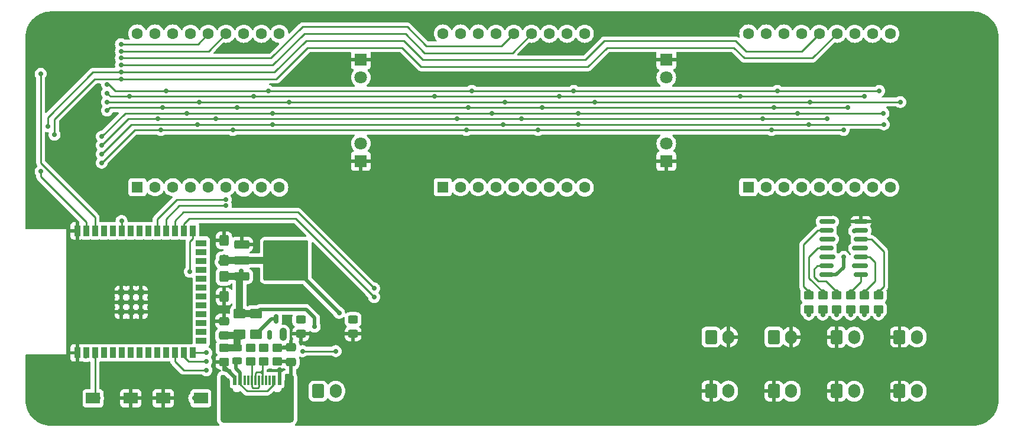
<source format=gtl>
G04 #@! TF.GenerationSoftware,KiCad,Pcbnew,8.0.4*
G04 #@! TF.CreationDate,2024-11-10T20:41:48+01:00*
G04 #@! TF.ProjectId,SchrackMulticlock,53636872-6163-46b4-9d75-6c7469636c6f,v0.0.4*
G04 #@! TF.SameCoordinates,Original*
G04 #@! TF.FileFunction,Copper,L1,Top*
G04 #@! TF.FilePolarity,Positive*
%FSLAX46Y46*%
G04 Gerber Fmt 4.6, Leading zero omitted, Abs format (unit mm)*
G04 Created by KiCad (PCBNEW 8.0.4) date 2024-11-10 20:41:48*
%MOMM*%
%LPD*%
G01*
G04 APERTURE LIST*
G04 Aperture macros list*
%AMRoundRect*
0 Rectangle with rounded corners*
0 $1 Rounding radius*
0 $2 $3 $4 $5 $6 $7 $8 $9 X,Y pos of 4 corners*
0 Add a 4 corners polygon primitive as box body*
4,1,4,$2,$3,$4,$5,$6,$7,$8,$9,$2,$3,0*
0 Add four circle primitives for the rounded corners*
1,1,$1+$1,$2,$3*
1,1,$1+$1,$4,$5*
1,1,$1+$1,$6,$7*
1,1,$1+$1,$8,$9*
0 Add four rect primitives between the rounded corners*
20,1,$1+$1,$2,$3,$4,$5,0*
20,1,$1+$1,$4,$5,$6,$7,0*
20,1,$1+$1,$6,$7,$8,$9,0*
20,1,$1+$1,$8,$9,$2,$3,0*%
G04 Aperture macros list end*
G04 #@! TA.AperFunction,SMDPad,CuDef*
%ADD10RoundRect,0.243750X-0.456250X0.243750X-0.456250X-0.243750X0.456250X-0.243750X0.456250X0.243750X0*%
G04 #@! TD*
G04 #@! TA.AperFunction,ComponentPad*
%ADD11C,0.800000*%
G04 #@! TD*
G04 #@! TA.AperFunction,ComponentPad*
%ADD12C,6.400000*%
G04 #@! TD*
G04 #@! TA.AperFunction,SMDPad,CuDef*
%ADD13RoundRect,0.250001X-0.624999X0.462499X-0.624999X-0.462499X0.624999X-0.462499X0.624999X0.462499X0*%
G04 #@! TD*
G04 #@! TA.AperFunction,SMDPad,CuDef*
%ADD14RoundRect,0.250000X0.450000X-0.325000X0.450000X0.325000X-0.450000X0.325000X-0.450000X-0.325000X0*%
G04 #@! TD*
G04 #@! TA.AperFunction,SMDPad,CuDef*
%ADD15R,2.000000X1.600000*%
G04 #@! TD*
G04 #@! TA.AperFunction,SMDPad,CuDef*
%ADD16R,0.600000X1.320000*%
G04 #@! TD*
G04 #@! TA.AperFunction,SMDPad,CuDef*
%ADD17R,0.300000X1.320000*%
G04 #@! TD*
G04 #@! TA.AperFunction,ComponentPad*
%ADD18O,0.900000X2.000000*%
G04 #@! TD*
G04 #@! TA.AperFunction,ComponentPad*
%ADD19O,0.900000X1.700000*%
G04 #@! TD*
G04 #@! TA.AperFunction,ComponentPad*
%ADD20RoundRect,0.250000X-0.600000X-0.750000X0.600000X-0.750000X0.600000X0.750000X-0.600000X0.750000X0*%
G04 #@! TD*
G04 #@! TA.AperFunction,ComponentPad*
%ADD21O,1.700000X2.000000*%
G04 #@! TD*
G04 #@! TA.AperFunction,SMDPad,CuDef*
%ADD22RoundRect,0.250000X-0.450000X0.350000X-0.450000X-0.350000X0.450000X-0.350000X0.450000X0.350000X0*%
G04 #@! TD*
G04 #@! TA.AperFunction,ComponentPad*
%ADD23R,1.600000X1.600000*%
G04 #@! TD*
G04 #@! TA.AperFunction,ComponentPad*
%ADD24C,1.600000*%
G04 #@! TD*
G04 #@! TA.AperFunction,SMDPad,CuDef*
%ADD25RoundRect,0.250000X-0.475000X0.337500X-0.475000X-0.337500X0.475000X-0.337500X0.475000X0.337500X0*%
G04 #@! TD*
G04 #@! TA.AperFunction,ComponentPad*
%ADD26R,1.800000X1.800000*%
G04 #@! TD*
G04 #@! TA.AperFunction,ComponentPad*
%ADD27C,1.800000*%
G04 #@! TD*
G04 #@! TA.AperFunction,SMDPad,CuDef*
%ADD28R,0.900000X1.500000*%
G04 #@! TD*
G04 #@! TA.AperFunction,SMDPad,CuDef*
%ADD29R,1.500000X0.900000*%
G04 #@! TD*
G04 #@! TA.AperFunction,SMDPad,CuDef*
%ADD30R,0.900000X0.900000*%
G04 #@! TD*
G04 #@! TA.AperFunction,SMDPad,CuDef*
%ADD31RoundRect,0.150000X0.150000X-0.512500X0.150000X0.512500X-0.150000X0.512500X-0.150000X-0.512500X0*%
G04 #@! TD*
G04 #@! TA.AperFunction,SMDPad,CuDef*
%ADD32RoundRect,0.250000X0.450000X-0.350000X0.450000X0.350000X-0.450000X0.350000X-0.450000X-0.350000X0*%
G04 #@! TD*
G04 #@! TA.AperFunction,SMDPad,CuDef*
%ADD33RoundRect,0.250000X-0.850000X-0.350000X0.850000X-0.350000X0.850000X0.350000X-0.850000X0.350000X0*%
G04 #@! TD*
G04 #@! TA.AperFunction,SMDPad,CuDef*
%ADD34RoundRect,0.250000X-1.275000X-1.125000X1.275000X-1.125000X1.275000X1.125000X-1.275000X1.125000X0*%
G04 #@! TD*
G04 #@! TA.AperFunction,SMDPad,CuDef*
%ADD35RoundRect,0.249997X-2.950003X-2.650003X2.950003X-2.650003X2.950003X2.650003X-2.950003X2.650003X0*%
G04 #@! TD*
G04 #@! TA.AperFunction,SMDPad,CuDef*
%ADD36RoundRect,0.250000X0.475000X-0.337500X0.475000X0.337500X-0.475000X0.337500X-0.475000X-0.337500X0*%
G04 #@! TD*
G04 #@! TA.AperFunction,SMDPad,CuDef*
%ADD37RoundRect,0.250000X-0.425000X0.537500X-0.425000X-0.537500X0.425000X-0.537500X0.425000X0.537500X0*%
G04 #@! TD*
G04 #@! TA.AperFunction,SMDPad,CuDef*
%ADD38RoundRect,0.250000X0.425000X-0.537500X0.425000X0.537500X-0.425000X0.537500X-0.425000X-0.537500X0*%
G04 #@! TD*
G04 #@! TA.AperFunction,SMDPad,CuDef*
%ADD39RoundRect,0.150000X0.825000X0.150000X-0.825000X0.150000X-0.825000X-0.150000X0.825000X-0.150000X0*%
G04 #@! TD*
G04 #@! TA.AperFunction,ViaPad*
%ADD40C,0.700000*%
G04 #@! TD*
G04 #@! TA.AperFunction,Conductor*
%ADD41C,0.500000*%
G04 #@! TD*
G04 #@! TA.AperFunction,Conductor*
%ADD42C,1.000000*%
G04 #@! TD*
G04 #@! TA.AperFunction,Conductor*
%ADD43C,0.250000*%
G04 #@! TD*
G04 APERTURE END LIST*
D10*
X153470000Y-107342500D03*
X153470000Y-109217500D03*
D11*
X258820000Y-65230000D03*
X257122944Y-64527056D03*
X260517056Y-64527056D03*
X256420000Y-62830000D03*
D12*
X258820000Y-62830000D03*
D11*
X261220000Y-62830000D03*
X257122944Y-61132944D03*
X260517056Y-61132944D03*
X258820000Y-60430000D03*
D13*
X153820000Y-102442500D03*
X153820000Y-105417500D03*
D14*
X162570000Y-105355000D03*
X162570000Y-103305000D03*
D15*
X138232500Y-114580000D03*
X132832500Y-114580000D03*
D11*
X126820000Y-117230000D03*
X125122944Y-116527056D03*
X128517056Y-116527056D03*
X124420000Y-114830000D03*
D12*
X126820000Y-114830000D03*
D11*
X129220000Y-114830000D03*
X125122944Y-113132944D03*
X128517056Y-113132944D03*
X126820000Y-112430000D03*
D16*
X153120000Y-111990000D03*
X153920000Y-111990000D03*
D17*
X155070000Y-111990000D03*
X156070000Y-111990000D03*
X156570000Y-111990000D03*
X157570000Y-111990000D03*
D16*
X159520000Y-111990000D03*
X158720000Y-111990000D03*
D17*
X158070000Y-111990000D03*
X157070000Y-111990000D03*
X155570000Y-111990000D03*
X154570000Y-111990000D03*
D18*
X151995000Y-112660000D03*
X160645000Y-112660000D03*
D19*
X151995000Y-116830000D03*
X160645000Y-116830000D03*
D20*
X230320000Y-113580000D03*
D21*
X232820000Y-113580000D03*
D22*
X237320000Y-99830000D03*
X237320000Y-101830000D03*
D23*
X139170000Y-84330000D03*
D24*
X141710000Y-84330000D03*
X144250000Y-84330000D03*
X146790000Y-84330000D03*
X149330000Y-84330000D03*
X151870000Y-84330000D03*
X154410000Y-84360000D03*
X156950000Y-84360000D03*
X159490000Y-84360000D03*
X159490000Y-62330000D03*
X156950000Y-62330000D03*
X154410000Y-62330000D03*
X151870000Y-62330000D03*
X149330000Y-62330000D03*
X146790000Y-62330000D03*
X144250000Y-62300000D03*
X141710000Y-62300000D03*
X139170000Y-62300000D03*
D23*
X226670000Y-84330000D03*
D24*
X229210000Y-84330000D03*
X231750000Y-84330000D03*
X234290000Y-84330000D03*
X236830000Y-84330000D03*
X239370000Y-84330000D03*
X241910000Y-84360000D03*
X244450000Y-84360000D03*
X246990000Y-84360000D03*
X246990000Y-62330000D03*
X244450000Y-62330000D03*
X241910000Y-62330000D03*
X239370000Y-62330000D03*
X236830000Y-62330000D03*
X234290000Y-62330000D03*
X231750000Y-62300000D03*
X229210000Y-62300000D03*
X226670000Y-62300000D03*
D25*
X161170000Y-107292500D03*
X161170000Y-109367500D03*
D26*
X171170000Y-66050000D03*
D27*
X171170000Y-68590000D03*
D22*
X245320000Y-99830000D03*
X245320000Y-101830000D03*
D11*
X126820000Y-65230000D03*
X125122944Y-64527056D03*
X128517056Y-64527056D03*
X124420000Y-62830000D03*
D12*
X126820000Y-62830000D03*
D11*
X129220000Y-62830000D03*
X125122944Y-61132944D03*
X128517056Y-61132944D03*
X126820000Y-60430000D03*
D20*
X239320000Y-105830000D03*
D21*
X241820000Y-105830000D03*
D22*
X235320000Y-99830000D03*
X235320000Y-101830000D03*
X243320000Y-99830000D03*
X243320000Y-101830000D03*
D15*
X142870000Y-114580000D03*
X148270000Y-114580000D03*
D28*
X130560000Y-108080000D03*
X131830000Y-108080000D03*
X133100000Y-108080000D03*
X134370000Y-108080000D03*
X135640000Y-108080000D03*
X136910000Y-108080000D03*
X138180000Y-108080000D03*
X139450000Y-108080000D03*
X140720000Y-108080000D03*
X141990000Y-108080000D03*
X143260000Y-108080000D03*
X144530000Y-108080000D03*
X145800000Y-108080000D03*
X147070000Y-108080000D03*
D29*
X148320000Y-106315000D03*
X148320000Y-105045000D03*
X148320000Y-103775000D03*
X148320000Y-102505000D03*
X148320000Y-101235000D03*
X148320000Y-99965000D03*
X148320000Y-98695000D03*
X148320000Y-97425000D03*
X148320000Y-96155000D03*
X148320000Y-94885000D03*
X148320000Y-93615000D03*
X148320000Y-92345000D03*
D28*
X147070000Y-90580000D03*
X145800000Y-90580000D03*
X144530000Y-90580000D03*
X143260000Y-90580000D03*
X141990000Y-90580000D03*
X140720000Y-90580000D03*
X139450000Y-90580000D03*
X138180000Y-90580000D03*
X136910000Y-90580000D03*
X135640000Y-90580000D03*
X134370000Y-90580000D03*
X133100000Y-90580000D03*
X131830000Y-90580000D03*
X130560000Y-90580000D03*
D30*
X136880000Y-102230000D03*
X138280000Y-102230000D03*
X139680000Y-102230000D03*
X139680000Y-102230000D03*
X136880000Y-100830000D03*
X136880000Y-100830000D03*
X138280000Y-100830000D03*
X139680000Y-100830000D03*
X136880000Y-99430000D03*
X138280000Y-99430000D03*
X139680000Y-99430000D03*
D20*
X248320000Y-113580000D03*
D21*
X250820000Y-113580000D03*
D20*
X239320000Y-113580000D03*
D21*
X241820000Y-113580000D03*
D31*
X158120000Y-105467500D03*
X160020000Y-105467500D03*
X159070000Y-103192500D03*
D11*
X258820000Y-117230000D03*
X257122944Y-116527056D03*
X260517056Y-116527056D03*
X256420000Y-114830000D03*
D12*
X258820000Y-114830000D03*
D11*
X261220000Y-114830000D03*
X257122944Y-113132944D03*
X260517056Y-113132944D03*
X258820000Y-112430000D03*
D32*
X159170000Y-109330000D03*
X159170000Y-107330000D03*
D26*
X214920000Y-80590000D03*
D27*
X214920000Y-78050000D03*
D23*
X182920000Y-84330000D03*
D24*
X185460000Y-84330000D03*
X188000000Y-84330000D03*
X190540000Y-84330000D03*
X193080000Y-84330000D03*
X195620000Y-84330000D03*
X198160000Y-84360000D03*
X200700000Y-84360000D03*
X203240000Y-84360000D03*
X203240000Y-62330000D03*
X200700000Y-62330000D03*
X198160000Y-62330000D03*
X195620000Y-62330000D03*
X193080000Y-62330000D03*
X190540000Y-62330000D03*
X188000000Y-62300000D03*
X185460000Y-62300000D03*
X182920000Y-62300000D03*
D32*
X155370000Y-109330000D03*
X155370000Y-107330000D03*
D26*
X214920000Y-66050000D03*
D27*
X214920000Y-68590000D03*
D33*
X154132500Y-92550000D03*
X154132500Y-94830000D03*
D34*
X158757500Y-93305000D03*
X158757500Y-96355000D03*
D35*
X160432500Y-94830000D03*
D34*
X162107500Y-93305000D03*
X162107500Y-96355000D03*
D33*
X154132500Y-97110000D03*
D20*
X248320000Y-105805000D03*
D21*
X250820000Y-105805000D03*
D22*
X239300000Y-99830000D03*
X239300000Y-101830000D03*
X151570000Y-107400000D03*
X151570000Y-109400000D03*
D13*
X156170000Y-102442500D03*
X156170000Y-105417500D03*
D22*
X241320000Y-99830000D03*
X241320000Y-101830000D03*
D32*
X157270000Y-109330000D03*
X157270000Y-107330000D03*
D14*
X170070000Y-105355000D03*
X170070000Y-103305000D03*
D26*
X171170000Y-80590000D03*
D27*
X171170000Y-78050000D03*
D20*
X230320000Y-105805000D03*
D21*
X232820000Y-105805000D03*
D36*
X151570000Y-105617500D03*
X151570000Y-103542500D03*
D20*
X221320000Y-105805000D03*
D21*
X223820000Y-105805000D03*
D37*
X151570000Y-97142500D03*
X151570000Y-100017500D03*
D38*
X151570000Y-94830000D03*
X151570000Y-91955000D03*
D20*
X221320000Y-113555000D03*
D21*
X223820000Y-113555000D03*
D20*
X165070000Y-113580000D03*
D21*
X167570000Y-113580000D03*
D39*
X242795000Y-96890000D03*
X242795000Y-95620000D03*
X242795000Y-94350000D03*
X242795000Y-93080000D03*
X242795000Y-91810000D03*
X242795000Y-90540000D03*
X242795000Y-89270000D03*
X237845000Y-89270000D03*
X237845000Y-90540000D03*
X237845000Y-91810000D03*
X237845000Y-93080000D03*
X237845000Y-94350000D03*
X237845000Y-95620000D03*
X237845000Y-96890000D03*
D40*
X225570000Y-77530000D03*
X231570000Y-116530000D03*
X207570000Y-86530000D03*
X261570000Y-89530000D03*
X216570000Y-92530000D03*
X171570000Y-83530000D03*
X150570000Y-80530000D03*
X231570000Y-92530000D03*
X249570000Y-101530000D03*
X201570000Y-96330000D03*
X222570000Y-92530000D03*
X255570000Y-95530000D03*
X135570000Y-98530000D03*
X204570000Y-96330000D03*
X165570000Y-77530000D03*
X249570000Y-89530000D03*
X234570000Y-116530000D03*
X174570000Y-68530000D03*
X219570000Y-68530000D03*
X252570000Y-86530000D03*
X210570000Y-83530000D03*
X261570000Y-77530000D03*
X219570000Y-77530000D03*
X258570000Y-86530000D03*
X219570000Y-86530000D03*
X155570000Y-64330000D03*
X255570000Y-86530000D03*
X129570000Y-98530000D03*
X135570000Y-83530000D03*
X228570000Y-116530000D03*
X225570000Y-80530000D03*
X198570000Y-104530000D03*
X177570000Y-83530000D03*
X213570000Y-101530000D03*
X126570000Y-110530000D03*
X243570000Y-86530000D03*
X144570000Y-92530000D03*
X249570000Y-83530000D03*
X219570000Y-83530000D03*
X222570000Y-83530000D03*
X225570000Y-116530000D03*
X171570000Y-92530000D03*
X162570000Y-80530000D03*
X249570000Y-98530000D03*
X228570000Y-86530000D03*
X210570000Y-104530000D03*
X183570000Y-92530000D03*
X180570000Y-83530000D03*
X210570000Y-68530000D03*
X162570000Y-77530000D03*
X255570000Y-98530000D03*
X261570000Y-74530000D03*
X183570000Y-101530000D03*
X129570000Y-101530000D03*
X252570000Y-92530000D03*
X213570000Y-83530000D03*
X165570000Y-68530000D03*
X222570000Y-110530000D03*
X222570000Y-77530000D03*
X231570000Y-86530000D03*
X144570000Y-98530000D03*
X240570000Y-65530000D03*
X207570000Y-80530000D03*
X216570000Y-110530000D03*
X249570000Y-92530000D03*
X129570000Y-110530000D03*
X258570000Y-98530000D03*
X249570000Y-80530000D03*
X138570000Y-110530000D03*
X168570000Y-68530000D03*
X162570000Y-68530000D03*
X141570000Y-95530000D03*
X252570000Y-107530000D03*
X174570000Y-80530000D03*
X261570000Y-95530000D03*
X252570000Y-74530000D03*
X228570000Y-110530000D03*
X258570000Y-104530000D03*
X151720000Y-110430000D03*
X180570000Y-68530000D03*
X129570000Y-104530000D03*
X129570000Y-92530000D03*
X180570000Y-96330000D03*
X237570000Y-86530000D03*
X132570000Y-98530000D03*
X177570000Y-96330000D03*
X261570000Y-83530000D03*
X237570000Y-113530000D03*
X210570000Y-101530000D03*
X201570000Y-92530000D03*
X201570000Y-101530000D03*
X258570000Y-80530000D03*
X177570000Y-104530000D03*
X207570000Y-104530000D03*
X141570000Y-92530000D03*
X228570000Y-107530000D03*
X216570000Y-113530000D03*
X135570000Y-116530000D03*
X252570000Y-95530000D03*
X138570000Y-95530000D03*
X234570000Y-86530000D03*
X249570000Y-74530000D03*
X216570000Y-107530000D03*
X219570000Y-107530000D03*
X222570000Y-68530000D03*
X192570000Y-92530000D03*
X252570000Y-80530000D03*
X198570000Y-96330000D03*
X219570000Y-116530000D03*
X168570000Y-98530000D03*
X159070000Y-107330000D03*
X246570000Y-86530000D03*
X186570000Y-101530000D03*
X258570000Y-110530000D03*
X174570000Y-104530000D03*
X126570000Y-86530000D03*
X255570000Y-89530000D03*
X213570000Y-104530000D03*
X183570000Y-96330000D03*
X195570000Y-101530000D03*
X246570000Y-113530000D03*
X252570000Y-98530000D03*
X207570000Y-92530000D03*
X255570000Y-74530000D03*
X141570000Y-110530000D03*
X261570000Y-104530000D03*
X261570000Y-86530000D03*
X159520000Y-110482013D03*
X204570000Y-101530000D03*
X252570000Y-113530000D03*
X261570000Y-101530000D03*
X189570000Y-101530000D03*
X192570000Y-101530000D03*
X135570000Y-110530000D03*
X132570000Y-62530000D03*
X216570000Y-116530000D03*
X186570000Y-104530000D03*
X132570000Y-95530000D03*
X144570000Y-116530000D03*
X258570000Y-107530000D03*
X180570000Y-92530000D03*
X225570000Y-107530000D03*
X255570000Y-92530000D03*
X261570000Y-110530000D03*
X249570000Y-77530000D03*
X261570000Y-107530000D03*
X210570000Y-92530000D03*
X174570000Y-101530000D03*
X189570000Y-92530000D03*
X237570000Y-68530000D03*
X144570000Y-104530000D03*
X207570000Y-65530000D03*
X207570000Y-68530000D03*
X124020000Y-71930000D03*
X180570000Y-77530000D03*
X132570000Y-92530000D03*
X255570000Y-77530000D03*
X177570000Y-92530000D03*
X219570000Y-65530000D03*
X141570000Y-116530000D03*
X195570000Y-92530000D03*
X144570000Y-101530000D03*
X240570000Y-116530000D03*
X174570000Y-96330000D03*
X240570000Y-110530000D03*
X210570000Y-77530000D03*
X138570000Y-92530000D03*
X219570000Y-92530000D03*
X228570000Y-92530000D03*
X258570000Y-77530000D03*
X207570000Y-101530000D03*
X138570000Y-116530000D03*
X258570000Y-92530000D03*
X225570000Y-86530000D03*
X219570000Y-80530000D03*
X216570000Y-83530000D03*
X180570000Y-101530000D03*
X243570000Y-116530000D03*
X186570000Y-80530000D03*
X213570000Y-92530000D03*
X210570000Y-86530000D03*
X186570000Y-92530000D03*
X129570000Y-95530000D03*
X249570000Y-116530000D03*
X225570000Y-104530000D03*
X240570000Y-68530000D03*
X132570000Y-116530000D03*
X195570000Y-104530000D03*
X150570000Y-77530000D03*
X189570000Y-104530000D03*
X147570000Y-116530000D03*
X255570000Y-83530000D03*
X201570000Y-104530000D03*
X252570000Y-101530000D03*
X225570000Y-110530000D03*
X255570000Y-80530000D03*
X177570000Y-101530000D03*
X189570000Y-96330000D03*
X186570000Y-68530000D03*
X174570000Y-77530000D03*
X204570000Y-80530000D03*
X258570000Y-95530000D03*
X141570000Y-101530000D03*
X222570000Y-86530000D03*
X138570000Y-104530000D03*
X162570000Y-113530000D03*
X204570000Y-77530000D03*
X198570000Y-101530000D03*
X222570000Y-65530000D03*
X219570000Y-113530000D03*
X210570000Y-96330000D03*
X255570000Y-104530000D03*
X204570000Y-104530000D03*
X252570000Y-110530000D03*
X168570000Y-80530000D03*
X162570000Y-116530000D03*
X249570000Y-86530000D03*
X183570000Y-104530000D03*
X255570000Y-110530000D03*
X258570000Y-89530000D03*
X213570000Y-96330000D03*
X135570000Y-92530000D03*
X207570000Y-77530000D03*
X165570000Y-65530000D03*
X258570000Y-74530000D03*
X222570000Y-80530000D03*
X219570000Y-110530000D03*
X168570000Y-65530000D03*
X225570000Y-92530000D03*
X255570000Y-101530000D03*
X180570000Y-104530000D03*
X141570000Y-104530000D03*
X177570000Y-80530000D03*
X261570000Y-98530000D03*
X192570000Y-68530000D03*
X249570000Y-95530000D03*
X174570000Y-83530000D03*
X204570000Y-68530000D03*
X174570000Y-92530000D03*
X216570000Y-104530000D03*
X195570000Y-68530000D03*
X252570000Y-116530000D03*
X261570000Y-80530000D03*
X180570000Y-80530000D03*
X258570000Y-83530000D03*
X186570000Y-96330000D03*
X252570000Y-89530000D03*
X195570000Y-96330000D03*
X210570000Y-65530000D03*
X204570000Y-92530000D03*
X252570000Y-77530000D03*
X261570000Y-92530000D03*
X240570000Y-80530000D03*
X192570000Y-96330000D03*
X246570000Y-116530000D03*
X192570000Y-104530000D03*
X207570000Y-96330000D03*
X225570000Y-68530000D03*
X252570000Y-83530000D03*
X135570000Y-95530000D03*
X177570000Y-77530000D03*
X168570000Y-83530000D03*
X222570000Y-116530000D03*
X213570000Y-86530000D03*
X177570000Y-68530000D03*
X255570000Y-107530000D03*
X174570000Y-65530000D03*
X258570000Y-101530000D03*
X246570000Y-89530000D03*
X216570000Y-86530000D03*
X252570000Y-104530000D03*
X198570000Y-92530000D03*
X237570000Y-116530000D03*
X240570000Y-86530000D03*
X154570000Y-97080000D03*
X154070000Y-96330000D03*
X153570000Y-97080000D03*
X164570000Y-104330000D03*
X240320000Y-94330000D03*
X151570000Y-94330000D03*
X131820000Y-108580000D03*
X168070000Y-102355000D03*
X151070000Y-95080000D03*
X152070000Y-95080000D03*
X158070000Y-105830000D03*
X154070000Y-105830000D03*
X243320000Y-99330000D03*
X241320000Y-99330000D03*
X237320000Y-99330000D03*
X133070000Y-108580000D03*
X133532500Y-114580000D03*
X235320000Y-99330000D03*
X245320000Y-99330000D03*
X239320000Y-99330000D03*
X146695000Y-96455000D03*
X147320000Y-114580000D03*
X173070000Y-100080000D03*
X173070000Y-98830000D03*
X162820000Y-107830000D03*
X149070000Y-110580000D03*
X167570000Y-107830000D03*
X157270000Y-107330000D03*
X151820000Y-86080000D03*
X151874580Y-86978346D03*
X243320000Y-102580000D03*
X136820000Y-64830000D03*
X150420000Y-74530000D03*
X184970000Y-74530000D03*
X237920000Y-74530000D03*
X142070000Y-74530000D03*
X194170000Y-74530000D03*
X228720000Y-74530000D03*
X134070000Y-78330000D03*
X153420000Y-72930000D03*
X230320000Y-72930000D03*
X197170000Y-72930000D03*
X134820000Y-73330000D03*
X142820000Y-72930000D03*
X186570000Y-72930000D03*
X240920000Y-72930000D03*
X136820000Y-63830000D03*
X235320000Y-75330000D03*
X202320000Y-75330000D03*
X147820000Y-75330000D03*
X246070000Y-75330000D03*
X134070000Y-79580000D03*
X191570000Y-75330000D03*
X158570000Y-75330000D03*
X134820000Y-69580000D03*
X230820000Y-70530000D03*
X187070000Y-70530000D03*
X157920000Y-70530000D03*
X143320000Y-70530000D03*
X245420000Y-70530000D03*
X201670000Y-70530000D03*
X248420000Y-72130000D03*
X148020000Y-72130000D03*
X160920000Y-72130000D03*
X235520000Y-72130000D03*
X191770000Y-72130000D03*
X204670000Y-72130000D03*
X134820000Y-72130000D03*
X225520000Y-71330000D03*
X134820000Y-70830000D03*
X243320000Y-71330000D03*
X199570000Y-71330000D03*
X138020000Y-71330000D03*
X155820000Y-71330000D03*
X181770000Y-71330000D03*
X146220000Y-73730000D03*
X158520000Y-73730000D03*
X233720000Y-73730000D03*
X246020000Y-73730000D03*
X189970000Y-73730000D03*
X134070000Y-77080000D03*
X202270000Y-73730000D03*
X152820000Y-76130000D03*
X240320000Y-76130000D03*
X186270000Y-76130000D03*
X142520000Y-76130000D03*
X134070000Y-80830000D03*
X230020000Y-76130000D03*
X196570000Y-76130000D03*
X136820000Y-65830000D03*
X136820000Y-66830000D03*
X126320000Y-75580000D03*
X136820000Y-67830000D03*
X127320000Y-76830000D03*
X136820000Y-68830000D03*
X125320000Y-68080000D03*
X136910000Y-89170000D03*
X125320000Y-82080000D03*
X149070000Y-108080000D03*
X149070000Y-109330000D03*
X238820000Y-91780000D03*
X148320000Y-99930000D03*
X237320000Y-102580000D03*
X148320000Y-101230000D03*
X241820000Y-93080000D03*
X148320000Y-97425000D03*
X238820000Y-89280000D03*
X241820000Y-90580000D03*
X148320000Y-98695000D03*
X241820000Y-95580000D03*
X148320000Y-103730000D03*
X160020000Y-105830003D03*
X160020000Y-105030000D03*
X245320000Y-102580000D03*
X238820000Y-94330000D03*
X148320000Y-102530000D03*
X241320000Y-102580000D03*
X235320000Y-102580000D03*
X170070000Y-103330000D03*
X162570000Y-103330000D03*
X239320000Y-102580000D03*
X155370000Y-107330000D03*
D41*
X153120000Y-111990000D02*
X153120000Y-111630000D01*
X159520000Y-110482013D02*
X159520000Y-111990000D01*
X151570000Y-110080000D02*
X151570000Y-109400000D01*
X153120000Y-111630000D02*
X151570000Y-110080000D01*
D42*
X153820000Y-102442500D02*
X153820000Y-97422500D01*
X154132500Y-97110000D02*
X151600000Y-97110000D01*
D41*
X156170000Y-102442500D02*
X156782500Y-101830000D01*
X163320000Y-101830000D02*
X164570000Y-103080000D01*
D42*
X153820000Y-97422500D02*
X154132500Y-97110000D01*
X156170000Y-102442500D02*
X153820000Y-102442500D01*
D41*
X156782500Y-101830000D02*
X163320000Y-101830000D01*
X164570000Y-103080000D02*
X164570000Y-104330000D01*
X163070000Y-97330000D02*
X162107500Y-96367500D01*
X163070000Y-97355000D02*
X163070000Y-97330000D01*
X240320000Y-95830000D02*
X239260000Y-96890000D01*
D42*
X154132500Y-94830000D02*
X160432500Y-94830000D01*
D41*
X163082500Y-92330000D02*
X162107500Y-93305000D01*
D42*
X151570000Y-94830000D02*
X154132500Y-94830000D01*
D41*
X240320000Y-94330000D02*
X240320000Y-95830000D01*
X239260000Y-96890000D02*
X237845000Y-96890000D01*
X168070000Y-102355000D02*
X163070000Y-97355000D01*
X162107500Y-96367500D02*
X162107500Y-96355000D01*
X161170000Y-109367500D02*
X161170000Y-112135000D01*
X161132500Y-109330000D02*
X161170000Y-109367500D01*
X161170000Y-112135000D02*
X160645000Y-112660000D01*
X159170000Y-109330000D02*
X161132500Y-109330000D01*
X158070000Y-105080000D02*
X158120000Y-105130000D01*
D42*
X153470000Y-105767500D02*
X153820000Y-105417500D01*
X153620000Y-105617500D02*
X153820000Y-105417500D01*
X151627500Y-107342500D02*
X153470000Y-107342500D01*
D41*
X153570000Y-107242500D02*
X153470000Y-107342500D01*
D42*
X151570000Y-107400000D02*
X151627500Y-107342500D01*
X151570000Y-105617500D02*
X153620000Y-105617500D01*
D41*
X158120000Y-105130000D02*
X158120000Y-105467500D01*
D42*
X153470000Y-107342500D02*
X153470000Y-105767500D01*
D43*
X244820000Y-97830000D02*
X244820000Y-95080000D01*
X243320000Y-99330000D02*
X244820000Y-97830000D01*
X244090000Y-94350000D02*
X242795000Y-94350000D01*
X244820000Y-95080000D02*
X244090000Y-94350000D01*
X241320000Y-99330000D02*
X242795000Y-97855000D01*
X242795000Y-97855000D02*
X242795000Y-96890000D01*
X237320000Y-99330000D02*
X235320000Y-97330000D01*
X235320000Y-97330000D02*
X235320000Y-94330000D01*
X235320000Y-94330000D02*
X236570000Y-93080000D01*
X236570000Y-93080000D02*
X237845000Y-93080000D01*
X133532500Y-114580000D02*
X133100000Y-114147500D01*
X133100000Y-114147500D02*
X133100000Y-108080000D01*
X236610000Y-90540000D02*
X237845000Y-90540000D01*
X235320000Y-99330000D02*
X234570000Y-98580000D01*
X234570000Y-92580000D02*
X236610000Y-90540000D01*
X234570000Y-98580000D02*
X234570000Y-92580000D01*
X244300000Y-91810000D02*
X242795000Y-91810000D01*
X246070000Y-93580000D02*
X244300000Y-91810000D01*
X246070000Y-98580000D02*
X246070000Y-93580000D01*
X245320000Y-99330000D02*
X246070000Y-98580000D01*
X236070000Y-97205000D02*
X236070000Y-96080000D01*
X236695000Y-97830000D02*
X236070000Y-97205000D01*
X236070000Y-96080000D02*
X236530000Y-95620000D01*
X236530000Y-95620000D02*
X237845000Y-95620000D01*
X237820000Y-97830000D02*
X236695000Y-97830000D01*
X239320000Y-99330000D02*
X237820000Y-97830000D01*
X147070000Y-91705000D02*
X147070000Y-90580000D01*
X146695000Y-92080000D02*
X147070000Y-91705000D01*
X146695000Y-96455000D02*
X146695000Y-92080000D01*
X148270000Y-114580000D02*
X147320000Y-114580000D01*
D41*
X156170000Y-105417500D02*
X158395000Y-103192500D01*
X158395000Y-103192500D02*
X159070000Y-103192500D01*
X153920000Y-110930000D02*
X153920000Y-111990000D01*
D43*
X158720000Y-111990000D02*
X158720000Y-112614695D01*
D41*
X153320000Y-109330000D02*
X153320000Y-110330000D01*
D43*
X154885305Y-113580000D02*
X153920000Y-112614695D01*
D41*
X153320000Y-110330000D02*
X153920000Y-110930000D01*
D43*
X158720000Y-112614695D02*
X157754695Y-113580000D01*
X153920000Y-112614695D02*
X153920000Y-111990000D01*
X157754695Y-113580000D02*
X154885305Y-113580000D01*
X156570000Y-111990000D02*
X156570000Y-112950000D01*
X155570000Y-112950000D02*
X155570000Y-111990000D01*
X155700000Y-113080000D02*
X155570000Y-112950000D01*
X156570000Y-112950000D02*
X156440000Y-113080000D01*
X156440000Y-113080000D02*
X155700000Y-113080000D01*
X155570000Y-111990000D02*
X155570000Y-109530000D01*
X155570000Y-109530000D02*
X155370000Y-109330000D01*
X156820000Y-110830000D02*
X157070000Y-111080000D01*
X157070000Y-109530000D02*
X157270000Y-109330000D01*
X157070000Y-111990000D02*
X157095000Y-111965000D01*
X157070000Y-111080000D02*
X157070000Y-110580000D01*
X156820000Y-110830000D02*
X157070000Y-110580000D01*
X157070000Y-110830000D02*
X156820000Y-110830000D01*
X157070000Y-111990000D02*
X157070000Y-111080000D01*
X156070000Y-111030000D02*
X156070000Y-111990000D01*
X156270000Y-110830000D02*
X156070000Y-111030000D01*
X157070000Y-110580000D02*
X157070000Y-109530000D01*
X156820000Y-110830000D02*
X156270000Y-110830000D01*
X172320000Y-99330000D02*
X173070000Y-100080000D01*
X145800000Y-89600000D02*
X145800000Y-90580000D01*
X172320000Y-99330000D02*
X161820000Y-88830000D01*
X146570000Y-88830000D02*
X145800000Y-89600000D01*
X161820000Y-88830000D02*
X146570000Y-88830000D01*
X144530000Y-89120000D02*
X144530000Y-90580000D01*
X162164400Y-87924400D02*
X145725600Y-87924400D01*
X173070000Y-98830000D02*
X162164400Y-87924400D01*
X145725600Y-87924400D02*
X144530000Y-89120000D01*
X149070000Y-110580000D02*
X145820000Y-110580000D01*
X162820000Y-107830000D02*
X167570000Y-107830000D01*
X144530000Y-109290000D02*
X144530000Y-108080000D01*
X145820000Y-110580000D02*
X144530000Y-109290000D01*
X141990000Y-88910000D02*
X141990000Y-90580000D01*
X151820000Y-86080000D02*
X144820000Y-86080000D01*
X144820000Y-86080000D02*
X141990000Y-88910000D01*
X143260000Y-88890000D02*
X143260000Y-90580000D01*
X151874580Y-86978346D02*
X145171654Y-86978346D01*
X145171654Y-86978346D02*
X143260000Y-88890000D01*
X149370000Y-64830000D02*
X151870000Y-62330000D01*
X136820000Y-64830000D02*
X149370000Y-64830000D01*
X137870000Y-74530000D02*
X237920000Y-74530000D01*
X134070000Y-78330000D02*
X137870000Y-74530000D01*
X134820000Y-73330000D02*
X135220000Y-72930000D01*
X135220000Y-72930000D02*
X240920000Y-72930000D01*
X147830000Y-63830000D02*
X149330000Y-62330000D01*
X136820000Y-63830000D02*
X147830000Y-63830000D01*
X138320000Y-75330000D02*
X246070000Y-75330000D01*
X134070000Y-79580000D02*
X138320000Y-75330000D01*
X135070000Y-69580000D02*
X136020000Y-70530000D01*
X136020000Y-70530000D02*
X245420000Y-70530000D01*
X134820000Y-72130000D02*
X235520000Y-72130000D01*
X235520000Y-72130000D02*
X248420000Y-72130000D01*
X134820000Y-70830000D02*
X135320000Y-71330000D01*
X135320000Y-71330000D02*
X243320000Y-71330000D01*
X137420000Y-73730000D02*
X246020000Y-73730000D01*
X134070000Y-77080000D02*
X137420000Y-73730000D01*
X134070000Y-80830000D02*
X138770000Y-76130000D01*
X138770000Y-76130000D02*
X240320000Y-76130000D01*
X191330000Y-64080000D02*
X180570000Y-64080000D01*
X158320000Y-65830000D02*
X136820000Y-65830000D01*
X177820000Y-61330000D02*
X162820000Y-61330000D01*
X162820000Y-61330000D02*
X158320000Y-65830000D01*
X180570000Y-64080000D02*
X177820000Y-61330000D01*
X193080000Y-62330000D02*
X191330000Y-64080000D01*
X177570000Y-62330000D02*
X180320000Y-65080000D01*
X136820000Y-66830000D02*
X158570000Y-66830000D01*
X158570000Y-66830000D02*
X163070000Y-62330000D01*
X163070000Y-62330000D02*
X177570000Y-62330000D01*
X192870000Y-65080000D02*
X195620000Y-62330000D01*
X180320000Y-65080000D02*
X192870000Y-65080000D01*
X126320000Y-74330000D02*
X126320000Y-75580000D01*
X203320000Y-66080000D02*
X206070000Y-63330000D01*
X206070000Y-63330000D02*
X224820000Y-63330000D01*
X226320000Y-64830000D02*
X234330000Y-64830000D01*
X158820000Y-67830000D02*
X163320000Y-63330000D01*
X132820000Y-67830000D02*
X126320000Y-74330000D01*
X180070000Y-66080000D02*
X203320000Y-66080000D01*
X177320000Y-63330000D02*
X180070000Y-66080000D01*
X136820000Y-67830000D02*
X158820000Y-67830000D01*
X234330000Y-64830000D02*
X236830000Y-62330000D01*
X224820000Y-63330000D02*
X226320000Y-64830000D01*
X163320000Y-63330000D02*
X177320000Y-63330000D01*
X136820000Y-67830000D02*
X132820000Y-67830000D01*
X203695000Y-67080000D02*
X179820000Y-67080000D01*
X177070000Y-64330000D02*
X163570000Y-64330000D01*
X127320000Y-76830000D02*
X127320000Y-74580000D01*
X127320000Y-74580000D02*
X133070000Y-68830000D01*
X226070000Y-65830000D02*
X224570000Y-64330000D01*
X133070000Y-68830000D02*
X136820000Y-68830000D01*
X235870000Y-65830000D02*
X226070000Y-65830000D01*
X179820000Y-67080000D02*
X177070000Y-64330000D01*
X206445000Y-64330000D02*
X203695000Y-67080000D01*
X224570000Y-64330000D02*
X206445000Y-64330000D01*
X239370000Y-62330000D02*
X235870000Y-65830000D01*
X163570000Y-64330000D02*
X159070000Y-68830000D01*
X159070000Y-68830000D02*
X136820000Y-68830000D01*
X125320000Y-68080000D02*
X125320000Y-80830000D01*
X133100000Y-88610000D02*
X133100000Y-90580000D01*
X125320000Y-80830000D02*
X133100000Y-88610000D01*
X136910000Y-89170000D02*
X136910000Y-90580000D01*
X131830000Y-89340000D02*
X131830000Y-90580000D01*
X125320000Y-82080000D02*
X125320000Y-82830000D01*
X125320000Y-82830000D02*
X131830000Y-89340000D01*
X147070000Y-108080000D02*
X149070000Y-108080000D01*
X149070000Y-109330000D02*
X146470000Y-109330000D01*
X145800000Y-108660000D02*
X145800000Y-108080000D01*
X146470000Y-109330000D02*
X145800000Y-108660000D01*
X237845000Y-91810000D02*
X238790000Y-91810000D01*
X238790000Y-91810000D02*
X238820000Y-91780000D01*
X242795000Y-93080000D02*
X241820000Y-93080000D01*
X237845000Y-89270000D02*
X238810000Y-89270000D01*
X238810000Y-89270000D02*
X238820000Y-89280000D01*
X241860000Y-90540000D02*
X242795000Y-90540000D01*
X241820000Y-90580000D02*
X241860000Y-90540000D01*
X148320000Y-103730000D02*
X148320000Y-103775000D01*
X241820000Y-95580000D02*
X241860000Y-95620000D01*
X241860000Y-95620000D02*
X242795000Y-95620000D01*
D42*
X160020000Y-105030000D02*
X160020000Y-105830003D01*
X160020000Y-105467500D02*
X160020000Y-105030000D01*
D43*
X238800000Y-94350000D02*
X238820000Y-94330000D01*
X237845000Y-94350000D02*
X238800000Y-94350000D01*
G04 #@! TA.AperFunction,Conductor*
G36*
X254820000Y-66580000D02*
G01*
X262519500Y-66580000D01*
X262519500Y-111080000D01*
X255070000Y-111080000D01*
X255070000Y-118529500D01*
X161836873Y-118529500D01*
X161769834Y-118509815D01*
X161724079Y-118457011D01*
X161714135Y-118387853D01*
X161743160Y-118324297D01*
X161755113Y-118312273D01*
X161761420Y-118306741D01*
X161768043Y-118300933D01*
X161790933Y-118278043D01*
X161834531Y-118228330D01*
X161894114Y-118150680D01*
X161930849Y-118095703D01*
X161947034Y-118067670D01*
X161976280Y-118008364D01*
X162013736Y-117917937D01*
X162034990Y-117855325D01*
X162043368Y-117824058D01*
X162056268Y-117759209D01*
X162070114Y-117654045D01*
X162073356Y-117621125D01*
X162074417Y-117604939D01*
X162075500Y-117571874D01*
X162075500Y-112779983D01*
X163719500Y-112779983D01*
X163719500Y-114380001D01*
X163719501Y-114380018D01*
X163730000Y-114482796D01*
X163730001Y-114482799D01*
X163776832Y-114624124D01*
X163785186Y-114649334D01*
X163877288Y-114798656D01*
X164001344Y-114922712D01*
X164150666Y-115014814D01*
X164317203Y-115069999D01*
X164419991Y-115080500D01*
X165720008Y-115080499D01*
X165822797Y-115069999D01*
X165989334Y-115014814D01*
X166138656Y-114922712D01*
X166262712Y-114798656D01*
X166354814Y-114649334D01*
X166354814Y-114649331D01*
X166358178Y-114643879D01*
X166410126Y-114597154D01*
X166479088Y-114585931D01*
X166543170Y-114613774D01*
X166551398Y-114621294D01*
X166690213Y-114760109D01*
X166862179Y-114885048D01*
X166862181Y-114885049D01*
X166862184Y-114885051D01*
X167051588Y-114981557D01*
X167253757Y-115047246D01*
X167463713Y-115080500D01*
X167463714Y-115080500D01*
X167676286Y-115080500D01*
X167676287Y-115080500D01*
X167886243Y-115047246D01*
X168088412Y-114981557D01*
X168277816Y-114885051D01*
X168312230Y-114860048D01*
X168449786Y-114760109D01*
X168449788Y-114760106D01*
X168449792Y-114760104D01*
X168600104Y-114609792D01*
X168600106Y-114609788D01*
X168600109Y-114609786D01*
X168725048Y-114437820D01*
X168725047Y-114437820D01*
X168725051Y-114437816D01*
X168821557Y-114248412D01*
X168887246Y-114046243D01*
X168920500Y-113836287D01*
X168920500Y-113323713D01*
X168887246Y-113113757D01*
X168821557Y-112911588D01*
X168741778Y-112755013D01*
X219970000Y-112755013D01*
X219970000Y-113305000D01*
X220886988Y-113305000D01*
X220854075Y-113362007D01*
X220820000Y-113489174D01*
X220820000Y-113620826D01*
X220854075Y-113747993D01*
X220886988Y-113805000D01*
X219970001Y-113805000D01*
X219970001Y-114354986D01*
X219980494Y-114457697D01*
X220035641Y-114624119D01*
X220035643Y-114624124D01*
X220127684Y-114773345D01*
X220251654Y-114897315D01*
X220400875Y-114989356D01*
X220400880Y-114989358D01*
X220567302Y-115044505D01*
X220567309Y-115044506D01*
X220670019Y-115054999D01*
X221069999Y-115054999D01*
X221070000Y-115054998D01*
X221070000Y-113988012D01*
X221127007Y-114020925D01*
X221254174Y-114055000D01*
X221385826Y-114055000D01*
X221512993Y-114020925D01*
X221570000Y-113988012D01*
X221570000Y-115054999D01*
X221969972Y-115054999D01*
X221969986Y-115054998D01*
X222072697Y-115044505D01*
X222239119Y-114989358D01*
X222239124Y-114989356D01*
X222388345Y-114897315D01*
X222512317Y-114773343D01*
X222607815Y-114618516D01*
X222659763Y-114571791D01*
X222728725Y-114560568D01*
X222792808Y-114588412D01*
X222801035Y-114595931D01*
X222940213Y-114735109D01*
X223112179Y-114860048D01*
X223112181Y-114860049D01*
X223112184Y-114860051D01*
X223301588Y-114956557D01*
X223503757Y-115022246D01*
X223713713Y-115055500D01*
X223713714Y-115055500D01*
X223926286Y-115055500D01*
X223926287Y-115055500D01*
X224136243Y-115022246D01*
X224338412Y-114956557D01*
X224527816Y-114860051D01*
X224569179Y-114829999D01*
X224699786Y-114735109D01*
X224699788Y-114735106D01*
X224699792Y-114735104D01*
X224850104Y-114584792D01*
X224850106Y-114584788D01*
X224850109Y-114584786D01*
X224975048Y-114412820D01*
X224975047Y-114412820D01*
X224975051Y-114412816D01*
X225071557Y-114223412D01*
X225137246Y-114021243D01*
X225170500Y-113811287D01*
X225170500Y-113298713D01*
X225137246Y-113088757D01*
X225071557Y-112886588D01*
X225017254Y-112780013D01*
X228970000Y-112780013D01*
X228970000Y-113330000D01*
X229886988Y-113330000D01*
X229854075Y-113387007D01*
X229820000Y-113514174D01*
X229820000Y-113645826D01*
X229854075Y-113772993D01*
X229886988Y-113830000D01*
X228970001Y-113830000D01*
X228970001Y-114379986D01*
X228980494Y-114482697D01*
X229035641Y-114649119D01*
X229035643Y-114649124D01*
X229127684Y-114798345D01*
X229251654Y-114922315D01*
X229400875Y-115014356D01*
X229400880Y-115014358D01*
X229567302Y-115069505D01*
X229567309Y-115069506D01*
X229670019Y-115079999D01*
X230069999Y-115079999D01*
X230070000Y-115079998D01*
X230070000Y-114013012D01*
X230127007Y-114045925D01*
X230254174Y-114080000D01*
X230385826Y-114080000D01*
X230512993Y-114045925D01*
X230570000Y-114013012D01*
X230570000Y-115079999D01*
X230969972Y-115079999D01*
X230969986Y-115079998D01*
X231072697Y-115069505D01*
X231239119Y-115014358D01*
X231239124Y-115014356D01*
X231388345Y-114922315D01*
X231512317Y-114798343D01*
X231607815Y-114643516D01*
X231659763Y-114596791D01*
X231728725Y-114585568D01*
X231792808Y-114613412D01*
X231801035Y-114620931D01*
X231940213Y-114760109D01*
X232112179Y-114885048D01*
X232112181Y-114885049D01*
X232112184Y-114885051D01*
X232301588Y-114981557D01*
X232503757Y-115047246D01*
X232713713Y-115080500D01*
X232713714Y-115080500D01*
X232926286Y-115080500D01*
X232926287Y-115080500D01*
X233136243Y-115047246D01*
X233338412Y-114981557D01*
X233527816Y-114885051D01*
X233562230Y-114860048D01*
X233699786Y-114760109D01*
X233699788Y-114760106D01*
X233699792Y-114760104D01*
X233850104Y-114609792D01*
X233850106Y-114609788D01*
X233850109Y-114609786D01*
X233975048Y-114437820D01*
X233975047Y-114437820D01*
X233975051Y-114437816D01*
X234071557Y-114248412D01*
X234137246Y-114046243D01*
X234170500Y-113836287D01*
X234170500Y-113323713D01*
X234137246Y-113113757D01*
X234071557Y-112911588D01*
X234004516Y-112780013D01*
X237970000Y-112780013D01*
X237970000Y-113330000D01*
X238886988Y-113330000D01*
X238854075Y-113387007D01*
X238820000Y-113514174D01*
X238820000Y-113645826D01*
X238854075Y-113772993D01*
X238886988Y-113830000D01*
X237970001Y-113830000D01*
X237970001Y-114379986D01*
X237980494Y-114482697D01*
X238035641Y-114649119D01*
X238035643Y-114649124D01*
X238127684Y-114798345D01*
X238251654Y-114922315D01*
X238400875Y-115014356D01*
X238400880Y-115014358D01*
X238567302Y-115069505D01*
X238567309Y-115069506D01*
X238670019Y-115079999D01*
X239069999Y-115079999D01*
X239070000Y-115079998D01*
X239070000Y-114013012D01*
X239127007Y-114045925D01*
X239254174Y-114080000D01*
X239385826Y-114080000D01*
X239512993Y-114045925D01*
X239570000Y-114013012D01*
X239570000Y-115079999D01*
X239969972Y-115079999D01*
X239969986Y-115079998D01*
X240072697Y-115069505D01*
X240239119Y-115014358D01*
X240239124Y-115014356D01*
X240388345Y-114922315D01*
X240512317Y-114798343D01*
X240607815Y-114643516D01*
X240659763Y-114596791D01*
X240728725Y-114585568D01*
X240792808Y-114613412D01*
X240801035Y-114620931D01*
X240940213Y-114760109D01*
X241112179Y-114885048D01*
X241112181Y-114885049D01*
X241112184Y-114885051D01*
X241301588Y-114981557D01*
X241503757Y-115047246D01*
X241713713Y-115080500D01*
X241713714Y-115080500D01*
X241926286Y-115080500D01*
X241926287Y-115080500D01*
X242136243Y-115047246D01*
X242338412Y-114981557D01*
X242527816Y-114885051D01*
X242562230Y-114860048D01*
X242699786Y-114760109D01*
X242699788Y-114760106D01*
X242699792Y-114760104D01*
X242850104Y-114609792D01*
X242850106Y-114609788D01*
X242850109Y-114609786D01*
X242975048Y-114437820D01*
X242975047Y-114437820D01*
X242975051Y-114437816D01*
X243071557Y-114248412D01*
X243137246Y-114046243D01*
X243170500Y-113836287D01*
X243170500Y-113323713D01*
X243137246Y-113113757D01*
X243071557Y-112911588D01*
X243004516Y-112780013D01*
X246970000Y-112780013D01*
X246970000Y-113330000D01*
X247886988Y-113330000D01*
X247854075Y-113387007D01*
X247820000Y-113514174D01*
X247820000Y-113645826D01*
X247854075Y-113772993D01*
X247886988Y-113830000D01*
X246970001Y-113830000D01*
X246970001Y-114379986D01*
X246980494Y-114482697D01*
X247035641Y-114649119D01*
X247035643Y-114649124D01*
X247127684Y-114798345D01*
X247251654Y-114922315D01*
X247400875Y-115014356D01*
X247400880Y-115014358D01*
X247567302Y-115069505D01*
X247567309Y-115069506D01*
X247670019Y-115079999D01*
X248069999Y-115079999D01*
X248070000Y-115079998D01*
X248070000Y-114013012D01*
X248127007Y-114045925D01*
X248254174Y-114080000D01*
X248385826Y-114080000D01*
X248512993Y-114045925D01*
X248570000Y-114013012D01*
X248570000Y-115079999D01*
X248969972Y-115079999D01*
X248969986Y-115079998D01*
X249072697Y-115069505D01*
X249239119Y-115014358D01*
X249239124Y-115014356D01*
X249388345Y-114922315D01*
X249512317Y-114798343D01*
X249607815Y-114643516D01*
X249659763Y-114596791D01*
X249728725Y-114585568D01*
X249792808Y-114613412D01*
X249801035Y-114620931D01*
X249940213Y-114760109D01*
X250112179Y-114885048D01*
X250112181Y-114885049D01*
X250112184Y-114885051D01*
X250301588Y-114981557D01*
X250503757Y-115047246D01*
X250713713Y-115080500D01*
X250713714Y-115080500D01*
X250926286Y-115080500D01*
X250926287Y-115080500D01*
X251136243Y-115047246D01*
X251338412Y-114981557D01*
X251527816Y-114885051D01*
X251562230Y-114860048D01*
X251699786Y-114760109D01*
X251699788Y-114760106D01*
X251699792Y-114760104D01*
X251850104Y-114609792D01*
X251850106Y-114609788D01*
X251850109Y-114609786D01*
X251975048Y-114437820D01*
X251975047Y-114437820D01*
X251975051Y-114437816D01*
X252071557Y-114248412D01*
X252137246Y-114046243D01*
X252170500Y-113836287D01*
X252170500Y-113323713D01*
X252137246Y-113113757D01*
X252071557Y-112911588D01*
X251975051Y-112722184D01*
X251975049Y-112722181D01*
X251975048Y-112722179D01*
X251850109Y-112550213D01*
X251699786Y-112399890D01*
X251527820Y-112274951D01*
X251338414Y-112178444D01*
X251338413Y-112178443D01*
X251338412Y-112178443D01*
X251136243Y-112112754D01*
X251136241Y-112112753D01*
X251136240Y-112112753D01*
X250974957Y-112087208D01*
X250926287Y-112079500D01*
X250713713Y-112079500D01*
X250665042Y-112087208D01*
X250503760Y-112112753D01*
X250301585Y-112178444D01*
X250112179Y-112274951D01*
X249940215Y-112399889D01*
X249801035Y-112539069D01*
X249739712Y-112572553D01*
X249670020Y-112567569D01*
X249614087Y-112525697D01*
X249607815Y-112516484D01*
X249512315Y-112361654D01*
X249388345Y-112237684D01*
X249239124Y-112145643D01*
X249239119Y-112145641D01*
X249072697Y-112090494D01*
X249072690Y-112090493D01*
X248969986Y-112080000D01*
X248570000Y-112080000D01*
X248570000Y-113146988D01*
X248512993Y-113114075D01*
X248385826Y-113080000D01*
X248254174Y-113080000D01*
X248127007Y-113114075D01*
X248070000Y-113146988D01*
X248070000Y-112080000D01*
X247670028Y-112080000D01*
X247670012Y-112080001D01*
X247567302Y-112090494D01*
X247400880Y-112145641D01*
X247400875Y-112145643D01*
X247251654Y-112237684D01*
X247127684Y-112361654D01*
X247035643Y-112510875D01*
X247035641Y-112510880D01*
X246980494Y-112677302D01*
X246980493Y-112677309D01*
X246970000Y-112780013D01*
X243004516Y-112780013D01*
X242975051Y-112722184D01*
X242975049Y-112722181D01*
X242975048Y-112722179D01*
X242850109Y-112550213D01*
X242699786Y-112399890D01*
X242527820Y-112274951D01*
X242338414Y-112178444D01*
X242338413Y-112178443D01*
X242338412Y-112178443D01*
X242136243Y-112112754D01*
X242136241Y-112112753D01*
X242136240Y-112112753D01*
X241974957Y-112087208D01*
X241926287Y-112079500D01*
X241713713Y-112079500D01*
X241665042Y-112087208D01*
X241503760Y-112112753D01*
X241301585Y-112178444D01*
X241112179Y-112274951D01*
X240940215Y-112399889D01*
X240801035Y-112539069D01*
X240739712Y-112572553D01*
X240670020Y-112567569D01*
X240614087Y-112525697D01*
X240607815Y-112516484D01*
X240512315Y-112361654D01*
X240388345Y-112237684D01*
X240239124Y-112145643D01*
X240239119Y-112145641D01*
X240072697Y-112090494D01*
X240072690Y-112090493D01*
X239969986Y-112080000D01*
X239570000Y-112080000D01*
X239570000Y-113146988D01*
X239512993Y-113114075D01*
X239385826Y-113080000D01*
X239254174Y-113080000D01*
X239127007Y-113114075D01*
X239070000Y-113146988D01*
X239070000Y-112080000D01*
X238670028Y-112080000D01*
X238670012Y-112080001D01*
X238567302Y-112090494D01*
X238400880Y-112145641D01*
X238400875Y-112145643D01*
X238251654Y-112237684D01*
X238127684Y-112361654D01*
X238035643Y-112510875D01*
X238035641Y-112510880D01*
X237980494Y-112677302D01*
X237980493Y-112677309D01*
X237970000Y-112780013D01*
X234004516Y-112780013D01*
X233975051Y-112722184D01*
X233975049Y-112722181D01*
X233975048Y-112722179D01*
X233850109Y-112550213D01*
X233699786Y-112399890D01*
X233527820Y-112274951D01*
X233338414Y-112178444D01*
X233338413Y-112178443D01*
X233338412Y-112178443D01*
X233136243Y-112112754D01*
X233136241Y-112112753D01*
X233136240Y-112112753D01*
X232974957Y-112087208D01*
X232926287Y-112079500D01*
X232713713Y-112079500D01*
X232665042Y-112087208D01*
X232503760Y-112112753D01*
X232301585Y-112178444D01*
X232112179Y-112274951D01*
X231940215Y-112399889D01*
X231801035Y-112539069D01*
X231739712Y-112572553D01*
X231670020Y-112567569D01*
X231614087Y-112525697D01*
X231607815Y-112516484D01*
X231512315Y-112361654D01*
X231388345Y-112237684D01*
X231239124Y-112145643D01*
X231239119Y-112145641D01*
X231072697Y-112090494D01*
X231072690Y-112090493D01*
X230969986Y-112080000D01*
X230570000Y-112080000D01*
X230570000Y-113146988D01*
X230512993Y-113114075D01*
X230385826Y-113080000D01*
X230254174Y-113080000D01*
X230127007Y-113114075D01*
X230070000Y-113146988D01*
X230070000Y-112080000D01*
X229670028Y-112080000D01*
X229670012Y-112080001D01*
X229567302Y-112090494D01*
X229400880Y-112145641D01*
X229400875Y-112145643D01*
X229251654Y-112237684D01*
X229127684Y-112361654D01*
X229035643Y-112510875D01*
X229035641Y-112510880D01*
X228980494Y-112677302D01*
X228980493Y-112677309D01*
X228970000Y-112780013D01*
X225017254Y-112780013D01*
X224975051Y-112697184D01*
X224975049Y-112697181D01*
X224975048Y-112697179D01*
X224850109Y-112525213D01*
X224699786Y-112374890D01*
X224527820Y-112249951D01*
X224338414Y-112153444D01*
X224338413Y-112153443D01*
X224338412Y-112153443D01*
X224136243Y-112087754D01*
X224136241Y-112087753D01*
X224136240Y-112087753D01*
X223974957Y-112062208D01*
X223926287Y-112054500D01*
X223713713Y-112054500D01*
X223665042Y-112062208D01*
X223503760Y-112087753D01*
X223301585Y-112153444D01*
X223112179Y-112249951D01*
X222940215Y-112374889D01*
X222801035Y-112514069D01*
X222739712Y-112547553D01*
X222670020Y-112542569D01*
X222614087Y-112500697D01*
X222607815Y-112491484D01*
X222512315Y-112336654D01*
X222388345Y-112212684D01*
X222239124Y-112120643D01*
X222239119Y-112120641D01*
X222072697Y-112065494D01*
X222072690Y-112065493D01*
X221969986Y-112055000D01*
X221570000Y-112055000D01*
X221570000Y-113121988D01*
X221512993Y-113089075D01*
X221385826Y-113055000D01*
X221254174Y-113055000D01*
X221127007Y-113089075D01*
X221070000Y-113121988D01*
X221070000Y-112055000D01*
X220670028Y-112055000D01*
X220670012Y-112055001D01*
X220567302Y-112065494D01*
X220400880Y-112120641D01*
X220400875Y-112120643D01*
X220251654Y-112212684D01*
X220127684Y-112336654D01*
X220035643Y-112485875D01*
X220035641Y-112485880D01*
X219980494Y-112652302D01*
X219980493Y-112652309D01*
X219970000Y-112755013D01*
X168741778Y-112755013D01*
X168725051Y-112722184D01*
X168725049Y-112722181D01*
X168725048Y-112722179D01*
X168600109Y-112550213D01*
X168449786Y-112399890D01*
X168277820Y-112274951D01*
X168088414Y-112178444D01*
X168088413Y-112178443D01*
X168088412Y-112178443D01*
X167886243Y-112112754D01*
X167886241Y-112112753D01*
X167886240Y-112112753D01*
X167724957Y-112087208D01*
X167676287Y-112079500D01*
X167463713Y-112079500D01*
X167415042Y-112087208D01*
X167253760Y-112112753D01*
X167051585Y-112178444D01*
X166862179Y-112274951D01*
X166690215Y-112399889D01*
X166551398Y-112538706D01*
X166490075Y-112572190D01*
X166420383Y-112567206D01*
X166364450Y-112525334D01*
X166358178Y-112516120D01*
X166342982Y-112491484D01*
X166262712Y-112361344D01*
X166138656Y-112237288D01*
X166043253Y-112178443D01*
X165989336Y-112145187D01*
X165989331Y-112145185D01*
X165987862Y-112144698D01*
X165822797Y-112090001D01*
X165822795Y-112090000D01*
X165720010Y-112079500D01*
X164419998Y-112079500D01*
X164419981Y-112079501D01*
X164317203Y-112090000D01*
X164317200Y-112090001D01*
X164150668Y-112145185D01*
X164150663Y-112145187D01*
X164001342Y-112237289D01*
X163877289Y-112361342D01*
X163785187Y-112510663D01*
X163785185Y-112510668D01*
X163780325Y-112525334D01*
X163730001Y-112677203D01*
X163730001Y-112677204D01*
X163730000Y-112677204D01*
X163719500Y-112779983D01*
X162075500Y-112779983D01*
X162075500Y-111588125D01*
X162074417Y-111555060D01*
X162073356Y-111538874D01*
X162070114Y-111505954D01*
X162056268Y-111400790D01*
X162043368Y-111335941D01*
X162034990Y-111304674D01*
X162013736Y-111242062D01*
X161976280Y-111151635D01*
X161947034Y-111092329D01*
X161944341Y-111087664D01*
X161937112Y-111075143D01*
X161920500Y-111013144D01*
X161920500Y-110486057D01*
X161940185Y-110419018D01*
X161979401Y-110380520D01*
X162113656Y-110297712D01*
X162237712Y-110173656D01*
X162329814Y-110024334D01*
X162384999Y-109857797D01*
X162395500Y-109755009D01*
X162395499Y-108979992D01*
X162384999Y-108877203D01*
X162352833Y-108780135D01*
X162350432Y-108710309D01*
X162386163Y-108650267D01*
X162448684Y-108619074D01*
X162518143Y-108626634D01*
X162520957Y-108627845D01*
X162555733Y-108643329D01*
X162730609Y-108680500D01*
X162730610Y-108680500D01*
X162909389Y-108680500D01*
X162909391Y-108680500D01*
X163084267Y-108643329D01*
X163247593Y-108570612D01*
X163344094Y-108500499D01*
X163373435Y-108479182D01*
X163439242Y-108455702D01*
X163446321Y-108455500D01*
X166943679Y-108455500D01*
X167010718Y-108475185D01*
X167016565Y-108479182D01*
X167045907Y-108500500D01*
X167142407Y-108570612D01*
X167305733Y-108643329D01*
X167480609Y-108680500D01*
X167480610Y-108680500D01*
X167659389Y-108680500D01*
X167659391Y-108680500D01*
X167834267Y-108643329D01*
X167997593Y-108570612D01*
X168142230Y-108465526D01*
X168151258Y-108455500D01*
X168176167Y-108427835D01*
X168261859Y-108332665D01*
X168351250Y-108177835D01*
X168406497Y-108007803D01*
X168425185Y-107830000D01*
X168406497Y-107652197D01*
X168367213Y-107531294D01*
X168351252Y-107482170D01*
X168351249Y-107482164D01*
X168261859Y-107327335D01*
X168215003Y-107275296D01*
X168142235Y-107194478D01*
X168142232Y-107194476D01*
X168142231Y-107194475D01*
X168142230Y-107194474D01*
X167997593Y-107089388D01*
X167834267Y-107016671D01*
X167834265Y-107016670D01*
X167685779Y-106985109D01*
X167659391Y-106979500D01*
X167480609Y-106979500D01*
X167468302Y-106982116D01*
X167305733Y-107016670D01*
X167305728Y-107016672D01*
X167142408Y-107089387D01*
X167016566Y-107180818D01*
X166950759Y-107204298D01*
X166943680Y-107204500D01*
X163446321Y-107204500D01*
X163379282Y-107184815D01*
X163373435Y-107180818D01*
X163247594Y-107089389D01*
X163247593Y-107089388D01*
X163084267Y-107016671D01*
X163084265Y-107016670D01*
X162935779Y-106985109D01*
X162909391Y-106979500D01*
X162730609Y-106979500D01*
X162704221Y-106985109D01*
X162549376Y-107018022D01*
X162549041Y-107016450D01*
X162487275Y-107018205D01*
X162427448Y-106982116D01*
X162396629Y-106919410D01*
X162395375Y-106908157D01*
X162395320Y-106908163D01*
X162384505Y-106802302D01*
X162329358Y-106635880D01*
X162329354Y-106635871D01*
X162298717Y-106586200D01*
X162280277Y-106518808D01*
X162301200Y-106452144D01*
X162316576Y-106433422D01*
X162319999Y-106429999D01*
X162820000Y-106429999D01*
X163069972Y-106429999D01*
X163069986Y-106429998D01*
X163172697Y-106419505D01*
X163339119Y-106364358D01*
X163339124Y-106364356D01*
X163488345Y-106272315D01*
X163612315Y-106148345D01*
X163704356Y-105999124D01*
X163704358Y-105999119D01*
X163759505Y-105832697D01*
X163759506Y-105832690D01*
X163769999Y-105729986D01*
X168870001Y-105729986D01*
X168880494Y-105832697D01*
X168935641Y-105999119D01*
X168935643Y-105999124D01*
X169027684Y-106148345D01*
X169151654Y-106272315D01*
X169300875Y-106364356D01*
X169300880Y-106364358D01*
X169467302Y-106419505D01*
X169467309Y-106419506D01*
X169570019Y-106429999D01*
X169819999Y-106429999D01*
X170320000Y-106429999D01*
X170569972Y-106429999D01*
X170569986Y-106429998D01*
X170672697Y-106419505D01*
X170839119Y-106364358D01*
X170839124Y-106364356D01*
X170988345Y-106272315D01*
X171112315Y-106148345D01*
X171204356Y-105999124D01*
X171204358Y-105999119D01*
X171259505Y-105832697D01*
X171259506Y-105832690D01*
X171269999Y-105729986D01*
X171270000Y-105729973D01*
X171270000Y-105605000D01*
X170320000Y-105605000D01*
X170320000Y-106429999D01*
X169819999Y-106429999D01*
X169820000Y-106429998D01*
X169820000Y-105605000D01*
X168870001Y-105605000D01*
X168870001Y-105729986D01*
X163769999Y-105729986D01*
X163770000Y-105729973D01*
X163770000Y-105605000D01*
X162820000Y-105605000D01*
X162820000Y-106429999D01*
X162319999Y-106429999D01*
X162320000Y-106429998D01*
X162320000Y-105605000D01*
X161370001Y-105605000D01*
X161370001Y-105729986D01*
X161380494Y-105832697D01*
X161435641Y-105999119D01*
X161435646Y-105999130D01*
X161456744Y-106033334D01*
X161475185Y-106100726D01*
X161454263Y-106167389D01*
X161438888Y-106186111D01*
X161420000Y-106204999D01*
X161420000Y-107418500D01*
X161400315Y-107485539D01*
X161347511Y-107531294D01*
X161296000Y-107542500D01*
X160413000Y-107542500D01*
X160411819Y-107543681D01*
X160350496Y-107577166D01*
X160324138Y-107580000D01*
X159044000Y-107580000D01*
X158976961Y-107560315D01*
X158931206Y-107507511D01*
X158920000Y-107456000D01*
X158920000Y-107204000D01*
X158939685Y-107136961D01*
X158992489Y-107091206D01*
X159044000Y-107080000D01*
X159902000Y-107080000D01*
X159903181Y-107078819D01*
X159964504Y-107045334D01*
X159990862Y-107042500D01*
X160920000Y-107042500D01*
X160920000Y-106296308D01*
X160929439Y-106248856D01*
X160963183Y-106167389D01*
X160982051Y-106121838D01*
X161005292Y-106005001D01*
X161020500Y-105928546D01*
X161020500Y-104931456D01*
X160982052Y-104738170D01*
X160982051Y-104738169D01*
X160982051Y-104738165D01*
X160981105Y-104735880D01*
X160906635Y-104556092D01*
X160906628Y-104556079D01*
X160797139Y-104392218D01*
X160797136Y-104392214D01*
X160657785Y-104252863D01*
X160657781Y-104252860D01*
X160493920Y-104143371D01*
X160493907Y-104143364D01*
X160311839Y-104067950D01*
X160311829Y-104067947D01*
X160118543Y-104029500D01*
X160118541Y-104029500D01*
X159968274Y-104029500D01*
X159901235Y-104009815D01*
X159855480Y-103957011D01*
X159845536Y-103887853D01*
X159849197Y-103870906D01*
X159855104Y-103850569D01*
X159867598Y-103807569D01*
X159870500Y-103770694D01*
X159870500Y-102704500D01*
X159890185Y-102637461D01*
X159942989Y-102591706D01*
X159994500Y-102580500D01*
X161290031Y-102580500D01*
X161357070Y-102600185D01*
X161402825Y-102652989D01*
X161412769Y-102722147D01*
X161407739Y-102743492D01*
X161380577Y-102825465D01*
X161380000Y-102827206D01*
X161369500Y-102929983D01*
X161369500Y-103680001D01*
X161369501Y-103680019D01*
X161380000Y-103782796D01*
X161380001Y-103782799D01*
X161435185Y-103949331D01*
X161435187Y-103949336D01*
X161445094Y-103965398D01*
X161527288Y-104098656D01*
X161651344Y-104222712D01*
X161654628Y-104224737D01*
X161654653Y-104224753D01*
X161656445Y-104226746D01*
X161657011Y-104227193D01*
X161656934Y-104227289D01*
X161701379Y-104276699D01*
X161712603Y-104345661D01*
X161684761Y-104409744D01*
X161654665Y-104435826D01*
X161651660Y-104437679D01*
X161651655Y-104437683D01*
X161527684Y-104561654D01*
X161435643Y-104710875D01*
X161435641Y-104710880D01*
X161380494Y-104877302D01*
X161380493Y-104877309D01*
X161370000Y-104980013D01*
X161370000Y-105105000D01*
X163769999Y-105105000D01*
X163769999Y-105035592D01*
X163789684Y-104968553D01*
X163842488Y-104922798D01*
X163911646Y-104912854D01*
X163975202Y-104941879D01*
X163986150Y-104952621D01*
X163993395Y-104960668D01*
X163997770Y-104965526D01*
X164142407Y-105070612D01*
X164305733Y-105143329D01*
X164480609Y-105180500D01*
X164480610Y-105180500D01*
X164659389Y-105180500D01*
X164659391Y-105180500D01*
X164834267Y-105143329D01*
X164997593Y-105070612D01*
X165142230Y-104965526D01*
X165146605Y-104960668D01*
X165176647Y-104927302D01*
X165261859Y-104832665D01*
X165351250Y-104677835D01*
X165406497Y-104507803D01*
X165425185Y-104330000D01*
X165406497Y-104152197D01*
X165351250Y-103982165D01*
X165337113Y-103957678D01*
X165320500Y-103895678D01*
X165320500Y-103006079D01*
X165291659Y-102861092D01*
X165291658Y-102861091D01*
X165291658Y-102861087D01*
X165235084Y-102724505D01*
X165191665Y-102659523D01*
X165191665Y-102659522D01*
X165152950Y-102601581D01*
X163798421Y-101247052D01*
X163798414Y-101247046D01*
X163724729Y-101197812D01*
X163724729Y-101197813D01*
X163675491Y-101164913D01*
X163538917Y-101108343D01*
X163538907Y-101108340D01*
X163393920Y-101079500D01*
X163393918Y-101079500D01*
X156708582Y-101079500D01*
X156708580Y-101079500D01*
X156563592Y-101108340D01*
X156563586Y-101108342D01*
X156427008Y-101164914D01*
X156426996Y-101164921D01*
X156377771Y-101197810D01*
X156377772Y-101197811D01*
X156361624Y-101208601D01*
X156294947Y-101229480D01*
X156292732Y-101229500D01*
X155494984Y-101229500D01*
X155392204Y-101240000D01*
X155392203Y-101240001D01*
X155225664Y-101295186D01*
X155225662Y-101295187D01*
X155076341Y-101387290D01*
X155071904Y-101390799D01*
X155007107Y-101416936D01*
X154938466Y-101403891D01*
X154918091Y-101390796D01*
X154913651Y-101387286D01*
X154879401Y-101366159D01*
X154832678Y-101314211D01*
X154820500Y-101260622D01*
X154820500Y-98334499D01*
X154840185Y-98267460D01*
X154892989Y-98221705D01*
X154944500Y-98210499D01*
X155032502Y-98210499D01*
X155032508Y-98210499D01*
X155135297Y-98199999D01*
X155301834Y-98144814D01*
X155451156Y-98052712D01*
X155575212Y-97928656D01*
X155667314Y-97779334D01*
X155722499Y-97612797D01*
X155733000Y-97510009D01*
X155732999Y-96709992D01*
X155725114Y-96632807D01*
X155722499Y-96607203D01*
X155722498Y-96607200D01*
X155667314Y-96440666D01*
X155575212Y-96291344D01*
X155451156Y-96167288D01*
X155451155Y-96167287D01*
X155327534Y-96091038D01*
X155302405Y-96075538D01*
X155255681Y-96023591D01*
X155244458Y-95954629D01*
X155272301Y-95890546D01*
X155302406Y-95864461D01*
X155327536Y-95848961D01*
X155392632Y-95830500D01*
X156608000Y-95830500D01*
X156675039Y-95850185D01*
X156720794Y-95902989D01*
X156732000Y-95954500D01*
X156732000Y-97530019D01*
X156742501Y-97632801D01*
X156797684Y-97799333D01*
X156797689Y-97799344D01*
X156889785Y-97948653D01*
X156889788Y-97948657D01*
X157013842Y-98072711D01*
X157013846Y-98072714D01*
X157163155Y-98164810D01*
X157163158Y-98164811D01*
X157163164Y-98164815D01*
X157329700Y-98219999D01*
X157432488Y-98230500D01*
X157432491Y-98230500D01*
X160782491Y-98230500D01*
X162832770Y-98230500D01*
X162899809Y-98250185D01*
X162920451Y-98266819D01*
X167235106Y-102581474D01*
X167265356Y-102630837D01*
X167288747Y-102702828D01*
X167288750Y-102702835D01*
X167378141Y-102857665D01*
X167403546Y-102885880D01*
X167497764Y-102990521D01*
X167497767Y-102990523D01*
X167497770Y-102990526D01*
X167642407Y-103095612D01*
X167805733Y-103168329D01*
X167980609Y-103205500D01*
X167980610Y-103205500D01*
X168159389Y-103205500D01*
X168159391Y-103205500D01*
X168334267Y-103168329D01*
X168497593Y-103095612D01*
X168642230Y-102990526D01*
X168642234Y-102990520D01*
X168642237Y-102990519D01*
X168653348Y-102978179D01*
X168712833Y-102941528D01*
X168782690Y-102942856D01*
X168840740Y-102981741D01*
X168868551Y-103045837D01*
X168869500Y-103061148D01*
X168869500Y-103680001D01*
X168869501Y-103680019D01*
X168880000Y-103782796D01*
X168880001Y-103782799D01*
X168935185Y-103949331D01*
X168935187Y-103949336D01*
X168945094Y-103965398D01*
X169027288Y-104098656D01*
X169151344Y-104222712D01*
X169154628Y-104224737D01*
X169154653Y-104224753D01*
X169156445Y-104226746D01*
X169157011Y-104227193D01*
X169156934Y-104227289D01*
X169201379Y-104276699D01*
X169212603Y-104345661D01*
X169184761Y-104409744D01*
X169154665Y-104435826D01*
X169151660Y-104437679D01*
X169151655Y-104437683D01*
X169027684Y-104561654D01*
X168935643Y-104710875D01*
X168935641Y-104710880D01*
X168880494Y-104877302D01*
X168880493Y-104877309D01*
X168870000Y-104980013D01*
X168870000Y-105105000D01*
X171269999Y-105105000D01*
X171269999Y-105004983D01*
X219969500Y-105004983D01*
X219969500Y-106605001D01*
X219969501Y-106605018D01*
X219980000Y-106707796D01*
X219980001Y-106707799D01*
X220035185Y-106874331D01*
X220035187Y-106874336D01*
X220056048Y-106908157D01*
X220127288Y-107023656D01*
X220251344Y-107147712D01*
X220400666Y-107239814D01*
X220567203Y-107294999D01*
X220669991Y-107305500D01*
X221970008Y-107305499D01*
X222072797Y-107294999D01*
X222239334Y-107239814D01*
X222388656Y-107147712D01*
X222512712Y-107023656D01*
X222604814Y-106874334D01*
X222604814Y-106874331D01*
X222608448Y-106868441D01*
X222660395Y-106821716D01*
X222729358Y-106810493D01*
X222793440Y-106838336D01*
X222801668Y-106845856D01*
X222940535Y-106984723D01*
X222940540Y-106984727D01*
X223112442Y-107109620D01*
X223301782Y-107206095D01*
X223503871Y-107271757D01*
X223570000Y-107282231D01*
X223570000Y-106238012D01*
X223627007Y-106270925D01*
X223754174Y-106305000D01*
X223885826Y-106305000D01*
X224012993Y-106270925D01*
X224070000Y-106238012D01*
X224070000Y-107282230D01*
X224136126Y-107271757D01*
X224136129Y-107271757D01*
X224338217Y-107206095D01*
X224527557Y-107109620D01*
X224699459Y-106984727D01*
X224699464Y-106984723D01*
X224849723Y-106834464D01*
X224849727Y-106834459D01*
X224974620Y-106662557D01*
X225071095Y-106473217D01*
X225136757Y-106271130D01*
X225136757Y-106271127D01*
X225170000Y-106061246D01*
X225170000Y-106055000D01*
X224253012Y-106055000D01*
X224285925Y-105997993D01*
X224320000Y-105870826D01*
X224320000Y-105739174D01*
X224285925Y-105612007D01*
X224253012Y-105555000D01*
X225170000Y-105555000D01*
X225170000Y-105548753D01*
X225136757Y-105338872D01*
X225136757Y-105338869D01*
X225071095Y-105136782D01*
X225003939Y-105004983D01*
X228969500Y-105004983D01*
X228969500Y-106605001D01*
X228969501Y-106605018D01*
X228980000Y-106707796D01*
X228980001Y-106707799D01*
X229035185Y-106874331D01*
X229035187Y-106874336D01*
X229056048Y-106908157D01*
X229127288Y-107023656D01*
X229251344Y-107147712D01*
X229400666Y-107239814D01*
X229567203Y-107294999D01*
X229669991Y-107305500D01*
X230970008Y-107305499D01*
X231072797Y-107294999D01*
X231239334Y-107239814D01*
X231388656Y-107147712D01*
X231512712Y-107023656D01*
X231604814Y-106874334D01*
X231604814Y-106874331D01*
X231608448Y-106868441D01*
X231660395Y-106821716D01*
X231729358Y-106810493D01*
X231793440Y-106838336D01*
X231801668Y-106845856D01*
X231940535Y-106984723D01*
X231940540Y-106984727D01*
X232112442Y-107109620D01*
X232301782Y-107206095D01*
X232503871Y-107271757D01*
X232570000Y-107282231D01*
X232570000Y-106238012D01*
X232627007Y-106270925D01*
X232754174Y-106305000D01*
X232885826Y-106305000D01*
X233012993Y-106270925D01*
X233070000Y-106238012D01*
X233070000Y-107282230D01*
X233136126Y-107271757D01*
X233136129Y-107271757D01*
X233338217Y-107206095D01*
X233527557Y-107109620D01*
X233699459Y-106984727D01*
X233699464Y-106984723D01*
X233849723Y-106834464D01*
X233849727Y-106834459D01*
X233974620Y-106662557D01*
X234071095Y-106473217D01*
X234136757Y-106271130D01*
X234136757Y-106271127D01*
X234170000Y-106061246D01*
X234170000Y-106055000D01*
X233253012Y-106055000D01*
X233285925Y-105997993D01*
X233320000Y-105870826D01*
X233320000Y-105739174D01*
X233285925Y-105612007D01*
X233253012Y-105555000D01*
X234170000Y-105555000D01*
X234170000Y-105548753D01*
X234136757Y-105338872D01*
X234136757Y-105338869D01*
X234071095Y-105136782D01*
X234016693Y-105030013D01*
X237970000Y-105030013D01*
X237970000Y-105580000D01*
X238886988Y-105580000D01*
X238854075Y-105637007D01*
X238820000Y-105764174D01*
X238820000Y-105895826D01*
X238854075Y-106022993D01*
X238886988Y-106080000D01*
X237970001Y-106080000D01*
X237970001Y-106629986D01*
X237980494Y-106732697D01*
X238035641Y-106899119D01*
X238035643Y-106899124D01*
X238127684Y-107048345D01*
X238251654Y-107172315D01*
X238400875Y-107264356D01*
X238400880Y-107264358D01*
X238567302Y-107319505D01*
X238567309Y-107319506D01*
X238670019Y-107329999D01*
X239069999Y-107329999D01*
X239070000Y-107329998D01*
X239070000Y-106263012D01*
X239127007Y-106295925D01*
X239254174Y-106330000D01*
X239385826Y-106330000D01*
X239512993Y-106295925D01*
X239570000Y-106263012D01*
X239570000Y-107329999D01*
X239969972Y-107329999D01*
X239969986Y-107329998D01*
X240072697Y-107319505D01*
X240239119Y-107264358D01*
X240239124Y-107264356D01*
X240388345Y-107172315D01*
X240512317Y-107048343D01*
X240607815Y-106893516D01*
X240659763Y-106846791D01*
X240728725Y-106835568D01*
X240792808Y-106863412D01*
X240801035Y-106870931D01*
X240940213Y-107010109D01*
X241112179Y-107135048D01*
X241112181Y-107135049D01*
X241112184Y-107135051D01*
X241301588Y-107231557D01*
X241503757Y-107297246D01*
X241713713Y-107330500D01*
X241713714Y-107330500D01*
X241926286Y-107330500D01*
X241926287Y-107330500D01*
X242136243Y-107297246D01*
X242338412Y-107231557D01*
X242527816Y-107135051D01*
X242590668Y-107089387D01*
X242699786Y-107010109D01*
X242699788Y-107010106D01*
X242699792Y-107010104D01*
X242850104Y-106859792D01*
X242850106Y-106859788D01*
X242850109Y-106859786D01*
X242975048Y-106687820D01*
X242975047Y-106687820D01*
X242975051Y-106687816D01*
X243071557Y-106498412D01*
X243137246Y-106296243D01*
X243170500Y-106086287D01*
X243170500Y-105573713D01*
X243137246Y-105363757D01*
X243071557Y-105161588D01*
X242991778Y-105005013D01*
X246970000Y-105005013D01*
X246970000Y-105555000D01*
X247886988Y-105555000D01*
X247854075Y-105612007D01*
X247820000Y-105739174D01*
X247820000Y-105870826D01*
X247854075Y-105997993D01*
X247886988Y-106055000D01*
X246970001Y-106055000D01*
X246970001Y-106604986D01*
X246980494Y-106707697D01*
X247035641Y-106874119D01*
X247035643Y-106874124D01*
X247127684Y-107023345D01*
X247251654Y-107147315D01*
X247400875Y-107239356D01*
X247400880Y-107239358D01*
X247567302Y-107294505D01*
X247567309Y-107294506D01*
X247670019Y-107304999D01*
X248069999Y-107304999D01*
X248070000Y-107304998D01*
X248070000Y-106238012D01*
X248127007Y-106270925D01*
X248254174Y-106305000D01*
X248385826Y-106305000D01*
X248512993Y-106270925D01*
X248570000Y-106238012D01*
X248570000Y-107304999D01*
X248969972Y-107304999D01*
X248969986Y-107304998D01*
X249072697Y-107294505D01*
X249239119Y-107239358D01*
X249239124Y-107239356D01*
X249388345Y-107147315D01*
X249512317Y-107023343D01*
X249607815Y-106868516D01*
X249659763Y-106821791D01*
X249728725Y-106810568D01*
X249792808Y-106838412D01*
X249801035Y-106845931D01*
X249940213Y-106985109D01*
X250112179Y-107110048D01*
X250112181Y-107110049D01*
X250112184Y-107110051D01*
X250301588Y-107206557D01*
X250503757Y-107272246D01*
X250713713Y-107305500D01*
X250713714Y-107305500D01*
X250926286Y-107305500D01*
X250926287Y-107305500D01*
X251136243Y-107272246D01*
X251338412Y-107206557D01*
X251527816Y-107110051D01*
X251569178Y-107080000D01*
X251699786Y-106985109D01*
X251699788Y-106985106D01*
X251699792Y-106985104D01*
X251850104Y-106834792D01*
X251850106Y-106834788D01*
X251850109Y-106834786D01*
X251975048Y-106662820D01*
X251975047Y-106662820D01*
X251975051Y-106662816D01*
X252071557Y-106473412D01*
X252137246Y-106271243D01*
X252170500Y-106061287D01*
X252170500Y-105548713D01*
X252137246Y-105338757D01*
X252071557Y-105136588D01*
X251975051Y-104947184D01*
X251975049Y-104947181D01*
X251975048Y-104947179D01*
X251850109Y-104775213D01*
X251699786Y-104624890D01*
X251527820Y-104499951D01*
X251338414Y-104403444D01*
X251338413Y-104403443D01*
X251338412Y-104403443D01*
X251136243Y-104337754D01*
X251136241Y-104337753D01*
X251136240Y-104337753D01*
X250944609Y-104307402D01*
X250926287Y-104304500D01*
X250713713Y-104304500D01*
X250695391Y-104307402D01*
X250503760Y-104337753D01*
X250301585Y-104403444D01*
X250112179Y-104499951D01*
X249940215Y-104624889D01*
X249801035Y-104764069D01*
X249739712Y-104797553D01*
X249670020Y-104792569D01*
X249614087Y-104750697D01*
X249607815Y-104741484D01*
X249512315Y-104586654D01*
X249388345Y-104462684D01*
X249239124Y-104370643D01*
X249239119Y-104370641D01*
X249072697Y-104315494D01*
X249072690Y-104315493D01*
X248969986Y-104305000D01*
X248570000Y-104305000D01*
X248570000Y-105371988D01*
X248512993Y-105339075D01*
X248385826Y-105305000D01*
X248254174Y-105305000D01*
X248127007Y-105339075D01*
X248070000Y-105371988D01*
X248070000Y-104305000D01*
X247670028Y-104305000D01*
X247670012Y-104305001D01*
X247567302Y-104315494D01*
X247400880Y-104370641D01*
X247400875Y-104370643D01*
X247251654Y-104462684D01*
X247127684Y-104586654D01*
X247035643Y-104735875D01*
X247035641Y-104735880D01*
X246980494Y-104902302D01*
X246980493Y-104902309D01*
X246970000Y-105005013D01*
X242991778Y-105005013D01*
X242975051Y-104972184D01*
X242975049Y-104972181D01*
X242975048Y-104972179D01*
X242850109Y-104800213D01*
X242699786Y-104649890D01*
X242527820Y-104524951D01*
X242338414Y-104428444D01*
X242338413Y-104428443D01*
X242338412Y-104428443D01*
X242136243Y-104362754D01*
X242136241Y-104362753D01*
X242136240Y-104362753D01*
X241974957Y-104337208D01*
X241926287Y-104329500D01*
X241713713Y-104329500D01*
X241665042Y-104337208D01*
X241503760Y-104362753D01*
X241301585Y-104428444D01*
X241112179Y-104524951D01*
X240940215Y-104649889D01*
X240801035Y-104789069D01*
X240739712Y-104822553D01*
X240670020Y-104817569D01*
X240614087Y-104775697D01*
X240607815Y-104766484D01*
X240512315Y-104611654D01*
X240388345Y-104487684D01*
X240239124Y-104395643D01*
X240239119Y-104395641D01*
X240072697Y-104340494D01*
X240072690Y-104340493D01*
X239969986Y-104330000D01*
X239570000Y-104330000D01*
X239570000Y-105396988D01*
X239512993Y-105364075D01*
X239385826Y-105330000D01*
X239254174Y-105330000D01*
X239127007Y-105364075D01*
X239070000Y-105396988D01*
X239070000Y-104330000D01*
X238670028Y-104330000D01*
X238670012Y-104330001D01*
X238567302Y-104340494D01*
X238400880Y-104395641D01*
X238400875Y-104395643D01*
X238251654Y-104487684D01*
X238127684Y-104611654D01*
X238035643Y-104760875D01*
X238035641Y-104760880D01*
X237980494Y-104927302D01*
X237980493Y-104927309D01*
X237970000Y-105030013D01*
X234016693Y-105030013D01*
X233974620Y-104947442D01*
X233849727Y-104775540D01*
X233849723Y-104775535D01*
X233699464Y-104625276D01*
X233699459Y-104625272D01*
X233527557Y-104500379D01*
X233338215Y-104403903D01*
X233136124Y-104338241D01*
X233070000Y-104327768D01*
X233070000Y-105371988D01*
X233012993Y-105339075D01*
X232885826Y-105305000D01*
X232754174Y-105305000D01*
X232627007Y-105339075D01*
X232570000Y-105371988D01*
X232570000Y-104327768D01*
X232569999Y-104327768D01*
X232503875Y-104338241D01*
X232301784Y-104403903D01*
X232112442Y-104500379D01*
X231940541Y-104625271D01*
X231801668Y-104764144D01*
X231740345Y-104797628D01*
X231670653Y-104792644D01*
X231614720Y-104750772D01*
X231608448Y-104741558D01*
X231512712Y-104586344D01*
X231388657Y-104462289D01*
X231388656Y-104462288D01*
X231239334Y-104370186D01*
X231072797Y-104315001D01*
X231072795Y-104315000D01*
X230970010Y-104304500D01*
X229669998Y-104304500D01*
X229669981Y-104304501D01*
X229567203Y-104315000D01*
X229567200Y-104315001D01*
X229400668Y-104370185D01*
X229400663Y-104370187D01*
X229251342Y-104462289D01*
X229127289Y-104586342D01*
X229035187Y-104735663D01*
X229035185Y-104735668D01*
X229026831Y-104760880D01*
X228980001Y-104902203D01*
X228980001Y-104902204D01*
X228980000Y-104902204D01*
X228969500Y-105004983D01*
X225003939Y-105004983D01*
X224974620Y-104947442D01*
X224849727Y-104775540D01*
X224849723Y-104775535D01*
X224699464Y-104625276D01*
X224699459Y-104625272D01*
X224527557Y-104500379D01*
X224338215Y-104403903D01*
X224136124Y-104338241D01*
X224070000Y-104327768D01*
X224070000Y-105371988D01*
X224012993Y-105339075D01*
X223885826Y-105305000D01*
X223754174Y-105305000D01*
X223627007Y-105339075D01*
X223570000Y-105371988D01*
X223570000Y-104327768D01*
X223569999Y-104327768D01*
X223503875Y-104338241D01*
X223301784Y-104403903D01*
X223112442Y-104500379D01*
X222940541Y-104625271D01*
X222801668Y-104764144D01*
X222740345Y-104797628D01*
X222670653Y-104792644D01*
X222614720Y-104750772D01*
X222608448Y-104741558D01*
X222512712Y-104586344D01*
X222388657Y-104462289D01*
X222388656Y-104462288D01*
X222239334Y-104370186D01*
X222072797Y-104315001D01*
X222072795Y-104315000D01*
X221970010Y-104304500D01*
X220669998Y-104304500D01*
X220669981Y-104304501D01*
X220567203Y-104315000D01*
X220567200Y-104315001D01*
X220400668Y-104370185D01*
X220400663Y-104370187D01*
X220251342Y-104462289D01*
X220127289Y-104586342D01*
X220035187Y-104735663D01*
X220035185Y-104735668D01*
X220026831Y-104760880D01*
X219980001Y-104902203D01*
X219980001Y-104902204D01*
X219980000Y-104902204D01*
X219969500Y-105004983D01*
X171269999Y-105004983D01*
X171269999Y-104980028D01*
X171269998Y-104980013D01*
X171259505Y-104877302D01*
X171204358Y-104710880D01*
X171204356Y-104710875D01*
X171112315Y-104561654D01*
X170988344Y-104437683D01*
X170988341Y-104437681D01*
X170985339Y-104435829D01*
X170983713Y-104434021D01*
X170982677Y-104433202D01*
X170982817Y-104433024D01*
X170938617Y-104383880D01*
X170927397Y-104314917D01*
X170955243Y-104250836D01*
X170985344Y-104224754D01*
X170988656Y-104222712D01*
X171112712Y-104098656D01*
X171204814Y-103949334D01*
X171259999Y-103782797D01*
X171270500Y-103680009D01*
X171270499Y-102929992D01*
X171269691Y-102922086D01*
X171259999Y-102827203D01*
X171259998Y-102827200D01*
X171259423Y-102825465D01*
X171204814Y-102660666D01*
X171112712Y-102511344D01*
X170988656Y-102387288D01*
X170839334Y-102295186D01*
X170672797Y-102240001D01*
X170672795Y-102240000D01*
X170570010Y-102229500D01*
X169569998Y-102229500D01*
X169569980Y-102229501D01*
X169467203Y-102240000D01*
X169467200Y-102240001D01*
X169300668Y-102295185D01*
X169300663Y-102295187D01*
X169151342Y-102387289D01*
X169133590Y-102405041D01*
X169072266Y-102438525D01*
X169002575Y-102433539D01*
X168946642Y-102391666D01*
X168922591Y-102330322D01*
X168906497Y-102177197D01*
X168851250Y-102007165D01*
X168761859Y-101852335D01*
X168707966Y-101792481D01*
X168642235Y-101719478D01*
X168642232Y-101719476D01*
X168642231Y-101719475D01*
X168642230Y-101719474D01*
X168497593Y-101614388D01*
X168334267Y-101541671D01*
X168334265Y-101541670D01*
X168328330Y-101539028D01*
X168329108Y-101537279D01*
X168289177Y-101512809D01*
X164169319Y-97392951D01*
X164135834Y-97331628D01*
X164133000Y-97305270D01*
X164133000Y-92326952D01*
X164152685Y-92259913D01*
X164205489Y-92214158D01*
X164274647Y-92204214D01*
X164338203Y-92233239D01*
X164344681Y-92239271D01*
X171925585Y-99820177D01*
X171925607Y-99820197D01*
X172187218Y-100081808D01*
X172220703Y-100143131D01*
X172222857Y-100156524D01*
X172233503Y-100257803D01*
X172233504Y-100257805D01*
X172233504Y-100257807D01*
X172288747Y-100427829D01*
X172288750Y-100427835D01*
X172378141Y-100582665D01*
X172393750Y-100600000D01*
X172497764Y-100715521D01*
X172497767Y-100715523D01*
X172497770Y-100715526D01*
X172642407Y-100820612D01*
X172805733Y-100893329D01*
X172980609Y-100930500D01*
X172980610Y-100930500D01*
X173159389Y-100930500D01*
X173159391Y-100930500D01*
X173334267Y-100893329D01*
X173497593Y-100820612D01*
X173642230Y-100715526D01*
X173649280Y-100707697D01*
X173676453Y-100677518D01*
X173761859Y-100582665D01*
X173851250Y-100427835D01*
X173906497Y-100257803D01*
X173925185Y-100080000D01*
X173906497Y-99902197D01*
X173851250Y-99732165D01*
X173761859Y-99577335D01*
X173726414Y-99537970D01*
X173696186Y-99474981D01*
X173704811Y-99405646D01*
X173726413Y-99372030D01*
X173761859Y-99332665D01*
X173851250Y-99177835D01*
X173906497Y-99007803D01*
X173925185Y-98830000D01*
X173906497Y-98652197D01*
X173862462Y-98516671D01*
X173851252Y-98482170D01*
X173851249Y-98482164D01*
X173849339Y-98478855D01*
X173761859Y-98327335D01*
X173707370Y-98266819D01*
X173642235Y-98194478D01*
X173642232Y-98194476D01*
X173642231Y-98194475D01*
X173642230Y-98194474D01*
X173497593Y-98089388D01*
X173334267Y-98016671D01*
X173334265Y-98016670D01*
X173206594Y-97989533D01*
X173159391Y-97979500D01*
X173159390Y-97979500D01*
X173155453Y-97979500D01*
X173153256Y-97978855D01*
X173152923Y-97978820D01*
X173152929Y-97978758D01*
X173088414Y-97959815D01*
X173067772Y-97943181D01*
X167642979Y-92518389D01*
X233944500Y-92518389D01*
X233944500Y-98641611D01*
X233968535Y-98762444D01*
X233968540Y-98762461D01*
X234015685Y-98876281D01*
X234015687Y-98876285D01*
X234028507Y-98895470D01*
X234028508Y-98895472D01*
X234084141Y-98978732D01*
X234084144Y-98978736D01*
X234151235Y-99045827D01*
X234184720Y-99107150D01*
X234181260Y-99172511D01*
X234130001Y-99327200D01*
X234130000Y-99327204D01*
X234119500Y-99429983D01*
X234119500Y-100230001D01*
X234119501Y-100230019D01*
X234130000Y-100332796D01*
X234130001Y-100332799D01*
X234173101Y-100462864D01*
X234185186Y-100499334D01*
X234274005Y-100643334D01*
X234277289Y-100648657D01*
X234370951Y-100742319D01*
X234404436Y-100803642D01*
X234399452Y-100873334D01*
X234370951Y-100917681D01*
X234277289Y-101011342D01*
X234185187Y-101160663D01*
X234185185Y-101160668D01*
X234169302Y-101208601D01*
X234130001Y-101327203D01*
X234130001Y-101327204D01*
X234130000Y-101327204D01*
X234119500Y-101429983D01*
X234119500Y-102230001D01*
X234119501Y-102230019D01*
X234130000Y-102332796D01*
X234130001Y-102332799D01*
X234185185Y-102499331D01*
X234185187Y-102499336D01*
X234192594Y-102511344D01*
X234277288Y-102648656D01*
X234401344Y-102772712D01*
X234471393Y-102815918D01*
X234518117Y-102867864D01*
X234524227Y-102883138D01*
X234538747Y-102927829D01*
X234538750Y-102927835D01*
X234628141Y-103082665D01*
X234656033Y-103113642D01*
X234747764Y-103215521D01*
X234747767Y-103215523D01*
X234747770Y-103215526D01*
X234892407Y-103320612D01*
X235055733Y-103393329D01*
X235230609Y-103430500D01*
X235230610Y-103430500D01*
X235409389Y-103430500D01*
X235409391Y-103430500D01*
X235584267Y-103393329D01*
X235747593Y-103320612D01*
X235892230Y-103215526D01*
X235901258Y-103205500D01*
X235929984Y-103173596D01*
X236011859Y-103082665D01*
X236101250Y-102927835D01*
X236115772Y-102883138D01*
X236155205Y-102825465D01*
X236168595Y-102815924D01*
X236238656Y-102772712D01*
X236238660Y-102772707D01*
X236243084Y-102769210D01*
X236307878Y-102743066D01*
X236376521Y-102756103D01*
X236396915Y-102769209D01*
X236401342Y-102772710D01*
X236401344Y-102772712D01*
X236471393Y-102815918D01*
X236518117Y-102867864D01*
X236524227Y-102883138D01*
X236538747Y-102927829D01*
X236538750Y-102927835D01*
X236628141Y-103082665D01*
X236656033Y-103113642D01*
X236747764Y-103215521D01*
X236747767Y-103215523D01*
X236747770Y-103215526D01*
X236892407Y-103320612D01*
X237055733Y-103393329D01*
X237230609Y-103430500D01*
X237230610Y-103430500D01*
X237409389Y-103430500D01*
X237409391Y-103430500D01*
X237584267Y-103393329D01*
X237747593Y-103320612D01*
X237892230Y-103215526D01*
X237901258Y-103205500D01*
X237929984Y-103173596D01*
X238011859Y-103082665D01*
X238101250Y-102927835D01*
X238115772Y-102883138D01*
X238155205Y-102825465D01*
X238168595Y-102815924D01*
X238217620Y-102785686D01*
X238244805Y-102768920D01*
X238246526Y-102771711D01*
X238297782Y-102750983D01*
X238366435Y-102763967D01*
X238374901Y-102769400D01*
X238375197Y-102768921D01*
X238476405Y-102831347D01*
X238523130Y-102883295D01*
X238529237Y-102898562D01*
X238538747Y-102927828D01*
X238538750Y-102927836D01*
X238582073Y-103002873D01*
X238628141Y-103082665D01*
X238656033Y-103113642D01*
X238747764Y-103215521D01*
X238747767Y-103215523D01*
X238747770Y-103215526D01*
X238892407Y-103320612D01*
X239055733Y-103393329D01*
X239230609Y-103430500D01*
X239230610Y-103430500D01*
X239409389Y-103430500D01*
X239409391Y-103430500D01*
X239584267Y-103393329D01*
X239747593Y-103320612D01*
X239892230Y-103215526D01*
X239901258Y-103205500D01*
X239929984Y-103173596D01*
X240011859Y-103082665D01*
X240092578Y-102942856D01*
X240101248Y-102927839D01*
X240101249Y-102927836D01*
X240101250Y-102927835D01*
X240120785Y-102867709D01*
X240160220Y-102810037D01*
X240173621Y-102800489D01*
X240194877Y-102787379D01*
X240218656Y-102772712D01*
X240222319Y-102769049D01*
X240283642Y-102735564D01*
X240353334Y-102740548D01*
X240397681Y-102769049D01*
X240401344Y-102772712D01*
X240471393Y-102815918D01*
X240518117Y-102867864D01*
X240524227Y-102883138D01*
X240538747Y-102927829D01*
X240538750Y-102927835D01*
X240628141Y-103082665D01*
X240656033Y-103113642D01*
X240747764Y-103215521D01*
X240747767Y-103215523D01*
X240747770Y-103215526D01*
X240892407Y-103320612D01*
X241055733Y-103393329D01*
X241230609Y-103430500D01*
X241230610Y-103430500D01*
X241409389Y-103430500D01*
X241409391Y-103430500D01*
X241584267Y-103393329D01*
X241747593Y-103320612D01*
X241892230Y-103215526D01*
X241901258Y-103205500D01*
X241929984Y-103173596D01*
X242011859Y-103082665D01*
X242101250Y-102927835D01*
X242115772Y-102883138D01*
X242155205Y-102825465D01*
X242168595Y-102815924D01*
X242238656Y-102772712D01*
X242238660Y-102772707D01*
X242243084Y-102769210D01*
X242307878Y-102743066D01*
X242376521Y-102756103D01*
X242396915Y-102769209D01*
X242401342Y-102772710D01*
X242401344Y-102772712D01*
X242471393Y-102815918D01*
X242518117Y-102867864D01*
X242524227Y-102883138D01*
X242538747Y-102927829D01*
X242538750Y-102927835D01*
X242628141Y-103082665D01*
X242656033Y-103113642D01*
X242747764Y-103215521D01*
X242747767Y-103215523D01*
X242747770Y-103215526D01*
X242892407Y-103320612D01*
X243055733Y-103393329D01*
X243230609Y-103430500D01*
X243230610Y-103430500D01*
X243409389Y-103430500D01*
X243409391Y-103430500D01*
X243584267Y-103393329D01*
X243747593Y-103320612D01*
X243892230Y-103215526D01*
X243901258Y-103205500D01*
X243929984Y-103173596D01*
X244011859Y-103082665D01*
X244101250Y-102927835D01*
X244115772Y-102883138D01*
X244155205Y-102825465D01*
X244168595Y-102815924D01*
X244238656Y-102772712D01*
X244238660Y-102772707D01*
X244243084Y-102769210D01*
X244307878Y-102743066D01*
X244376521Y-102756103D01*
X244396915Y-102769209D01*
X244401342Y-102772710D01*
X244401344Y-102772712D01*
X244471393Y-102815918D01*
X244518117Y-102867864D01*
X244524227Y-102883138D01*
X244538747Y-102927829D01*
X244538750Y-102927835D01*
X244628141Y-103082665D01*
X244656033Y-103113642D01*
X244747764Y-103215521D01*
X244747767Y-103215523D01*
X244747770Y-103215526D01*
X244892407Y-103320612D01*
X245055733Y-103393329D01*
X245230609Y-103430500D01*
X245230610Y-103430500D01*
X245409389Y-103430500D01*
X245409391Y-103430500D01*
X245584267Y-103393329D01*
X245747593Y-103320612D01*
X245892230Y-103215526D01*
X245901258Y-103205500D01*
X245929984Y-103173596D01*
X246011859Y-103082665D01*
X246101250Y-102927835D01*
X246115772Y-102883138D01*
X246155205Y-102825465D01*
X246168595Y-102815924D01*
X246238656Y-102772712D01*
X246362712Y-102648656D01*
X246454814Y-102499334D01*
X246509999Y-102332797D01*
X246520500Y-102230009D01*
X246520499Y-101429992D01*
X246519165Y-101416936D01*
X246509999Y-101327203D01*
X246509998Y-101327200D01*
X246499390Y-101295187D01*
X246454814Y-101160666D01*
X246362712Y-101011344D01*
X246269049Y-100917681D01*
X246235564Y-100856358D01*
X246240548Y-100786666D01*
X246269049Y-100742319D01*
X246310000Y-100701368D01*
X246362712Y-100648656D01*
X246454814Y-100499334D01*
X246509999Y-100332797D01*
X246520500Y-100230009D01*
X246520499Y-99429992D01*
X246509999Y-99327203D01*
X246458738Y-99172510D01*
X246456337Y-99102683D01*
X246488763Y-99045827D01*
X246555858Y-98978733D01*
X246624311Y-98876286D01*
X246671463Y-98762452D01*
X246684984Y-98694474D01*
X246689220Y-98673181D01*
X246689220Y-98673175D01*
X246695500Y-98641609D01*
X246695500Y-93518394D01*
X246694731Y-93514530D01*
X246671463Y-93397549D01*
X246671462Y-93397546D01*
X246671459Y-93397538D01*
X246624314Y-93283718D01*
X246624312Y-93283715D01*
X246624312Y-93283714D01*
X246589144Y-93231083D01*
X246555858Y-93181267D01*
X246555856Y-93181264D01*
X246465637Y-93091045D01*
X246465606Y-93091016D01*
X244790198Y-91415608D01*
X244790178Y-91415586D01*
X244698733Y-91324141D01*
X244647509Y-91289915D01*
X244631386Y-91279142D01*
X244596286Y-91255688D01*
X244508057Y-91219143D01*
X244508055Y-91219141D01*
X244482455Y-91208538D01*
X244482453Y-91208537D01*
X244482452Y-91208537D01*
X244422029Y-91196518D01*
X244361610Y-91184500D01*
X244361607Y-91184500D01*
X244361606Y-91184500D01*
X244300692Y-91184500D01*
X244233653Y-91164815D01*
X244187898Y-91112011D01*
X244177954Y-91042853D01*
X244193959Y-90997380D01*
X244221744Y-90950398D01*
X244267598Y-90792569D01*
X244270500Y-90755694D01*
X244270500Y-90324306D01*
X244267598Y-90287431D01*
X244258905Y-90257511D01*
X244221745Y-90129606D01*
X244221744Y-90129603D01*
X244221744Y-90129602D01*
X244138081Y-89988135D01*
X244138078Y-89988132D01*
X244133298Y-89981969D01*
X244135635Y-89980155D01*
X244108798Y-89931050D01*
X244113756Y-89861356D01*
X244134554Y-89828998D01*
X244132903Y-89827717D01*
X244137686Y-89821550D01*
X244221281Y-89680198D01*
X244267100Y-89522486D01*
X244267295Y-89520001D01*
X244267295Y-89520000D01*
X241322705Y-89520000D01*
X241322704Y-89520001D01*
X241322899Y-89522486D01*
X241368718Y-89680197D01*
X241384253Y-89706466D01*
X241401434Y-89774190D01*
X241379274Y-89840453D01*
X241350406Y-89869904D01*
X241247768Y-89944475D01*
X241128140Y-90077336D01*
X241038750Y-90232164D01*
X241038747Y-90232170D01*
X240983504Y-90402192D01*
X240983503Y-90402194D01*
X240964815Y-90580000D01*
X240983503Y-90757805D01*
X240983504Y-90757807D01*
X241038747Y-90927829D01*
X241038750Y-90927835D01*
X241128141Y-91082665D01*
X241169812Y-91128946D01*
X241247764Y-91215521D01*
X241247767Y-91215523D01*
X241247770Y-91215526D01*
X241320911Y-91268666D01*
X241363575Y-91323995D01*
X241369554Y-91393608D01*
X241367100Y-91403578D01*
X241322402Y-91557426D01*
X241322401Y-91557432D01*
X241319500Y-91594298D01*
X241319500Y-92025701D01*
X241322401Y-92062567D01*
X241322402Y-92062573D01*
X241368254Y-92220393D01*
X241371353Y-92227554D01*
X241369706Y-92228266D01*
X241384483Y-92286504D01*
X241362324Y-92352767D01*
X241333454Y-92382219D01*
X241247772Y-92444471D01*
X241247770Y-92444473D01*
X241128140Y-92577336D01*
X241038750Y-92732164D01*
X241038747Y-92732170D01*
X240983504Y-92902192D01*
X240983503Y-92902194D01*
X240964815Y-93080000D01*
X240983503Y-93257805D01*
X240983504Y-93257807D01*
X241038747Y-93427829D01*
X241038750Y-93427835D01*
X241128141Y-93582665D01*
X241150670Y-93607686D01*
X241247764Y-93715521D01*
X241247773Y-93715528D01*
X241333453Y-93777780D01*
X241376119Y-93833110D01*
X241382097Y-93902723D01*
X241370771Y-93932192D01*
X241371353Y-93932444D01*
X241368255Y-93939602D01*
X241348137Y-94008849D01*
X241310531Y-94067735D01*
X241247058Y-94096941D01*
X241177872Y-94087195D01*
X241124937Y-94041591D01*
X241111130Y-94012572D01*
X241101252Y-93982170D01*
X241101249Y-93982164D01*
X241011859Y-93827335D01*
X240953344Y-93762348D01*
X240892235Y-93694478D01*
X240892232Y-93694476D01*
X240892231Y-93694475D01*
X240892230Y-93694474D01*
X240747593Y-93589388D01*
X240584267Y-93516671D01*
X240584265Y-93516670D01*
X240448388Y-93487789D01*
X240409391Y-93479500D01*
X240230609Y-93479500D01*
X240202494Y-93485476D01*
X240055733Y-93516670D01*
X240055728Y-93516672D01*
X239892408Y-93589387D01*
X239775490Y-93674334D01*
X239747770Y-93694474D01*
X239662148Y-93789565D01*
X239602663Y-93826213D01*
X239532806Y-93824882D01*
X239477850Y-93789564D01*
X239392235Y-93694478D01*
X239392230Y-93694474D01*
X239313745Y-93637450D01*
X239271080Y-93582120D01*
X239265102Y-93512506D01*
X239269680Y-93497922D01*
X239269568Y-93497890D01*
X239317597Y-93332573D01*
X239317598Y-93332567D01*
X239318294Y-93323719D01*
X239320500Y-93295694D01*
X239320500Y-92864306D01*
X239317598Y-92827431D01*
X239313004Y-92811619D01*
X239271745Y-92669606D01*
X239271745Y-92669605D01*
X239271744Y-92669604D01*
X239271744Y-92669602D01*
X239260288Y-92650232D01*
X239243108Y-92582509D01*
X239265268Y-92516246D01*
X239294135Y-92486796D01*
X239392230Y-92415526D01*
X239511859Y-92282665D01*
X239601250Y-92127835D01*
X239656497Y-91957803D01*
X239675185Y-91780000D01*
X239656497Y-91602197D01*
X239610455Y-91460494D01*
X239601252Y-91432170D01*
X239601249Y-91432164D01*
X239599711Y-91429500D01*
X239511859Y-91277335D01*
X239465003Y-91225296D01*
X239392235Y-91144478D01*
X239392232Y-91144476D01*
X239392231Y-91144475D01*
X239392230Y-91144474D01*
X239316688Y-91089589D01*
X239274025Y-91034261D01*
X239268046Y-90964647D01*
X239270500Y-90954677D01*
X239271742Y-90950400D01*
X239271744Y-90950398D01*
X239317598Y-90792569D01*
X239320500Y-90755694D01*
X239320500Y-90324306D01*
X239317598Y-90287431D01*
X239308905Y-90257511D01*
X239271745Y-90129606D01*
X239271744Y-90129603D01*
X239271744Y-90129602D01*
X239271741Y-90129597D01*
X239269541Y-90124512D01*
X239260977Y-90055169D01*
X239291263Y-89992204D01*
X239310454Y-89974940D01*
X239338587Y-89954500D01*
X239392230Y-89915526D01*
X239404567Y-89901825D01*
X239441005Y-89861356D01*
X239511859Y-89782665D01*
X239601250Y-89627835D01*
X239656497Y-89457803D01*
X239675185Y-89280000D01*
X239656497Y-89102197D01*
X239629789Y-89019998D01*
X241322704Y-89019998D01*
X241322705Y-89020000D01*
X242545000Y-89020000D01*
X243045000Y-89020000D01*
X244267295Y-89020000D01*
X244267295Y-89019998D01*
X244267100Y-89017513D01*
X244221281Y-88859801D01*
X244137685Y-88718447D01*
X244137678Y-88718438D01*
X244021561Y-88602321D01*
X244021552Y-88602314D01*
X243880196Y-88518717D01*
X243880193Y-88518716D01*
X243722495Y-88472900D01*
X243722489Y-88472899D01*
X243685649Y-88470000D01*
X243045000Y-88470000D01*
X243045000Y-89020000D01*
X242545000Y-89020000D01*
X242545000Y-88470000D01*
X241904350Y-88470000D01*
X241867510Y-88472899D01*
X241867504Y-88472900D01*
X241709806Y-88518716D01*
X241709803Y-88518717D01*
X241568447Y-88602314D01*
X241568438Y-88602321D01*
X241452321Y-88718438D01*
X241452314Y-88718447D01*
X241368718Y-88859801D01*
X241322899Y-89017513D01*
X241322704Y-89019998D01*
X239629789Y-89019998D01*
X239620754Y-88992192D01*
X239601252Y-88932170D01*
X239601249Y-88932164D01*
X239511859Y-88777335D01*
X239458555Y-88718135D01*
X239392235Y-88644478D01*
X239392232Y-88644476D01*
X239392231Y-88644475D01*
X239392230Y-88644474D01*
X239247593Y-88539388D01*
X239084267Y-88466671D01*
X239084265Y-88466670D01*
X238956594Y-88439533D01*
X238909391Y-88429500D01*
X238730609Y-88429500D01*
X238648949Y-88446857D01*
X238555172Y-88466790D01*
X238529391Y-88469500D01*
X236954298Y-88469500D01*
X236917432Y-88472401D01*
X236917426Y-88472402D01*
X236759606Y-88518254D01*
X236759603Y-88518255D01*
X236618137Y-88601917D01*
X236618129Y-88601923D01*
X236501923Y-88718129D01*
X236501917Y-88718137D01*
X236418255Y-88859603D01*
X236418254Y-88859606D01*
X236372402Y-89017426D01*
X236372401Y-89017432D01*
X236369500Y-89054298D01*
X236369500Y-89485701D01*
X236372401Y-89522567D01*
X236372402Y-89522573D01*
X236418254Y-89680393D01*
X236418254Y-89680394D01*
X236469968Y-89767839D01*
X236487150Y-89835563D01*
X236464989Y-89901825D01*
X236410691Y-89945519D01*
X236397017Y-89951183D01*
X236389011Y-89954499D01*
X236389009Y-89954500D01*
X236313721Y-89985684D01*
X236313708Y-89985691D01*
X236211267Y-90054141D01*
X236211263Y-90054144D01*
X234678124Y-91587285D01*
X234171269Y-92094140D01*
X234171267Y-92094142D01*
X234137580Y-92127829D01*
X234084139Y-92181269D01*
X234084138Y-92181271D01*
X234051915Y-92229497D01*
X234051914Y-92229499D01*
X234015690Y-92283709D01*
X234015685Y-92283718D01*
X233983317Y-92361865D01*
X233982347Y-92364207D01*
X233976823Y-92377543D01*
X233968537Y-92397545D01*
X233968535Y-92397553D01*
X233944500Y-92518389D01*
X167642979Y-92518389D01*
X162657328Y-87532738D01*
X162657325Y-87532734D01*
X162657325Y-87532735D01*
X162650258Y-87525668D01*
X162650258Y-87525667D01*
X162563133Y-87438542D01*
X162563132Y-87438541D01*
X162563131Y-87438540D01*
X162511909Y-87404315D01*
X162460687Y-87370089D01*
X162460686Y-87370088D01*
X162460683Y-87370086D01*
X162460680Y-87370085D01*
X162380192Y-87336747D01*
X162346853Y-87322937D01*
X162336827Y-87320943D01*
X162286429Y-87310918D01*
X162226010Y-87298900D01*
X162226007Y-87298900D01*
X162226006Y-87298900D01*
X152833789Y-87298900D01*
X152766750Y-87279215D01*
X152720995Y-87226411D01*
X152710468Y-87161938D01*
X152711076Y-87156151D01*
X152711077Y-87156149D01*
X152729765Y-86978346D01*
X152711077Y-86800543D01*
X152655830Y-86630511D01*
X152605655Y-86543606D01*
X152589183Y-86475708D01*
X152599768Y-86431163D01*
X152601251Y-86427832D01*
X152603172Y-86421918D01*
X152656497Y-86257803D01*
X152675185Y-86080000D01*
X152656497Y-85902197D01*
X152601250Y-85732165D01*
X152523794Y-85598007D01*
X152507321Y-85530107D01*
X152530174Y-85464080D01*
X152560052Y-85434437D01*
X152709139Y-85330047D01*
X152870047Y-85169139D01*
X153000568Y-84982734D01*
X153020625Y-84939721D01*
X153066794Y-84887286D01*
X153133987Y-84868133D01*
X153200869Y-84888348D01*
X153245387Y-84939724D01*
X153279431Y-85012732D01*
X153279432Y-85012734D01*
X153409954Y-85199141D01*
X153570858Y-85360045D01*
X153588410Y-85372335D01*
X153757266Y-85490568D01*
X153963504Y-85586739D01*
X154183308Y-85645635D01*
X154345230Y-85659801D01*
X154409998Y-85665468D01*
X154410000Y-85665468D01*
X154410002Y-85665468D01*
X154466673Y-85660509D01*
X154636692Y-85645635D01*
X154856496Y-85586739D01*
X155062734Y-85490568D01*
X155249139Y-85360047D01*
X155410047Y-85199139D01*
X155540568Y-85012734D01*
X155567618Y-84954724D01*
X155613790Y-84902285D01*
X155680983Y-84883133D01*
X155747865Y-84903348D01*
X155792382Y-84954725D01*
X155819429Y-85012728D01*
X155819432Y-85012734D01*
X155949954Y-85199141D01*
X156110858Y-85360045D01*
X156128410Y-85372335D01*
X156297266Y-85490568D01*
X156503504Y-85586739D01*
X156723308Y-85645635D01*
X156885230Y-85659801D01*
X156949998Y-85665468D01*
X156950000Y-85665468D01*
X156950002Y-85665468D01*
X157006673Y-85660509D01*
X157176692Y-85645635D01*
X157396496Y-85586739D01*
X157602734Y-85490568D01*
X157789139Y-85360047D01*
X157950047Y-85199139D01*
X158080568Y-85012734D01*
X158107618Y-84954724D01*
X158153790Y-84902285D01*
X158220983Y-84883133D01*
X158287865Y-84903348D01*
X158332382Y-84954725D01*
X158359429Y-85012728D01*
X158359432Y-85012734D01*
X158489954Y-85199141D01*
X158650858Y-85360045D01*
X158668410Y-85372335D01*
X158837266Y-85490568D01*
X159043504Y-85586739D01*
X159263308Y-85645635D01*
X159425230Y-85659801D01*
X159489998Y-85665468D01*
X159490000Y-85665468D01*
X159490002Y-85665468D01*
X159546673Y-85660509D01*
X159716692Y-85645635D01*
X159936496Y-85586739D01*
X160142734Y-85490568D01*
X160329139Y-85360047D01*
X160490047Y-85199139D01*
X160620568Y-85012734D01*
X160716739Y-84806496D01*
X160775635Y-84586692D01*
X160795468Y-84360000D01*
X160775635Y-84133308D01*
X160716739Y-83913504D01*
X160620568Y-83707266D01*
X160490047Y-83520861D01*
X160490045Y-83520858D01*
X160451322Y-83482135D01*
X181619500Y-83482135D01*
X181619500Y-85177870D01*
X181619501Y-85177876D01*
X181625908Y-85237483D01*
X181676202Y-85372328D01*
X181676206Y-85372335D01*
X181762452Y-85487544D01*
X181762455Y-85487547D01*
X181877664Y-85573793D01*
X181877671Y-85573797D01*
X182012517Y-85624091D01*
X182012516Y-85624091D01*
X182019444Y-85624835D01*
X182072127Y-85630500D01*
X183767872Y-85630499D01*
X183827483Y-85624091D01*
X183962331Y-85573796D01*
X184077546Y-85487546D01*
X184163796Y-85372331D01*
X184214091Y-85237483D01*
X184217862Y-85202401D01*
X184244599Y-85137855D01*
X184301990Y-85098006D01*
X184371816Y-85095511D01*
X184431905Y-85131163D01*
X184442726Y-85144536D01*
X184459956Y-85169143D01*
X184620858Y-85330045D01*
X184620861Y-85330047D01*
X184807266Y-85460568D01*
X185013504Y-85556739D01*
X185233308Y-85615635D01*
X185395230Y-85629801D01*
X185459998Y-85635468D01*
X185460000Y-85635468D01*
X185460002Y-85635468D01*
X185516807Y-85630498D01*
X185686692Y-85615635D01*
X185906496Y-85556739D01*
X186112734Y-85460568D01*
X186299139Y-85330047D01*
X186460047Y-85169139D01*
X186590568Y-84982734D01*
X186617618Y-84924724D01*
X186663790Y-84872285D01*
X186730983Y-84853133D01*
X186797865Y-84873348D01*
X186842381Y-84924724D01*
X186856371Y-84954725D01*
X186869429Y-84982728D01*
X186869432Y-84982734D01*
X186999954Y-85169141D01*
X187160858Y-85330045D01*
X187160861Y-85330047D01*
X187347266Y-85460568D01*
X187553504Y-85556739D01*
X187773308Y-85615635D01*
X187935230Y-85629801D01*
X187999998Y-85635468D01*
X188000000Y-85635468D01*
X188000002Y-85635468D01*
X188056807Y-85630498D01*
X188226692Y-85615635D01*
X188446496Y-85556739D01*
X188652734Y-85460568D01*
X188839139Y-85330047D01*
X189000047Y-85169139D01*
X189130568Y-84982734D01*
X189157618Y-84924724D01*
X189203790Y-84872285D01*
X189270983Y-84853133D01*
X189337865Y-84873348D01*
X189382381Y-84924724D01*
X189396371Y-84954725D01*
X189409429Y-84982728D01*
X189409432Y-84982734D01*
X189539954Y-85169141D01*
X189700858Y-85330045D01*
X189700861Y-85330047D01*
X189887266Y-85460568D01*
X190093504Y-85556739D01*
X190313308Y-85615635D01*
X190475230Y-85629801D01*
X190539998Y-85635468D01*
X190540000Y-85635468D01*
X190540002Y-85635468D01*
X190596807Y-85630498D01*
X190766692Y-85615635D01*
X190986496Y-85556739D01*
X191192734Y-85460568D01*
X191379139Y-85330047D01*
X191540047Y-85169139D01*
X191670568Y-84982734D01*
X191697618Y-84924724D01*
X191743790Y-84872285D01*
X191810983Y-84853133D01*
X191877865Y-84873348D01*
X191922381Y-84924724D01*
X191936371Y-84954725D01*
X191949429Y-84982728D01*
X191949432Y-84982734D01*
X192079954Y-85169141D01*
X192240858Y-85330045D01*
X192240861Y-85330047D01*
X192427266Y-85460568D01*
X192633504Y-85556739D01*
X192853308Y-85615635D01*
X193015230Y-85629801D01*
X193079998Y-85635468D01*
X193080000Y-85635468D01*
X193080002Y-85635468D01*
X193136807Y-85630498D01*
X193306692Y-85615635D01*
X193526496Y-85556739D01*
X193732734Y-85460568D01*
X193919139Y-85330047D01*
X194080047Y-85169139D01*
X194210568Y-84982734D01*
X194237618Y-84924724D01*
X194283790Y-84872285D01*
X194350983Y-84853133D01*
X194417865Y-84873348D01*
X194462381Y-84924724D01*
X194476371Y-84954725D01*
X194489429Y-84982728D01*
X194489432Y-84982734D01*
X194619954Y-85169141D01*
X194780858Y-85330045D01*
X194780861Y-85330047D01*
X194967266Y-85460568D01*
X195173504Y-85556739D01*
X195393308Y-85615635D01*
X195555230Y-85629801D01*
X195619998Y-85635468D01*
X195620000Y-85635468D01*
X195620002Y-85635468D01*
X195676807Y-85630498D01*
X195846692Y-85615635D01*
X196066496Y-85556739D01*
X196272734Y-85460568D01*
X196459139Y-85330047D01*
X196620047Y-85169139D01*
X196750568Y-84982734D01*
X196770625Y-84939721D01*
X196816794Y-84887286D01*
X196883987Y-84868133D01*
X196950869Y-84888348D01*
X196995387Y-84939724D01*
X197029431Y-85012732D01*
X197029432Y-85012734D01*
X197159954Y-85199141D01*
X197320858Y-85360045D01*
X197338410Y-85372335D01*
X197507266Y-85490568D01*
X197713504Y-85586739D01*
X197933308Y-85645635D01*
X198095230Y-85659801D01*
X198159998Y-85665468D01*
X198160000Y-85665468D01*
X198160002Y-85665468D01*
X198216673Y-85660509D01*
X198386692Y-85645635D01*
X198606496Y-85586739D01*
X198812734Y-85490568D01*
X198999139Y-85360047D01*
X199160047Y-85199139D01*
X199290568Y-85012734D01*
X199317618Y-84954724D01*
X199363790Y-84902285D01*
X199430983Y-84883133D01*
X199497865Y-84903348D01*
X199542382Y-84954725D01*
X199569429Y-85012728D01*
X199569432Y-85012734D01*
X199699954Y-85199141D01*
X199860858Y-85360045D01*
X199878410Y-85372335D01*
X200047266Y-85490568D01*
X200253504Y-85586739D01*
X200473308Y-85645635D01*
X200635230Y-85659801D01*
X200699998Y-85665468D01*
X200700000Y-85665468D01*
X200700002Y-85665468D01*
X200756673Y-85660509D01*
X200926692Y-85645635D01*
X201146496Y-85586739D01*
X201352734Y-85490568D01*
X201539139Y-85360047D01*
X201700047Y-85199139D01*
X201830568Y-85012734D01*
X201857618Y-84954724D01*
X201903790Y-84902285D01*
X201970983Y-84883133D01*
X202037865Y-84903348D01*
X202082382Y-84954725D01*
X202109429Y-85012728D01*
X202109432Y-85012734D01*
X202239954Y-85199141D01*
X202400858Y-85360045D01*
X202418410Y-85372335D01*
X202587266Y-85490568D01*
X202793504Y-85586739D01*
X203013308Y-85645635D01*
X203175230Y-85659801D01*
X203239998Y-85665468D01*
X203240000Y-85665468D01*
X203240002Y-85665468D01*
X203296673Y-85660509D01*
X203466692Y-85645635D01*
X203686496Y-85586739D01*
X203892734Y-85490568D01*
X204079139Y-85360047D01*
X204240047Y-85199139D01*
X204370568Y-85012734D01*
X204466739Y-84806496D01*
X204525635Y-84586692D01*
X204545468Y-84360000D01*
X204525635Y-84133308D01*
X204466739Y-83913504D01*
X204370568Y-83707266D01*
X204240047Y-83520861D01*
X204240045Y-83520858D01*
X204201322Y-83482135D01*
X225369500Y-83482135D01*
X225369500Y-85177870D01*
X225369501Y-85177876D01*
X225375908Y-85237483D01*
X225426202Y-85372328D01*
X225426206Y-85372335D01*
X225512452Y-85487544D01*
X225512455Y-85487547D01*
X225627664Y-85573793D01*
X225627671Y-85573797D01*
X225762517Y-85624091D01*
X225762516Y-85624091D01*
X225769444Y-85624835D01*
X225822127Y-85630500D01*
X227517872Y-85630499D01*
X227577483Y-85624091D01*
X227712331Y-85573796D01*
X227827546Y-85487546D01*
X227913796Y-85372331D01*
X227964091Y-85237483D01*
X227967862Y-85202401D01*
X227994599Y-85137855D01*
X228051990Y-85098006D01*
X228121816Y-85095511D01*
X228181905Y-85131163D01*
X228192726Y-85144536D01*
X228209956Y-85169143D01*
X228370858Y-85330045D01*
X228370861Y-85330047D01*
X228557266Y-85460568D01*
X228763504Y-85556739D01*
X228983308Y-85615635D01*
X229145230Y-85629801D01*
X229209998Y-85635468D01*
X229210000Y-85635468D01*
X229210002Y-85635468D01*
X229266807Y-85630498D01*
X229436692Y-85615635D01*
X229656496Y-85556739D01*
X229862734Y-85460568D01*
X230049139Y-85330047D01*
X230210047Y-85169139D01*
X230340568Y-84982734D01*
X230367618Y-84924724D01*
X230413790Y-84872285D01*
X230480983Y-84853133D01*
X230547865Y-84873348D01*
X230592381Y-84924724D01*
X230606371Y-84954725D01*
X230619429Y-84982728D01*
X230619432Y-84982734D01*
X230749954Y-85169141D01*
X230910858Y-85330045D01*
X230910861Y-85330047D01*
X231097266Y-85460568D01*
X231303504Y-85556739D01*
X231523308Y-85615635D01*
X231685230Y-85629801D01*
X231749998Y-85635468D01*
X231750000Y-85635468D01*
X231750002Y-85635468D01*
X231806807Y-85630498D01*
X231976692Y-85615635D01*
X232196496Y-85556739D01*
X232402734Y-85460568D01*
X232589139Y-85330047D01*
X232750047Y-85169139D01*
X232880568Y-84982734D01*
X232907618Y-84924724D01*
X232953790Y-84872285D01*
X233020983Y-84853133D01*
X233087865Y-84873348D01*
X233132381Y-84924724D01*
X233146371Y-84954725D01*
X233159429Y-84982728D01*
X233159432Y-84982734D01*
X233289954Y-85169141D01*
X233450858Y-85330045D01*
X233450861Y-85330047D01*
X233637266Y-85460568D01*
X233843504Y-85556739D01*
X234063308Y-85615635D01*
X234225230Y-85629801D01*
X234289998Y-85635468D01*
X234290000Y-85635468D01*
X234290002Y-85635468D01*
X234346807Y-85630498D01*
X234516692Y-85615635D01*
X234736496Y-85556739D01*
X234942734Y-85460568D01*
X235129139Y-85330047D01*
X235290047Y-85169139D01*
X235420568Y-84982734D01*
X235447618Y-84924724D01*
X235493790Y-84872285D01*
X235560983Y-84853133D01*
X235627865Y-84873348D01*
X235672381Y-84924724D01*
X235686371Y-84954725D01*
X235699429Y-84982728D01*
X235699432Y-84982734D01*
X235829954Y-85169141D01*
X235990858Y-85330045D01*
X235990861Y-85330047D01*
X236177266Y-85460568D01*
X236383504Y-85556739D01*
X236603308Y-85615635D01*
X236765230Y-85629801D01*
X236829998Y-85635468D01*
X236830000Y-85635468D01*
X236830002Y-85635468D01*
X236886807Y-85630498D01*
X237056692Y-85615635D01*
X237276496Y-85556739D01*
X237482734Y-85460568D01*
X237669139Y-85330047D01*
X237830047Y-85169139D01*
X237960568Y-84982734D01*
X237987618Y-84924724D01*
X238033790Y-84872285D01*
X238100983Y-84853133D01*
X238167865Y-84873348D01*
X238212381Y-84924724D01*
X238226371Y-84954725D01*
X238239429Y-84982728D01*
X238239432Y-84982734D01*
X238369954Y-85169141D01*
X238530858Y-85330045D01*
X238530861Y-85330047D01*
X238717266Y-85460568D01*
X238923504Y-85556739D01*
X239143308Y-85615635D01*
X239305230Y-85629801D01*
X239369998Y-85635468D01*
X239370000Y-85635468D01*
X239370002Y-85635468D01*
X239426807Y-85630498D01*
X239596692Y-85615635D01*
X239816496Y-85556739D01*
X240022734Y-85460568D01*
X240209139Y-85330047D01*
X240370047Y-85169139D01*
X240500568Y-84982734D01*
X240520625Y-84939721D01*
X240566794Y-84887286D01*
X240633987Y-84868133D01*
X240700869Y-84888348D01*
X240745387Y-84939724D01*
X240779431Y-85012732D01*
X240779432Y-85012734D01*
X240909954Y-85199141D01*
X241070858Y-85360045D01*
X241088410Y-85372335D01*
X241257266Y-85490568D01*
X241463504Y-85586739D01*
X241683308Y-85645635D01*
X241845230Y-85659801D01*
X241909998Y-85665468D01*
X241910000Y-85665468D01*
X241910002Y-85665468D01*
X241966673Y-85660509D01*
X242136692Y-85645635D01*
X242356496Y-85586739D01*
X242562734Y-85490568D01*
X242749139Y-85360047D01*
X242910047Y-85199139D01*
X243040568Y-85012734D01*
X243067618Y-84954724D01*
X243113790Y-84902285D01*
X243180983Y-84883133D01*
X243247865Y-84903348D01*
X243292382Y-84954725D01*
X243319429Y-85012728D01*
X243319432Y-85012734D01*
X243449954Y-85199141D01*
X243610858Y-85360045D01*
X243628410Y-85372335D01*
X243797266Y-85490568D01*
X244003504Y-85586739D01*
X244223308Y-85645635D01*
X244385230Y-85659801D01*
X244449998Y-85665468D01*
X244450000Y-85665468D01*
X244450002Y-85665468D01*
X244506673Y-85660509D01*
X244676692Y-85645635D01*
X244896496Y-85586739D01*
X245102734Y-85490568D01*
X245289139Y-85360047D01*
X245450047Y-85199139D01*
X245580568Y-85012734D01*
X245607618Y-84954724D01*
X245653790Y-84902285D01*
X245720983Y-84883133D01*
X245787865Y-84903348D01*
X245832382Y-84954725D01*
X245859429Y-85012728D01*
X245859432Y-85012734D01*
X245989954Y-85199141D01*
X246150858Y-85360045D01*
X246168410Y-85372335D01*
X246337266Y-85490568D01*
X246543504Y-85586739D01*
X246763308Y-85645635D01*
X246925230Y-85659801D01*
X246989998Y-85665468D01*
X246990000Y-85665468D01*
X246990002Y-85665468D01*
X247046673Y-85660509D01*
X247216692Y-85645635D01*
X247436496Y-85586739D01*
X247642734Y-85490568D01*
X247829139Y-85360047D01*
X247990047Y-85199139D01*
X248120568Y-85012734D01*
X248216739Y-84806496D01*
X248275635Y-84586692D01*
X248295468Y-84360000D01*
X248275635Y-84133308D01*
X248216739Y-83913504D01*
X248120568Y-83707266D01*
X247990047Y-83520861D01*
X247990045Y-83520858D01*
X247829141Y-83359954D01*
X247642734Y-83229432D01*
X247642732Y-83229431D01*
X247436497Y-83133261D01*
X247436488Y-83133258D01*
X247216697Y-83074366D01*
X247216693Y-83074365D01*
X247216692Y-83074365D01*
X247216691Y-83074364D01*
X247216686Y-83074364D01*
X246990002Y-83054532D01*
X246989998Y-83054532D01*
X246763313Y-83074364D01*
X246763302Y-83074366D01*
X246543511Y-83133258D01*
X246543502Y-83133261D01*
X246337267Y-83229431D01*
X246337265Y-83229432D01*
X246150858Y-83359954D01*
X245989954Y-83520858D01*
X245859432Y-83707265D01*
X245859431Y-83707267D01*
X245832382Y-83765275D01*
X245786209Y-83817714D01*
X245719016Y-83836866D01*
X245652135Y-83816650D01*
X245607618Y-83765275D01*
X245593629Y-83735275D01*
X245580568Y-83707266D01*
X245450047Y-83520861D01*
X245450045Y-83520858D01*
X245289141Y-83359954D01*
X245102734Y-83229432D01*
X245102732Y-83229431D01*
X244896497Y-83133261D01*
X244896488Y-83133258D01*
X244676697Y-83074366D01*
X244676693Y-83074365D01*
X244676692Y-83074365D01*
X244676691Y-83074364D01*
X244676686Y-83074364D01*
X244450002Y-83054532D01*
X244449998Y-83054532D01*
X244223313Y-83074364D01*
X244223302Y-83074366D01*
X244003511Y-83133258D01*
X244003502Y-83133261D01*
X243797267Y-83229431D01*
X243797265Y-83229432D01*
X243610858Y-83359954D01*
X243449954Y-83520858D01*
X243319432Y-83707265D01*
X243319431Y-83707267D01*
X243292382Y-83765275D01*
X243246209Y-83817714D01*
X243179016Y-83836866D01*
X243112135Y-83816650D01*
X243067618Y-83765275D01*
X243053629Y-83735275D01*
X243040568Y-83707266D01*
X242910047Y-83520861D01*
X242910045Y-83520858D01*
X242749141Y-83359954D01*
X242562734Y-83229432D01*
X242562732Y-83229431D01*
X242356497Y-83133261D01*
X242356488Y-83133258D01*
X242136697Y-83074366D01*
X242136693Y-83074365D01*
X242136692Y-83074365D01*
X242136691Y-83074364D01*
X242136686Y-83074364D01*
X241910002Y-83054532D01*
X241909998Y-83054532D01*
X241683313Y-83074364D01*
X241683302Y-83074366D01*
X241463511Y-83133258D01*
X241463502Y-83133261D01*
X241257267Y-83229431D01*
X241257265Y-83229432D01*
X241070858Y-83359954D01*
X240909954Y-83520858D01*
X240779432Y-83707265D01*
X240779428Y-83707272D01*
X240759375Y-83750276D01*
X240713202Y-83802715D01*
X240646008Y-83821866D01*
X240579128Y-83801649D01*
X240534612Y-83750274D01*
X240514557Y-83707267D01*
X240500568Y-83677266D01*
X240370047Y-83490861D01*
X240370045Y-83490858D01*
X240209141Y-83329954D01*
X240022734Y-83199432D01*
X240022732Y-83199431D01*
X239816497Y-83103261D01*
X239816488Y-83103258D01*
X239596697Y-83044366D01*
X239596693Y-83044365D01*
X239596692Y-83044365D01*
X239596691Y-83044364D01*
X239596686Y-83044364D01*
X239370002Y-83024532D01*
X239369998Y-83024532D01*
X239143313Y-83044364D01*
X239143302Y-83044366D01*
X238923511Y-83103258D01*
X238923502Y-83103261D01*
X238717267Y-83199431D01*
X238717265Y-83199432D01*
X238530858Y-83329954D01*
X238369954Y-83490858D01*
X238239432Y-83677265D01*
X238239431Y-83677267D01*
X238212382Y-83735275D01*
X238166209Y-83787714D01*
X238099016Y-83806866D01*
X238032135Y-83786650D01*
X237987618Y-83735275D01*
X237974560Y-83707272D01*
X237960568Y-83677266D01*
X237830047Y-83490861D01*
X237830045Y-83490858D01*
X237669141Y-83329954D01*
X237482734Y-83199432D01*
X237482732Y-83199431D01*
X237276497Y-83103261D01*
X237276488Y-83103258D01*
X237056697Y-83044366D01*
X237056693Y-83044365D01*
X237056692Y-83044365D01*
X237056691Y-83044364D01*
X237056686Y-83044364D01*
X236830002Y-83024532D01*
X236829998Y-83024532D01*
X236603313Y-83044364D01*
X236603302Y-83044366D01*
X236383511Y-83103258D01*
X236383502Y-83103261D01*
X236177267Y-83199431D01*
X236177265Y-83199432D01*
X235990858Y-83329954D01*
X235829954Y-83490858D01*
X235699432Y-83677265D01*
X235699431Y-83677267D01*
X235672382Y-83735275D01*
X235626209Y-83787714D01*
X235559016Y-83806866D01*
X235492135Y-83786650D01*
X235447618Y-83735275D01*
X235434560Y-83707272D01*
X235420568Y-83677266D01*
X235290047Y-83490861D01*
X235290045Y-83490858D01*
X235129141Y-83329954D01*
X234942734Y-83199432D01*
X234942732Y-83199431D01*
X234736497Y-83103261D01*
X234736488Y-83103258D01*
X234516697Y-83044366D01*
X234516693Y-83044365D01*
X234516692Y-83044365D01*
X234516691Y-83044364D01*
X234516686Y-83044364D01*
X234290002Y-83024532D01*
X234289998Y-83024532D01*
X234063313Y-83044364D01*
X234063302Y-83044366D01*
X233843511Y-83103258D01*
X233843502Y-83103261D01*
X233637267Y-83199431D01*
X233637265Y-83199432D01*
X233450858Y-83329954D01*
X233289954Y-83490858D01*
X233159432Y-83677265D01*
X233159431Y-83677267D01*
X233132382Y-83735275D01*
X233086209Y-83787714D01*
X233019016Y-83806866D01*
X232952135Y-83786650D01*
X232907618Y-83735275D01*
X232894560Y-83707272D01*
X232880568Y-83677266D01*
X232750047Y-83490861D01*
X232750045Y-83490858D01*
X232589141Y-83329954D01*
X232402734Y-83199432D01*
X232402732Y-83199431D01*
X232196497Y-83103261D01*
X232196488Y-83103258D01*
X231976697Y-83044366D01*
X231976693Y-83044365D01*
X231976692Y-83044365D01*
X231976691Y-83044364D01*
X231976686Y-83044364D01*
X231750002Y-83024532D01*
X231749998Y-83024532D01*
X231523313Y-83044364D01*
X231523302Y-83044366D01*
X231303511Y-83103258D01*
X231303502Y-83103261D01*
X231097267Y-83199431D01*
X231097265Y-83199432D01*
X230910858Y-83329954D01*
X230749954Y-83490858D01*
X230619432Y-83677265D01*
X230619431Y-83677267D01*
X230592382Y-83735275D01*
X230546209Y-83787714D01*
X230479016Y-83806866D01*
X230412135Y-83786650D01*
X230367618Y-83735275D01*
X230354560Y-83707272D01*
X230340568Y-83677266D01*
X230210047Y-83490861D01*
X230210045Y-83490858D01*
X230049141Y-83329954D01*
X229862734Y-83199432D01*
X229862732Y-83199431D01*
X229656497Y-83103261D01*
X229656488Y-83103258D01*
X229436697Y-83044366D01*
X229436693Y-83044365D01*
X229436692Y-83044365D01*
X229436691Y-83044364D01*
X229436686Y-83044364D01*
X229210002Y-83024532D01*
X229209998Y-83024532D01*
X228983313Y-83044364D01*
X228983302Y-83044366D01*
X228763511Y-83103258D01*
X228763502Y-83103261D01*
X228557267Y-83199431D01*
X228557265Y-83199432D01*
X228370858Y-83329954D01*
X228209954Y-83490858D01*
X228192725Y-83515464D01*
X228138147Y-83559088D01*
X228068648Y-83566280D01*
X228006294Y-83534757D01*
X227970882Y-83474526D01*
X227967861Y-83457591D01*
X227964091Y-83422516D01*
X227913797Y-83287671D01*
X227913793Y-83287664D01*
X227827547Y-83172455D01*
X227827544Y-83172452D01*
X227712335Y-83086206D01*
X227712328Y-83086202D01*
X227577482Y-83035908D01*
X227577483Y-83035908D01*
X227517883Y-83029501D01*
X227517881Y-83029500D01*
X227517873Y-83029500D01*
X227517864Y-83029500D01*
X225822129Y-83029500D01*
X225822123Y-83029501D01*
X225762516Y-83035908D01*
X225627671Y-83086202D01*
X225627664Y-83086206D01*
X225512455Y-83172452D01*
X225512452Y-83172455D01*
X225426206Y-83287664D01*
X225426202Y-83287671D01*
X225375908Y-83422517D01*
X225369501Y-83482116D01*
X225369500Y-83482135D01*
X204201322Y-83482135D01*
X204079141Y-83359954D01*
X203892734Y-83229432D01*
X203892732Y-83229431D01*
X203686497Y-83133261D01*
X203686488Y-83133258D01*
X203466697Y-83074366D01*
X203466693Y-83074365D01*
X203466692Y-83074365D01*
X203466691Y-83074364D01*
X203466686Y-83074364D01*
X203240002Y-83054532D01*
X203239998Y-83054532D01*
X203013313Y-83074364D01*
X203013302Y-83074366D01*
X202793511Y-83133258D01*
X202793502Y-83133261D01*
X202587267Y-83229431D01*
X202587265Y-83229432D01*
X202400858Y-83359954D01*
X202239954Y-83520858D01*
X202109432Y-83707265D01*
X202109431Y-83707267D01*
X202082382Y-83765275D01*
X202036209Y-83817714D01*
X201969016Y-83836866D01*
X201902135Y-83816650D01*
X201857618Y-83765275D01*
X201843629Y-83735275D01*
X201830568Y-83707266D01*
X201700047Y-83520861D01*
X201700045Y-83520858D01*
X201539141Y-83359954D01*
X201352734Y-83229432D01*
X201352732Y-83229431D01*
X201146497Y-83133261D01*
X201146488Y-83133258D01*
X200926697Y-83074366D01*
X200926693Y-83074365D01*
X200926692Y-83074365D01*
X200926691Y-83074364D01*
X200926686Y-83074364D01*
X200700002Y-83054532D01*
X200699998Y-83054532D01*
X200473313Y-83074364D01*
X200473302Y-83074366D01*
X200253511Y-83133258D01*
X200253502Y-83133261D01*
X200047267Y-83229431D01*
X200047265Y-83229432D01*
X199860858Y-83359954D01*
X199699954Y-83520858D01*
X199569432Y-83707265D01*
X199569431Y-83707267D01*
X199542382Y-83765275D01*
X199496209Y-83817714D01*
X199429016Y-83836866D01*
X199362135Y-83816650D01*
X199317618Y-83765275D01*
X199303629Y-83735275D01*
X199290568Y-83707266D01*
X199160047Y-83520861D01*
X199160045Y-83520858D01*
X198999141Y-83359954D01*
X198812734Y-83229432D01*
X198812732Y-83229431D01*
X198606497Y-83133261D01*
X198606488Y-83133258D01*
X198386697Y-83074366D01*
X198386693Y-83074365D01*
X198386692Y-83074365D01*
X198386691Y-83074364D01*
X198386686Y-83074364D01*
X198160002Y-83054532D01*
X198159998Y-83054532D01*
X197933313Y-83074364D01*
X197933302Y-83074366D01*
X197713511Y-83133258D01*
X197713502Y-83133261D01*
X197507267Y-83229431D01*
X197507265Y-83229432D01*
X197320858Y-83359954D01*
X197159954Y-83520858D01*
X197029432Y-83707265D01*
X197029428Y-83707272D01*
X197009375Y-83750276D01*
X196963202Y-83802715D01*
X196896008Y-83821866D01*
X196829128Y-83801649D01*
X196784612Y-83750274D01*
X196764557Y-83707267D01*
X196750568Y-83677266D01*
X196620047Y-83490861D01*
X196620045Y-83490858D01*
X196459141Y-83329954D01*
X196272734Y-83199432D01*
X196272732Y-83199431D01*
X196066497Y-83103261D01*
X196066488Y-83103258D01*
X195846697Y-83044366D01*
X195846693Y-83044365D01*
X195846692Y-83044365D01*
X195846691Y-83044364D01*
X195846686Y-83044364D01*
X195620002Y-83024532D01*
X195619998Y-83024532D01*
X195393313Y-83044364D01*
X195393302Y-83044366D01*
X195173511Y-83103258D01*
X195173502Y-83103261D01*
X194967267Y-83199431D01*
X194967265Y-83199432D01*
X194780858Y-83329954D01*
X194619954Y-83490858D01*
X194489432Y-83677265D01*
X194489431Y-83677267D01*
X194462382Y-83735275D01*
X194416209Y-83787714D01*
X194349016Y-83806866D01*
X194282135Y-83786650D01*
X194237618Y-83735275D01*
X194224560Y-83707272D01*
X194210568Y-83677266D01*
X194080047Y-83490861D01*
X194080045Y-83490858D01*
X193919141Y-83329954D01*
X193732734Y-83199432D01*
X193732732Y-83199431D01*
X193526497Y-83103261D01*
X193526488Y-83103258D01*
X193306697Y-83044366D01*
X193306693Y-83044365D01*
X193306692Y-83044365D01*
X193306691Y-83044364D01*
X193306686Y-83044364D01*
X193080002Y-83024532D01*
X193079998Y-83024532D01*
X192853313Y-83044364D01*
X192853302Y-83044366D01*
X192633511Y-83103258D01*
X192633502Y-83103261D01*
X192427267Y-83199431D01*
X192427265Y-83199432D01*
X192240858Y-83329954D01*
X192079954Y-83490858D01*
X191949432Y-83677265D01*
X191949431Y-83677267D01*
X191922382Y-83735275D01*
X191876209Y-83787714D01*
X191809016Y-83806866D01*
X191742135Y-83786650D01*
X191697618Y-83735275D01*
X191684560Y-83707272D01*
X191670568Y-83677266D01*
X191540047Y-83490861D01*
X191540045Y-83490858D01*
X191379141Y-83329954D01*
X191192734Y-83199432D01*
X191192732Y-83199431D01*
X190986497Y-83103261D01*
X190986488Y-83103258D01*
X190766697Y-83044366D01*
X190766693Y-83044365D01*
X190766692Y-83044365D01*
X190766691Y-83044364D01*
X190766686Y-83044364D01*
X190540002Y-83024532D01*
X190539998Y-83024532D01*
X190313313Y-83044364D01*
X190313302Y-83044366D01*
X190093511Y-83103258D01*
X190093502Y-83103261D01*
X189887267Y-83199431D01*
X189887265Y-83199432D01*
X189700858Y-83329954D01*
X189539954Y-83490858D01*
X189409432Y-83677265D01*
X189409431Y-83677267D01*
X189382382Y-83735275D01*
X189336209Y-83787714D01*
X189269016Y-83806866D01*
X189202135Y-83786650D01*
X189157618Y-83735275D01*
X189144560Y-83707272D01*
X189130568Y-83677266D01*
X189000047Y-83490861D01*
X189000045Y-83490858D01*
X188839141Y-83329954D01*
X188652734Y-83199432D01*
X188652732Y-83199431D01*
X188446497Y-83103261D01*
X188446488Y-83103258D01*
X188226697Y-83044366D01*
X188226693Y-83044365D01*
X188226692Y-83044365D01*
X188226691Y-83044364D01*
X188226686Y-83044364D01*
X188000002Y-83024532D01*
X187999998Y-83024532D01*
X187773313Y-83044364D01*
X187773302Y-83044366D01*
X187553511Y-83103258D01*
X187553502Y-83103261D01*
X187347267Y-83199431D01*
X187347265Y-83199432D01*
X187160858Y-83329954D01*
X186999954Y-83490858D01*
X186869432Y-83677265D01*
X186869431Y-83677267D01*
X186842382Y-83735275D01*
X186796209Y-83787714D01*
X186729016Y-83806866D01*
X186662135Y-83786650D01*
X186617618Y-83735275D01*
X186604560Y-83707272D01*
X186590568Y-83677266D01*
X186460047Y-83490861D01*
X186460045Y-83490858D01*
X186299141Y-83329954D01*
X186112734Y-83199432D01*
X186112732Y-83199431D01*
X185906497Y-83103261D01*
X185906488Y-83103258D01*
X185686697Y-83044366D01*
X185686693Y-83044365D01*
X185686692Y-83044365D01*
X185686691Y-83044364D01*
X185686686Y-83044364D01*
X185460002Y-83024532D01*
X185459998Y-83024532D01*
X185233313Y-83044364D01*
X185233302Y-83044366D01*
X185013511Y-83103258D01*
X185013502Y-83103261D01*
X184807267Y-83199431D01*
X184807265Y-83199432D01*
X184620858Y-83329954D01*
X184459954Y-83490858D01*
X184442725Y-83515464D01*
X184388147Y-83559088D01*
X184318648Y-83566280D01*
X184256294Y-83534757D01*
X184220882Y-83474526D01*
X184217861Y-83457591D01*
X184214091Y-83422516D01*
X184163797Y-83287671D01*
X184163793Y-83287664D01*
X184077547Y-83172455D01*
X184077544Y-83172452D01*
X183962335Y-83086206D01*
X183962328Y-83086202D01*
X183827482Y-83035908D01*
X183827483Y-83035908D01*
X183767883Y-83029501D01*
X183767881Y-83029500D01*
X183767873Y-83029500D01*
X183767864Y-83029500D01*
X182072129Y-83029500D01*
X182072123Y-83029501D01*
X182012516Y-83035908D01*
X181877671Y-83086202D01*
X181877664Y-83086206D01*
X181762455Y-83172452D01*
X181762452Y-83172455D01*
X181676206Y-83287664D01*
X181676202Y-83287671D01*
X181625908Y-83422517D01*
X181619501Y-83482116D01*
X181619500Y-83482135D01*
X160451322Y-83482135D01*
X160329141Y-83359954D01*
X160142734Y-83229432D01*
X160142732Y-83229431D01*
X159936497Y-83133261D01*
X159936488Y-83133258D01*
X159716697Y-83074366D01*
X159716693Y-83074365D01*
X159716692Y-83074365D01*
X159716691Y-83074364D01*
X159716686Y-83074364D01*
X159490002Y-83054532D01*
X159489998Y-83054532D01*
X159263313Y-83074364D01*
X159263302Y-83074366D01*
X159043511Y-83133258D01*
X159043502Y-83133261D01*
X158837267Y-83229431D01*
X158837265Y-83229432D01*
X158650858Y-83359954D01*
X158489954Y-83520858D01*
X158359432Y-83707265D01*
X158359431Y-83707267D01*
X158332382Y-83765275D01*
X158286209Y-83817714D01*
X158219016Y-83836866D01*
X158152135Y-83816650D01*
X158107618Y-83765275D01*
X158093629Y-83735275D01*
X158080568Y-83707266D01*
X157950047Y-83520861D01*
X157950045Y-83520858D01*
X157789141Y-83359954D01*
X157602734Y-83229432D01*
X157602732Y-83229431D01*
X157396497Y-83133261D01*
X157396488Y-83133258D01*
X157176697Y-83074366D01*
X157176693Y-83074365D01*
X157176692Y-83074365D01*
X157176691Y-83074364D01*
X157176686Y-83074364D01*
X156950002Y-83054532D01*
X156949998Y-83054532D01*
X156723313Y-83074364D01*
X156723302Y-83074366D01*
X156503511Y-83133258D01*
X156503502Y-83133261D01*
X156297267Y-83229431D01*
X156297265Y-83229432D01*
X156110858Y-83359954D01*
X155949954Y-83520858D01*
X155819432Y-83707265D01*
X155819431Y-83707267D01*
X155792382Y-83765275D01*
X155746209Y-83817714D01*
X155679016Y-83836866D01*
X155612135Y-83816650D01*
X155567618Y-83765275D01*
X155553629Y-83735275D01*
X155540568Y-83707266D01*
X155410047Y-83520861D01*
X155410045Y-83520858D01*
X155249141Y-83359954D01*
X155062734Y-83229432D01*
X155062732Y-83229431D01*
X154856497Y-83133261D01*
X154856488Y-83133258D01*
X154636697Y-83074366D01*
X154636693Y-83074365D01*
X154636692Y-83074365D01*
X154636691Y-83074364D01*
X154636686Y-83074364D01*
X154410002Y-83054532D01*
X154409998Y-83054532D01*
X154183313Y-83074364D01*
X154183302Y-83074366D01*
X153963511Y-83133258D01*
X153963502Y-83133261D01*
X153757267Y-83229431D01*
X153757265Y-83229432D01*
X153570858Y-83359954D01*
X153409954Y-83520858D01*
X153279432Y-83707265D01*
X153279428Y-83707272D01*
X153259375Y-83750276D01*
X153213202Y-83802715D01*
X153146008Y-83821866D01*
X153079128Y-83801649D01*
X153034612Y-83750274D01*
X153014557Y-83707267D01*
X153000568Y-83677266D01*
X152870047Y-83490861D01*
X152870045Y-83490858D01*
X152709141Y-83329954D01*
X152522734Y-83199432D01*
X152522732Y-83199431D01*
X152316497Y-83103261D01*
X152316488Y-83103258D01*
X152096697Y-83044366D01*
X152096693Y-83044365D01*
X152096692Y-83044365D01*
X152096691Y-83044364D01*
X152096686Y-83044364D01*
X151870002Y-83024532D01*
X151869998Y-83024532D01*
X151643313Y-83044364D01*
X151643302Y-83044366D01*
X151423511Y-83103258D01*
X151423502Y-83103261D01*
X151217267Y-83199431D01*
X151217265Y-83199432D01*
X151030858Y-83329954D01*
X150869954Y-83490858D01*
X150739432Y-83677265D01*
X150739431Y-83677267D01*
X150712382Y-83735275D01*
X150666209Y-83787714D01*
X150599016Y-83806866D01*
X150532135Y-83786650D01*
X150487618Y-83735275D01*
X150474560Y-83707272D01*
X150460568Y-83677266D01*
X150330047Y-83490861D01*
X150330045Y-83490858D01*
X150169141Y-83329954D01*
X149982734Y-83199432D01*
X149982732Y-83199431D01*
X149776497Y-83103261D01*
X149776488Y-83103258D01*
X149556697Y-83044366D01*
X149556693Y-83044365D01*
X149556692Y-83044365D01*
X149556691Y-83044364D01*
X149556686Y-83044364D01*
X149330002Y-83024532D01*
X149329998Y-83024532D01*
X149103313Y-83044364D01*
X149103302Y-83044366D01*
X148883511Y-83103258D01*
X148883502Y-83103261D01*
X148677267Y-83199431D01*
X148677265Y-83199432D01*
X148490858Y-83329954D01*
X148329954Y-83490858D01*
X148199432Y-83677265D01*
X148199431Y-83677267D01*
X148172382Y-83735275D01*
X148126209Y-83787714D01*
X148059016Y-83806866D01*
X147992135Y-83786650D01*
X147947618Y-83735275D01*
X147934560Y-83707272D01*
X147920568Y-83677266D01*
X147790047Y-83490861D01*
X147790045Y-83490858D01*
X147629141Y-83329954D01*
X147442734Y-83199432D01*
X147442732Y-83199431D01*
X147236497Y-83103261D01*
X147236488Y-83103258D01*
X147016697Y-83044366D01*
X147016693Y-83044365D01*
X147016692Y-83044365D01*
X147016691Y-83044364D01*
X147016686Y-83044364D01*
X146790002Y-83024532D01*
X146789998Y-83024532D01*
X146563313Y-83044364D01*
X146563302Y-83044366D01*
X146343511Y-83103258D01*
X146343502Y-83103261D01*
X146137267Y-83199431D01*
X146137265Y-83199432D01*
X145950858Y-83329954D01*
X145789954Y-83490858D01*
X145659432Y-83677265D01*
X145659431Y-83677267D01*
X145632382Y-83735275D01*
X145586209Y-83787714D01*
X145519016Y-83806866D01*
X145452135Y-83786650D01*
X145407618Y-83735275D01*
X145394560Y-83707272D01*
X145380568Y-83677266D01*
X145250047Y-83490861D01*
X145250045Y-83490858D01*
X145089141Y-83329954D01*
X144902734Y-83199432D01*
X144902732Y-83199431D01*
X144696497Y-83103261D01*
X144696488Y-83103258D01*
X144476697Y-83044366D01*
X144476693Y-83044365D01*
X144476692Y-83044365D01*
X144476691Y-83044364D01*
X144476686Y-83044364D01*
X144250002Y-83024532D01*
X144249998Y-83024532D01*
X144023313Y-83044364D01*
X144023302Y-83044366D01*
X143803511Y-83103258D01*
X143803502Y-83103261D01*
X143597267Y-83199431D01*
X143597265Y-83199432D01*
X143410858Y-83329954D01*
X143249954Y-83490858D01*
X143119432Y-83677265D01*
X143119431Y-83677267D01*
X143092382Y-83735275D01*
X143046209Y-83787714D01*
X142979016Y-83806866D01*
X142912135Y-83786650D01*
X142867618Y-83735275D01*
X142854560Y-83707272D01*
X142840568Y-83677266D01*
X142710047Y-83490861D01*
X142710045Y-83490858D01*
X142549141Y-83329954D01*
X142362734Y-83199432D01*
X142362732Y-83199431D01*
X142156497Y-83103261D01*
X142156488Y-83103258D01*
X141936697Y-83044366D01*
X141936693Y-83044365D01*
X141936692Y-83044365D01*
X141936691Y-83044364D01*
X141936686Y-83044364D01*
X141710002Y-83024532D01*
X141709998Y-83024532D01*
X141483313Y-83044364D01*
X141483302Y-83044366D01*
X141263511Y-83103258D01*
X141263502Y-83103261D01*
X141057267Y-83199431D01*
X141057265Y-83199432D01*
X140870858Y-83329954D01*
X140709954Y-83490858D01*
X140692725Y-83515464D01*
X140638147Y-83559088D01*
X140568648Y-83566280D01*
X140506294Y-83534757D01*
X140470882Y-83474526D01*
X140467861Y-83457591D01*
X140464091Y-83422516D01*
X140413797Y-83287671D01*
X140413793Y-83287664D01*
X140327547Y-83172455D01*
X140327544Y-83172452D01*
X140212335Y-83086206D01*
X140212328Y-83086202D01*
X140077482Y-83035908D01*
X140077483Y-83035908D01*
X140017883Y-83029501D01*
X140017881Y-83029500D01*
X140017873Y-83029500D01*
X140017864Y-83029500D01*
X138322129Y-83029500D01*
X138322123Y-83029501D01*
X138262516Y-83035908D01*
X138127671Y-83086202D01*
X138127664Y-83086206D01*
X138012455Y-83172452D01*
X138012452Y-83172455D01*
X137926206Y-83287664D01*
X137926202Y-83287671D01*
X137875908Y-83422517D01*
X137869501Y-83482116D01*
X137869500Y-83482135D01*
X137869500Y-85177870D01*
X137869501Y-85177876D01*
X137875908Y-85237483D01*
X137926202Y-85372328D01*
X137926206Y-85372335D01*
X138012452Y-85487544D01*
X138012455Y-85487547D01*
X138127664Y-85573793D01*
X138127671Y-85573797D01*
X138262517Y-85624091D01*
X138262516Y-85624091D01*
X138269444Y-85624835D01*
X138322127Y-85630500D01*
X140017872Y-85630499D01*
X140077483Y-85624091D01*
X140212331Y-85573796D01*
X140327546Y-85487546D01*
X140413796Y-85372331D01*
X140464091Y-85237483D01*
X140467862Y-85202401D01*
X140494599Y-85137855D01*
X140551990Y-85098006D01*
X140621816Y-85095511D01*
X140681905Y-85131163D01*
X140692726Y-85144536D01*
X140709956Y-85169143D01*
X140870858Y-85330045D01*
X140870861Y-85330047D01*
X141057266Y-85460568D01*
X141263504Y-85556739D01*
X141483308Y-85615635D01*
X141645230Y-85629801D01*
X141709998Y-85635468D01*
X141710000Y-85635468D01*
X141710002Y-85635468D01*
X141766807Y-85630498D01*
X141936692Y-85615635D01*
X142156496Y-85556739D01*
X142362734Y-85460568D01*
X142549139Y-85330047D01*
X142710047Y-85169139D01*
X142840568Y-84982734D01*
X142867618Y-84924724D01*
X142913790Y-84872285D01*
X142980983Y-84853133D01*
X143047865Y-84873348D01*
X143092381Y-84924724D01*
X143106371Y-84954725D01*
X143119429Y-84982728D01*
X143119432Y-84982734D01*
X143249954Y-85169141D01*
X143410858Y-85330045D01*
X143410861Y-85330047D01*
X143597266Y-85460568D01*
X143803504Y-85556739D01*
X144023308Y-85615635D01*
X144104579Y-85622745D01*
X144169648Y-85648197D01*
X144210627Y-85704788D01*
X144214505Y-85774550D01*
X144181453Y-85833954D01*
X141804146Y-88211263D01*
X141591269Y-88424140D01*
X141591267Y-88424142D01*
X141548739Y-88466670D01*
X141504142Y-88511266D01*
X141478328Y-88549900D01*
X141478327Y-88549899D01*
X141435686Y-88613716D01*
X141435685Y-88613718D01*
X141413477Y-88667336D01*
X141402347Y-88694207D01*
X141396823Y-88707543D01*
X141388537Y-88727545D01*
X141388535Y-88727552D01*
X141379840Y-88771266D01*
X141379841Y-88771267D01*
X141365082Y-88845470D01*
X141365080Y-88845477D01*
X141364500Y-88848387D01*
X141364500Y-89207218D01*
X141344815Y-89274257D01*
X141292011Y-89320012D01*
X141227250Y-89330508D01*
X141222523Y-89330000D01*
X141217873Y-89329500D01*
X141217870Y-89329500D01*
X140222129Y-89329500D01*
X140222123Y-89329501D01*
X140162518Y-89335908D01*
X140128331Y-89348659D01*
X140058639Y-89353642D01*
X140041669Y-89348659D01*
X140019503Y-89340392D01*
X140007483Y-89335909D01*
X140007482Y-89335908D01*
X139947883Y-89329501D01*
X139947881Y-89329500D01*
X139947873Y-89329500D01*
X139947864Y-89329500D01*
X138952129Y-89329500D01*
X138952123Y-89329501D01*
X138892518Y-89335908D01*
X138858331Y-89348659D01*
X138788639Y-89353642D01*
X138771669Y-89348659D01*
X138749503Y-89340392D01*
X138737483Y-89335909D01*
X138737482Y-89335908D01*
X138677883Y-89329501D01*
X138677881Y-89329500D01*
X138677873Y-89329500D01*
X138677865Y-89329500D01*
X137886137Y-89329500D01*
X137819098Y-89309815D01*
X137773343Y-89257011D01*
X137762816Y-89192539D01*
X137764174Y-89179614D01*
X137765185Y-89170000D01*
X137746497Y-88992197D01*
X137703479Y-88859801D01*
X137691252Y-88822170D01*
X137691249Y-88822164D01*
X137636625Y-88727552D01*
X137601859Y-88667335D01*
X137542956Y-88601917D01*
X137482235Y-88534478D01*
X137482232Y-88534476D01*
X137482231Y-88534475D01*
X137482230Y-88534474D01*
X137337593Y-88429388D01*
X137174267Y-88356671D01*
X137174265Y-88356670D01*
X137046594Y-88329533D01*
X136999391Y-88319500D01*
X136820609Y-88319500D01*
X136789954Y-88326015D01*
X136645733Y-88356670D01*
X136645728Y-88356672D01*
X136482408Y-88429387D01*
X136337768Y-88534475D01*
X136218140Y-88667336D01*
X136128750Y-88822164D01*
X136128747Y-88822170D01*
X136073504Y-88992192D01*
X136073503Y-88992194D01*
X136054815Y-89170000D01*
X136057184Y-89192539D01*
X136044614Y-89261269D01*
X135996882Y-89312293D01*
X135933863Y-89329500D01*
X135142129Y-89329500D01*
X135142123Y-89329501D01*
X135082518Y-89335908D01*
X135048331Y-89348659D01*
X134978639Y-89353642D01*
X134961669Y-89348659D01*
X134939503Y-89340392D01*
X134927483Y-89335909D01*
X134927482Y-89335908D01*
X134867883Y-89329501D01*
X134867881Y-89329500D01*
X134867873Y-89329500D01*
X134867864Y-89329500D01*
X133872129Y-89329500D01*
X133872108Y-89329502D01*
X133862747Y-89330508D01*
X133793988Y-89318098D01*
X133742854Y-89270485D01*
X133725500Y-89207218D01*
X133725500Y-88677741D01*
X133725501Y-88677720D01*
X133725501Y-88548391D01*
X133701829Y-88429388D01*
X133701463Y-88427549D01*
X133654312Y-88313715D01*
X133585858Y-88211267D01*
X133585855Y-88211263D01*
X125981819Y-80607227D01*
X125948334Y-80545904D01*
X125945500Y-80519546D01*
X125945500Y-76523025D01*
X125965185Y-76455986D01*
X126017989Y-76410231D01*
X126087147Y-76400287D01*
X126095275Y-76401734D01*
X126230609Y-76430500D01*
X126230610Y-76430500D01*
X126384865Y-76430500D01*
X126451904Y-76450185D01*
X126497659Y-76502989D01*
X126507603Y-76572147D01*
X126502796Y-76592817D01*
X126483505Y-76652189D01*
X126483503Y-76652194D01*
X126464815Y-76830000D01*
X126483503Y-77007805D01*
X126483504Y-77007807D01*
X126538747Y-77177829D01*
X126538750Y-77177835D01*
X126628141Y-77332665D01*
X126669812Y-77378946D01*
X126747764Y-77465521D01*
X126747767Y-77465523D01*
X126747770Y-77465526D01*
X126892407Y-77570612D01*
X127055733Y-77643329D01*
X127230609Y-77680500D01*
X127230610Y-77680500D01*
X127409389Y-77680500D01*
X127409391Y-77680500D01*
X127584267Y-77643329D01*
X127747593Y-77570612D01*
X127892230Y-77465526D01*
X128011859Y-77332665D01*
X128101250Y-77177835D01*
X128156497Y-77007803D01*
X128175185Y-76830000D01*
X128156497Y-76652197D01*
X128101250Y-76482165D01*
X128011859Y-76327335D01*
X127993029Y-76306422D01*
X127977349Y-76289007D01*
X127947120Y-76226015D01*
X127945500Y-76206036D01*
X127945500Y-74890452D01*
X127965185Y-74823413D01*
X127981819Y-74802771D01*
X133292771Y-69491819D01*
X133354094Y-69458334D01*
X133380452Y-69455500D01*
X133840815Y-69455500D01*
X133907854Y-69475185D01*
X133953609Y-69527989D01*
X133963531Y-69573600D01*
X133964136Y-69573537D01*
X133964713Y-69579035D01*
X133964815Y-69579500D01*
X133964815Y-69579997D01*
X133964815Y-69580000D01*
X133973978Y-69667181D01*
X133983503Y-69757805D01*
X133983504Y-69757807D01*
X134038747Y-69927829D01*
X134038750Y-69927835D01*
X134128141Y-70082665D01*
X134149504Y-70106391D01*
X134163584Y-70122029D01*
X134193813Y-70185020D01*
X134185187Y-70254356D01*
X134163584Y-70287971D01*
X134128140Y-70327336D01*
X134038750Y-70482164D01*
X134038747Y-70482170D01*
X133983504Y-70652192D01*
X133983503Y-70652194D01*
X133964815Y-70830000D01*
X133983503Y-71007805D01*
X133983504Y-71007807D01*
X134038747Y-71177829D01*
X134038750Y-71177835D01*
X134128140Y-71332664D01*
X134186093Y-71397028D01*
X134216323Y-71460020D01*
X134207697Y-71529355D01*
X134186093Y-71562972D01*
X134128140Y-71627335D01*
X134038750Y-71782164D01*
X134038747Y-71782170D01*
X133983504Y-71952192D01*
X133983503Y-71952194D01*
X133964815Y-72130000D01*
X133983503Y-72307805D01*
X133983504Y-72307807D01*
X134038747Y-72477829D01*
X134038750Y-72477835D01*
X134128140Y-72632664D01*
X134141074Y-72647029D01*
X134171303Y-72710021D01*
X134162677Y-72779356D01*
X134141074Y-72812971D01*
X134128140Y-72827335D01*
X134038750Y-72982164D01*
X134038747Y-72982170D01*
X133983504Y-73152192D01*
X133983503Y-73152194D01*
X133964815Y-73330000D01*
X133983503Y-73507805D01*
X133983504Y-73507807D01*
X134038747Y-73677829D01*
X134038750Y-73677835D01*
X134128141Y-73832665D01*
X134169812Y-73878946D01*
X134247764Y-73965521D01*
X134247767Y-73965523D01*
X134247770Y-73965526D01*
X134392407Y-74070612D01*
X134555733Y-74143329D01*
X134730609Y-74180500D01*
X134730610Y-74180500D01*
X134909389Y-74180500D01*
X134909391Y-74180500D01*
X135084267Y-74143329D01*
X135247593Y-74070612D01*
X135392230Y-73965526D01*
X135511859Y-73832665D01*
X135601250Y-73677835D01*
X135613159Y-73641180D01*
X135652595Y-73583507D01*
X135716953Y-73556308D01*
X135731090Y-73555500D01*
X136410547Y-73555500D01*
X136477586Y-73575185D01*
X136523341Y-73627989D01*
X136533285Y-73697147D01*
X136504260Y-73760703D01*
X136498228Y-73767181D01*
X134072229Y-76193181D01*
X134010906Y-76226666D01*
X133984548Y-76229500D01*
X133980609Y-76229500D01*
X133949954Y-76236015D01*
X133805733Y-76266670D01*
X133805728Y-76266672D01*
X133642408Y-76339387D01*
X133497768Y-76444475D01*
X133378140Y-76577336D01*
X133288750Y-76732164D01*
X133288747Y-76732170D01*
X133233504Y-76902192D01*
X133233503Y-76902194D01*
X133214815Y-77080000D01*
X133233503Y-77257805D01*
X133233504Y-77257807D01*
X133288747Y-77427829D01*
X133288750Y-77427835D01*
X133378141Y-77582665D01*
X133388076Y-77593699D01*
X133413584Y-77622029D01*
X133443813Y-77685020D01*
X133435187Y-77754356D01*
X133413584Y-77787971D01*
X133378140Y-77827336D01*
X133288750Y-77982164D01*
X133288747Y-77982170D01*
X133233504Y-78152192D01*
X133233503Y-78152194D01*
X133214815Y-78330000D01*
X133233503Y-78507805D01*
X133233504Y-78507807D01*
X133288747Y-78677829D01*
X133288750Y-78677835D01*
X133378141Y-78832665D01*
X133399504Y-78856391D01*
X133413584Y-78872029D01*
X133443813Y-78935020D01*
X133435187Y-79004356D01*
X133413584Y-79037971D01*
X133378140Y-79077336D01*
X133288750Y-79232164D01*
X133288747Y-79232170D01*
X133233504Y-79402192D01*
X133233503Y-79402194D01*
X133214815Y-79580000D01*
X133233503Y-79757805D01*
X133233504Y-79757807D01*
X133288747Y-79927829D01*
X133288750Y-79927835D01*
X133378141Y-80082665D01*
X133399504Y-80106391D01*
X133413584Y-80122029D01*
X133443813Y-80185020D01*
X133435187Y-80254356D01*
X133413584Y-80287971D01*
X133378140Y-80327336D01*
X133288750Y-80482164D01*
X133288747Y-80482170D01*
X133233504Y-80652192D01*
X133233503Y-80652194D01*
X133214815Y-80830000D01*
X133233503Y-81007805D01*
X133233504Y-81007807D01*
X133288747Y-81177829D01*
X133288750Y-81177835D01*
X133378141Y-81332665D01*
X133419812Y-81378946D01*
X133497764Y-81465521D01*
X133497767Y-81465523D01*
X133497770Y-81465526D01*
X133642407Y-81570612D01*
X133805733Y-81643329D01*
X133980609Y-81680500D01*
X133980610Y-81680500D01*
X134159389Y-81680500D01*
X134159391Y-81680500D01*
X134334267Y-81643329D01*
X134497593Y-81570612D01*
X134642230Y-81465526D01*
X134661186Y-81444474D01*
X134699609Y-81401800D01*
X134761859Y-81332665D01*
X134851250Y-81177835D01*
X134906497Y-81007803D01*
X134917141Y-80906524D01*
X134943724Y-80841913D01*
X134952771Y-80831817D01*
X138992771Y-76791819D01*
X139054094Y-76758334D01*
X139080452Y-76755500D01*
X141893679Y-76755500D01*
X141960718Y-76775185D01*
X141966565Y-76779182D01*
X142026309Y-76822589D01*
X142092407Y-76870612D01*
X142255733Y-76943329D01*
X142430609Y-76980500D01*
X142430610Y-76980500D01*
X142609389Y-76980500D01*
X142609391Y-76980500D01*
X142784267Y-76943329D01*
X142947593Y-76870612D01*
X143038244Y-76804749D01*
X143073435Y-76779182D01*
X143139242Y-76755702D01*
X143146321Y-76755500D01*
X152193679Y-76755500D01*
X152260718Y-76775185D01*
X152266565Y-76779182D01*
X152326309Y-76822589D01*
X152392407Y-76870612D01*
X152555733Y-76943329D01*
X152730609Y-76980500D01*
X152730610Y-76980500D01*
X152909389Y-76980500D01*
X152909391Y-76980500D01*
X153084267Y-76943329D01*
X153247593Y-76870612D01*
X153338244Y-76804749D01*
X153373435Y-76779182D01*
X153439242Y-76755702D01*
X153446321Y-76755500D01*
X170191819Y-76755500D01*
X170258858Y-76775185D01*
X170304613Y-76827989D01*
X170314557Y-76897147D01*
X170285532Y-76960703D01*
X170267983Y-76977351D01*
X170233653Y-77004071D01*
X170218217Y-77016086D01*
X170061016Y-77186852D01*
X169934075Y-77381151D01*
X169840842Y-77593699D01*
X169783866Y-77818691D01*
X169783864Y-77818702D01*
X169764700Y-78049993D01*
X169764700Y-78050006D01*
X169783864Y-78281297D01*
X169783866Y-78281308D01*
X169840842Y-78506300D01*
X169934075Y-78718848D01*
X170061018Y-78913150D01*
X170156167Y-79016510D01*
X170187089Y-79079164D01*
X170179228Y-79148590D01*
X170135081Y-79202746D01*
X170108271Y-79216674D01*
X170027911Y-79246646D01*
X170027906Y-79246649D01*
X169912812Y-79332809D01*
X169912809Y-79332812D01*
X169826649Y-79447906D01*
X169826645Y-79447913D01*
X169776403Y-79582620D01*
X169776401Y-79582627D01*
X169770000Y-79642155D01*
X169770000Y-80340000D01*
X170794722Y-80340000D01*
X170750667Y-80416306D01*
X170720000Y-80530756D01*
X170720000Y-80649244D01*
X170750667Y-80763694D01*
X170794722Y-80840000D01*
X169770000Y-80840000D01*
X169770000Y-81537844D01*
X169776401Y-81597372D01*
X169776403Y-81597379D01*
X169826645Y-81732086D01*
X169826649Y-81732093D01*
X169912809Y-81847187D01*
X169912812Y-81847190D01*
X170027906Y-81933350D01*
X170027913Y-81933354D01*
X170162620Y-81983596D01*
X170162627Y-81983598D01*
X170222155Y-81989999D01*
X170222172Y-81990000D01*
X170920000Y-81990000D01*
X170920000Y-80965277D01*
X170996306Y-81009333D01*
X171110756Y-81040000D01*
X171229244Y-81040000D01*
X171343694Y-81009333D01*
X171420000Y-80965277D01*
X171420000Y-81990000D01*
X172117828Y-81990000D01*
X172117844Y-81989999D01*
X172177372Y-81983598D01*
X172177379Y-81983596D01*
X172312086Y-81933354D01*
X172312093Y-81933350D01*
X172427187Y-81847190D01*
X172427190Y-81847187D01*
X172513350Y-81732093D01*
X172513354Y-81732086D01*
X172563596Y-81597379D01*
X172563598Y-81597372D01*
X172569999Y-81537844D01*
X172570000Y-81537827D01*
X172570000Y-80840000D01*
X171545278Y-80840000D01*
X171589333Y-80763694D01*
X171620000Y-80649244D01*
X171620000Y-80530756D01*
X171589333Y-80416306D01*
X171545278Y-80340000D01*
X172570000Y-80340000D01*
X172570000Y-79642172D01*
X172569999Y-79642155D01*
X172563598Y-79582627D01*
X172563596Y-79582620D01*
X172513354Y-79447913D01*
X172513350Y-79447906D01*
X172427190Y-79332812D01*
X172427187Y-79332809D01*
X172312093Y-79246649D01*
X172312086Y-79246645D01*
X172231729Y-79216674D01*
X172175795Y-79174803D01*
X172151378Y-79109338D01*
X172166230Y-79041065D01*
X172183826Y-79016516D01*
X172278979Y-78913153D01*
X172405924Y-78718849D01*
X172499157Y-78506300D01*
X172556134Y-78281305D01*
X172566832Y-78152197D01*
X172575300Y-78050006D01*
X172575300Y-78049993D01*
X172556135Y-77818702D01*
X172556133Y-77818691D01*
X172499157Y-77593699D01*
X172405924Y-77381151D01*
X172278983Y-77186852D01*
X172278980Y-77186849D01*
X172278979Y-77186847D01*
X172121784Y-77016087D01*
X172072018Y-76977352D01*
X172031206Y-76920644D01*
X172027531Y-76850871D01*
X172062162Y-76790187D01*
X172124104Y-76757860D01*
X172148181Y-76755500D01*
X185643679Y-76755500D01*
X185710718Y-76775185D01*
X185716565Y-76779182D01*
X185776309Y-76822589D01*
X185842407Y-76870612D01*
X186005733Y-76943329D01*
X186180609Y-76980500D01*
X186180610Y-76980500D01*
X186359389Y-76980500D01*
X186359391Y-76980500D01*
X186534267Y-76943329D01*
X186697593Y-76870612D01*
X186788244Y-76804749D01*
X186823435Y-76779182D01*
X186889242Y-76755702D01*
X186896321Y-76755500D01*
X195943679Y-76755500D01*
X196010718Y-76775185D01*
X196016565Y-76779182D01*
X196076309Y-76822589D01*
X196142407Y-76870612D01*
X196305733Y-76943329D01*
X196480609Y-76980500D01*
X196480610Y-76980500D01*
X196659389Y-76980500D01*
X196659391Y-76980500D01*
X196834267Y-76943329D01*
X196997593Y-76870612D01*
X197088244Y-76804749D01*
X197123435Y-76779182D01*
X197189242Y-76755702D01*
X197196321Y-76755500D01*
X213941819Y-76755500D01*
X214008858Y-76775185D01*
X214054613Y-76827989D01*
X214064557Y-76897147D01*
X214035532Y-76960703D01*
X214017983Y-76977351D01*
X213983653Y-77004071D01*
X213968217Y-77016086D01*
X213811016Y-77186852D01*
X213684075Y-77381151D01*
X213590842Y-77593699D01*
X213533866Y-77818691D01*
X213533864Y-77818702D01*
X213514700Y-78049993D01*
X213514700Y-78050006D01*
X213533864Y-78281297D01*
X213533866Y-78281308D01*
X213590842Y-78506300D01*
X213684075Y-78718848D01*
X213811018Y-78913150D01*
X213906167Y-79016510D01*
X213937089Y-79079164D01*
X213929228Y-79148590D01*
X213885081Y-79202746D01*
X213858271Y-79216674D01*
X213777911Y-79246646D01*
X213777906Y-79246649D01*
X213662812Y-79332809D01*
X213662809Y-79332812D01*
X213576649Y-79447906D01*
X213576645Y-79447913D01*
X213526403Y-79582620D01*
X213526401Y-79582627D01*
X213520000Y-79642155D01*
X213520000Y-80340000D01*
X214544722Y-80340000D01*
X214500667Y-80416306D01*
X214470000Y-80530756D01*
X214470000Y-80649244D01*
X214500667Y-80763694D01*
X214544722Y-80840000D01*
X213520000Y-80840000D01*
X213520000Y-81537844D01*
X213526401Y-81597372D01*
X213526403Y-81597379D01*
X213576645Y-81732086D01*
X213576649Y-81732093D01*
X213662809Y-81847187D01*
X213662812Y-81847190D01*
X213777906Y-81933350D01*
X213777913Y-81933354D01*
X213912620Y-81983596D01*
X213912627Y-81983598D01*
X213972155Y-81989999D01*
X213972172Y-81990000D01*
X214670000Y-81990000D01*
X214670000Y-80965277D01*
X214746306Y-81009333D01*
X214860756Y-81040000D01*
X214979244Y-81040000D01*
X215093694Y-81009333D01*
X215170000Y-80965277D01*
X215170000Y-81990000D01*
X215867828Y-81990000D01*
X215867844Y-81989999D01*
X215927372Y-81983598D01*
X215927379Y-81983596D01*
X216062086Y-81933354D01*
X216062093Y-81933350D01*
X216177187Y-81847190D01*
X216177190Y-81847187D01*
X216263350Y-81732093D01*
X216263354Y-81732086D01*
X216313596Y-81597379D01*
X216313598Y-81597372D01*
X216319999Y-81537844D01*
X216320000Y-81537827D01*
X216320000Y-80840000D01*
X215295278Y-80840000D01*
X215339333Y-80763694D01*
X215370000Y-80649244D01*
X215370000Y-80530756D01*
X215339333Y-80416306D01*
X215295278Y-80340000D01*
X216320000Y-80340000D01*
X216320000Y-79642172D01*
X216319999Y-79642155D01*
X216313598Y-79582627D01*
X216313596Y-79582620D01*
X216263354Y-79447913D01*
X216263350Y-79447906D01*
X216177190Y-79332812D01*
X216177187Y-79332809D01*
X216062093Y-79246649D01*
X216062086Y-79246645D01*
X215981729Y-79216674D01*
X215925795Y-79174803D01*
X215901378Y-79109338D01*
X215916230Y-79041065D01*
X215933826Y-79016516D01*
X216028979Y-78913153D01*
X216155924Y-78718849D01*
X216249157Y-78506300D01*
X216306134Y-78281305D01*
X216316832Y-78152197D01*
X216325300Y-78050006D01*
X216325300Y-78049993D01*
X216306135Y-77818702D01*
X216306133Y-77818691D01*
X216249157Y-77593699D01*
X216155924Y-77381151D01*
X216028983Y-77186852D01*
X216028980Y-77186849D01*
X216028979Y-77186847D01*
X215871784Y-77016087D01*
X215822018Y-76977352D01*
X215781206Y-76920644D01*
X215777531Y-76850871D01*
X215812162Y-76790187D01*
X215874104Y-76757860D01*
X215898181Y-76755500D01*
X229393679Y-76755500D01*
X229460718Y-76775185D01*
X229466565Y-76779182D01*
X229526309Y-76822589D01*
X229592407Y-76870612D01*
X229755733Y-76943329D01*
X229930609Y-76980500D01*
X229930610Y-76980500D01*
X230109389Y-76980500D01*
X230109391Y-76980500D01*
X230284267Y-76943329D01*
X230447593Y-76870612D01*
X230538244Y-76804749D01*
X230573435Y-76779182D01*
X230639242Y-76755702D01*
X230646321Y-76755500D01*
X239693679Y-76755500D01*
X239760718Y-76775185D01*
X239766565Y-76779182D01*
X239826309Y-76822589D01*
X239892407Y-76870612D01*
X240055733Y-76943329D01*
X240230609Y-76980500D01*
X240230610Y-76980500D01*
X240409389Y-76980500D01*
X240409391Y-76980500D01*
X240584267Y-76943329D01*
X240747593Y-76870612D01*
X240892230Y-76765526D01*
X240901258Y-76755500D01*
X240922269Y-76732164D01*
X241011859Y-76632665D01*
X241101250Y-76477835D01*
X241156497Y-76307803D01*
X241175185Y-76130000D01*
X241171239Y-76092460D01*
X241183808Y-76023732D01*
X241231540Y-75972708D01*
X241294560Y-75955500D01*
X245443679Y-75955500D01*
X245510718Y-75975185D01*
X245516565Y-75979182D01*
X245576309Y-76022589D01*
X245642407Y-76070612D01*
X245805733Y-76143329D01*
X245980609Y-76180500D01*
X245980610Y-76180500D01*
X246159389Y-76180500D01*
X246159391Y-76180500D01*
X246334267Y-76143329D01*
X246497593Y-76070612D01*
X246642230Y-75965526D01*
X246651258Y-75955500D01*
X246668148Y-75936741D01*
X246761859Y-75832665D01*
X246851250Y-75677835D01*
X246906497Y-75507803D01*
X246925185Y-75330000D01*
X246906497Y-75152197D01*
X246851250Y-74982165D01*
X246761859Y-74827335D01*
X246715003Y-74775296D01*
X246642235Y-74694478D01*
X246642232Y-74694476D01*
X246642231Y-74694475D01*
X246642230Y-74694474D01*
X246528926Y-74612153D01*
X246486262Y-74556823D01*
X246480283Y-74487210D01*
X246512889Y-74425415D01*
X246528921Y-74411522D01*
X246592230Y-74365526D01*
X246601258Y-74355500D01*
X246618148Y-74336741D01*
X246711859Y-74232665D01*
X246801250Y-74077835D01*
X246856497Y-73907803D01*
X246875185Y-73730000D01*
X246856497Y-73552197D01*
X246801250Y-73382165D01*
X246711859Y-73227335D01*
X246665003Y-73175296D01*
X246592235Y-73094478D01*
X246592232Y-73094476D01*
X246592231Y-73094475D01*
X246592230Y-73094474D01*
X246447593Y-72989388D01*
X246447588Y-72989386D01*
X246443264Y-72986889D01*
X246395047Y-72936323D01*
X246381822Y-72867717D01*
X246407788Y-72802851D01*
X246464701Y-72762321D01*
X246505261Y-72755500D01*
X247793679Y-72755500D01*
X247860718Y-72775185D01*
X247866565Y-72779182D01*
X247899143Y-72802851D01*
X247992407Y-72870612D01*
X248155733Y-72943329D01*
X248330609Y-72980500D01*
X248330610Y-72980500D01*
X248509389Y-72980500D01*
X248509391Y-72980500D01*
X248684267Y-72943329D01*
X248847593Y-72870612D01*
X248992230Y-72765526D01*
X249001258Y-72755500D01*
X249042207Y-72710021D01*
X249111859Y-72632665D01*
X249201250Y-72477835D01*
X249256497Y-72307803D01*
X249275185Y-72130000D01*
X249256497Y-71952197D01*
X249201250Y-71782165D01*
X249111859Y-71627335D01*
X249053906Y-71562972D01*
X248992235Y-71494478D01*
X248992232Y-71494476D01*
X248992231Y-71494475D01*
X248992230Y-71494474D01*
X248847593Y-71389388D01*
X248684267Y-71316671D01*
X248684265Y-71316670D01*
X248556594Y-71289533D01*
X248509391Y-71279500D01*
X248330609Y-71279500D01*
X248299954Y-71286015D01*
X248155733Y-71316670D01*
X248155728Y-71316672D01*
X247992408Y-71389387D01*
X247866566Y-71480818D01*
X247800759Y-71504298D01*
X247793680Y-71504500D01*
X245905261Y-71504500D01*
X245838222Y-71484815D01*
X245792467Y-71432011D01*
X245782523Y-71362853D01*
X245811548Y-71299297D01*
X245843264Y-71273111D01*
X245847581Y-71270617D01*
X245847593Y-71270612D01*
X245992230Y-71165526D01*
X246001258Y-71155500D01*
X246018148Y-71136741D01*
X246111859Y-71032665D01*
X246201250Y-70877835D01*
X246256497Y-70707803D01*
X246275185Y-70530000D01*
X246256497Y-70352197D01*
X246201250Y-70182165D01*
X246111859Y-70027335D01*
X246065003Y-69975296D01*
X245992235Y-69894478D01*
X245992232Y-69894476D01*
X245992231Y-69894475D01*
X245992230Y-69894474D01*
X245847593Y-69789388D01*
X245684267Y-69716671D01*
X245684265Y-69716670D01*
X245556594Y-69689533D01*
X245509391Y-69679500D01*
X245330609Y-69679500D01*
X245299954Y-69686015D01*
X245155733Y-69716670D01*
X245155728Y-69716672D01*
X244992408Y-69789387D01*
X244866566Y-69880818D01*
X244800759Y-69904298D01*
X244793680Y-69904500D01*
X231446321Y-69904500D01*
X231379282Y-69884815D01*
X231373435Y-69880818D01*
X231247594Y-69789389D01*
X231247593Y-69789388D01*
X231084267Y-69716671D01*
X231084265Y-69716670D01*
X230956594Y-69689533D01*
X230909391Y-69679500D01*
X230730609Y-69679500D01*
X230699954Y-69686015D01*
X230555733Y-69716670D01*
X230555728Y-69716672D01*
X230392408Y-69789387D01*
X230266566Y-69880818D01*
X230200759Y-69904298D01*
X230193680Y-69904500D01*
X215872485Y-69904500D01*
X215805446Y-69884815D01*
X215759691Y-69832011D01*
X215749747Y-69762853D01*
X215778772Y-69699297D01*
X215796320Y-69682648D01*
X215871784Y-69623913D01*
X216028979Y-69453153D01*
X216155924Y-69258849D01*
X216249157Y-69046300D01*
X216306134Y-68821305D01*
X216317513Y-68683980D01*
X216325300Y-68590006D01*
X216325300Y-68589993D01*
X216306135Y-68358702D01*
X216306133Y-68358691D01*
X216249157Y-68133699D01*
X216155924Y-67921151D01*
X216028981Y-67726849D01*
X215933832Y-67623489D01*
X215902910Y-67560835D01*
X215910770Y-67491409D01*
X215954918Y-67437253D01*
X215981730Y-67423325D01*
X216062084Y-67393355D01*
X216062093Y-67393350D01*
X216177187Y-67307190D01*
X216177190Y-67307187D01*
X216263350Y-67192093D01*
X216263354Y-67192086D01*
X216313596Y-67057379D01*
X216313598Y-67057372D01*
X216319999Y-66997844D01*
X216320000Y-66997827D01*
X216320000Y-66300000D01*
X215295278Y-66300000D01*
X215339333Y-66223694D01*
X215370000Y-66109244D01*
X215370000Y-65990756D01*
X215339333Y-65876306D01*
X215295278Y-65800000D01*
X216320000Y-65800000D01*
X216320000Y-65102172D01*
X216319999Y-65102165D01*
X216318988Y-65092760D01*
X216331391Y-65024000D01*
X216378999Y-64972861D01*
X216442277Y-64955500D01*
X224259548Y-64955500D01*
X224326587Y-64975185D01*
X224347228Y-64991818D01*
X225584141Y-66228732D01*
X225584142Y-66228733D01*
X225655409Y-66300000D01*
X225671268Y-66315859D01*
X225773707Y-66384307D01*
X225773716Y-66384312D01*
X225792277Y-66392000D01*
X225887548Y-66431463D01*
X225917215Y-66437363D01*
X225943980Y-66442688D01*
X225944000Y-66442691D01*
X225944022Y-66442696D01*
X226008391Y-66455499D01*
X226008392Y-66455500D01*
X226008393Y-66455500D01*
X235931608Y-66455500D01*
X235931608Y-66455499D01*
X235995978Y-66442696D01*
X235995979Y-66442696D01*
X236015150Y-66438882D01*
X236052452Y-66431463D01*
X236085792Y-66417652D01*
X236166286Y-66384312D01*
X236226403Y-66344142D01*
X236268733Y-66315858D01*
X236355858Y-66228733D01*
X236355858Y-66228731D01*
X236366066Y-66218524D01*
X236366067Y-66218521D01*
X238955179Y-63629410D01*
X239016500Y-63595927D01*
X239074947Y-63597317D01*
X239143308Y-63615635D01*
X239300780Y-63629412D01*
X239369998Y-63635468D01*
X239370000Y-63635468D01*
X239370002Y-63635468D01*
X239439220Y-63629412D01*
X239596692Y-63615635D01*
X239816496Y-63556739D01*
X240022734Y-63460568D01*
X240209139Y-63330047D01*
X240370047Y-63169139D01*
X240500568Y-62982734D01*
X240527618Y-62924724D01*
X240573790Y-62872285D01*
X240640983Y-62853133D01*
X240707865Y-62873348D01*
X240752381Y-62924724D01*
X240755433Y-62931269D01*
X240779429Y-62982728D01*
X240779432Y-62982734D01*
X240909954Y-63169141D01*
X241070858Y-63330045D01*
X241070861Y-63330047D01*
X241257266Y-63460568D01*
X241463504Y-63556739D01*
X241683308Y-63615635D01*
X241840780Y-63629412D01*
X241909998Y-63635468D01*
X241910000Y-63635468D01*
X241910002Y-63635468D01*
X241979220Y-63629412D01*
X242136692Y-63615635D01*
X242356496Y-63556739D01*
X242562734Y-63460568D01*
X242749139Y-63330047D01*
X242910047Y-63169139D01*
X243040568Y-62982734D01*
X243067618Y-62924724D01*
X243113790Y-62872285D01*
X243180983Y-62853133D01*
X243247865Y-62873348D01*
X243292381Y-62924724D01*
X243295433Y-62931269D01*
X243319429Y-62982728D01*
X243319432Y-62982734D01*
X243449954Y-63169141D01*
X243610858Y-63330045D01*
X243610861Y-63330047D01*
X243797266Y-63460568D01*
X244003504Y-63556739D01*
X244223308Y-63615635D01*
X244380780Y-63629412D01*
X244449998Y-63635468D01*
X244450000Y-63635468D01*
X244450002Y-63635468D01*
X244519220Y-63629412D01*
X244676692Y-63615635D01*
X244896496Y-63556739D01*
X245102734Y-63460568D01*
X245289139Y-63330047D01*
X245450047Y-63169139D01*
X245580568Y-62982734D01*
X245607618Y-62924724D01*
X245653790Y-62872285D01*
X245720983Y-62853133D01*
X245787865Y-62873348D01*
X245832381Y-62924724D01*
X245835433Y-62931269D01*
X245859429Y-62982728D01*
X245859432Y-62982734D01*
X245989954Y-63169141D01*
X246150858Y-63330045D01*
X246150861Y-63330047D01*
X246337266Y-63460568D01*
X246543504Y-63556739D01*
X246763308Y-63615635D01*
X246920780Y-63629412D01*
X246989998Y-63635468D01*
X246990000Y-63635468D01*
X246990002Y-63635468D01*
X247059220Y-63629412D01*
X247216692Y-63615635D01*
X247436496Y-63556739D01*
X247642734Y-63460568D01*
X247829139Y-63330047D01*
X247990047Y-63169139D01*
X248120568Y-62982734D01*
X248216739Y-62776496D01*
X248275635Y-62556692D01*
X248295468Y-62330000D01*
X248292843Y-62300001D01*
X248283550Y-62193775D01*
X248275635Y-62103308D01*
X248216739Y-61883504D01*
X248120568Y-61677266D01*
X247990047Y-61490861D01*
X247990045Y-61490858D01*
X247829141Y-61329954D01*
X247642734Y-61199432D01*
X247642732Y-61199431D01*
X247436497Y-61103261D01*
X247436488Y-61103258D01*
X247216697Y-61044366D01*
X247216693Y-61044365D01*
X247216692Y-61044365D01*
X247216691Y-61044364D01*
X247216686Y-61044364D01*
X246990002Y-61024532D01*
X246989998Y-61024532D01*
X246763313Y-61044364D01*
X246763302Y-61044366D01*
X246543511Y-61103258D01*
X246543502Y-61103261D01*
X246337267Y-61199431D01*
X246337265Y-61199432D01*
X246150858Y-61329954D01*
X245989954Y-61490858D01*
X245859432Y-61677265D01*
X245859431Y-61677267D01*
X245832382Y-61735275D01*
X245786209Y-61787714D01*
X245719016Y-61806866D01*
X245652135Y-61786650D01*
X245607618Y-61735275D01*
X245593629Y-61705275D01*
X245580568Y-61677266D01*
X245450047Y-61490861D01*
X245450045Y-61490858D01*
X245289141Y-61329954D01*
X245102734Y-61199432D01*
X245102732Y-61199431D01*
X244896497Y-61103261D01*
X244896488Y-61103258D01*
X244676697Y-61044366D01*
X244676693Y-61044365D01*
X244676692Y-61044365D01*
X244676691Y-61044364D01*
X244676686Y-61044364D01*
X244450002Y-61024532D01*
X244449998Y-61024532D01*
X244223313Y-61044364D01*
X244223302Y-61044366D01*
X244003511Y-61103258D01*
X244003502Y-61103261D01*
X243797267Y-61199431D01*
X243797265Y-61199432D01*
X243610858Y-61329954D01*
X243449954Y-61490858D01*
X243319432Y-61677265D01*
X243319431Y-61677267D01*
X243292382Y-61735275D01*
X243246209Y-61787714D01*
X243179016Y-61806866D01*
X243112135Y-61786650D01*
X243067618Y-61735275D01*
X243053629Y-61705275D01*
X243040568Y-61677266D01*
X242910047Y-61490861D01*
X242910045Y-61490858D01*
X242749141Y-61329954D01*
X242562734Y-61199432D01*
X242562732Y-61199431D01*
X242356497Y-61103261D01*
X242356488Y-61103258D01*
X242136697Y-61044366D01*
X242136693Y-61044365D01*
X242136692Y-61044365D01*
X242136691Y-61044364D01*
X242136686Y-61044364D01*
X241910002Y-61024532D01*
X241909998Y-61024532D01*
X241683313Y-61044364D01*
X241683302Y-61044366D01*
X241463511Y-61103258D01*
X241463502Y-61103261D01*
X241257267Y-61199431D01*
X241257265Y-61199432D01*
X241070858Y-61329954D01*
X240909954Y-61490858D01*
X240779432Y-61677265D01*
X240779431Y-61677267D01*
X240752382Y-61735275D01*
X240706209Y-61787714D01*
X240639016Y-61806866D01*
X240572135Y-61786650D01*
X240527618Y-61735275D01*
X240513629Y-61705275D01*
X240500568Y-61677266D01*
X240370047Y-61490861D01*
X240370045Y-61490858D01*
X240209141Y-61329954D01*
X240022734Y-61199432D01*
X240022732Y-61199431D01*
X239816497Y-61103261D01*
X239816488Y-61103258D01*
X239596697Y-61044366D01*
X239596693Y-61044365D01*
X239596692Y-61044365D01*
X239596691Y-61044364D01*
X239596686Y-61044364D01*
X239370002Y-61024532D01*
X239369998Y-61024532D01*
X239143313Y-61044364D01*
X239143302Y-61044366D01*
X238923511Y-61103258D01*
X238923502Y-61103261D01*
X238717267Y-61199431D01*
X238717265Y-61199432D01*
X238530858Y-61329954D01*
X238369954Y-61490858D01*
X238239432Y-61677265D01*
X238239431Y-61677267D01*
X238212382Y-61735275D01*
X238166209Y-61787714D01*
X238099016Y-61806866D01*
X238032135Y-61786650D01*
X237987618Y-61735275D01*
X237973629Y-61705275D01*
X237960568Y-61677266D01*
X237830047Y-61490861D01*
X237830045Y-61490858D01*
X237669141Y-61329954D01*
X237482734Y-61199432D01*
X237482732Y-61199431D01*
X237276497Y-61103261D01*
X237276488Y-61103258D01*
X237056697Y-61044366D01*
X237056693Y-61044365D01*
X237056692Y-61044365D01*
X237056691Y-61044364D01*
X237056686Y-61044364D01*
X236830002Y-61024532D01*
X236829998Y-61024532D01*
X236603313Y-61044364D01*
X236603302Y-61044366D01*
X236383511Y-61103258D01*
X236383502Y-61103261D01*
X236177267Y-61199431D01*
X236177265Y-61199432D01*
X235990858Y-61329954D01*
X235829954Y-61490858D01*
X235699432Y-61677265D01*
X235699431Y-61677267D01*
X235672382Y-61735275D01*
X235626209Y-61787714D01*
X235559016Y-61806866D01*
X235492135Y-61786650D01*
X235447618Y-61735275D01*
X235433629Y-61705275D01*
X235420568Y-61677266D01*
X235290047Y-61490861D01*
X235290045Y-61490858D01*
X235129141Y-61329954D01*
X234942734Y-61199432D01*
X234942732Y-61199431D01*
X234736497Y-61103261D01*
X234736488Y-61103258D01*
X234516697Y-61044366D01*
X234516693Y-61044365D01*
X234516692Y-61044365D01*
X234516691Y-61044364D01*
X234516686Y-61044364D01*
X234290002Y-61024532D01*
X234289998Y-61024532D01*
X234063313Y-61044364D01*
X234063302Y-61044366D01*
X233843511Y-61103258D01*
X233843502Y-61103261D01*
X233637267Y-61199431D01*
X233637265Y-61199432D01*
X233450858Y-61329954D01*
X233289954Y-61490858D01*
X233159432Y-61677265D01*
X233159428Y-61677272D01*
X233139375Y-61720276D01*
X233093202Y-61772715D01*
X233026008Y-61791866D01*
X232959128Y-61771649D01*
X232914612Y-61720274D01*
X232894557Y-61677267D01*
X232880568Y-61647266D01*
X232750047Y-61460861D01*
X232750045Y-61460858D01*
X232589141Y-61299954D01*
X232402734Y-61169432D01*
X232402732Y-61169431D01*
X232196497Y-61073261D01*
X232196488Y-61073258D01*
X231976697Y-61014366D01*
X231976693Y-61014365D01*
X231976692Y-61014365D01*
X231976691Y-61014364D01*
X231976686Y-61014364D01*
X231750002Y-60994532D01*
X231749998Y-60994532D01*
X231523313Y-61014364D01*
X231523302Y-61014366D01*
X231303511Y-61073258D01*
X231303502Y-61073261D01*
X231097267Y-61169431D01*
X231097265Y-61169432D01*
X230910858Y-61299954D01*
X230749954Y-61460858D01*
X230619432Y-61647265D01*
X230619431Y-61647267D01*
X230592382Y-61705275D01*
X230546209Y-61757714D01*
X230479016Y-61776866D01*
X230412135Y-61756650D01*
X230367618Y-61705275D01*
X230354560Y-61677272D01*
X230340568Y-61647266D01*
X230210047Y-61460861D01*
X230210045Y-61460858D01*
X230049141Y-61299954D01*
X229862734Y-61169432D01*
X229862732Y-61169431D01*
X229656497Y-61073261D01*
X229656488Y-61073258D01*
X229436697Y-61014366D01*
X229436693Y-61014365D01*
X229436692Y-61014365D01*
X229436691Y-61014364D01*
X229436686Y-61014364D01*
X229210002Y-60994532D01*
X229209998Y-60994532D01*
X228983313Y-61014364D01*
X228983302Y-61014366D01*
X228763511Y-61073258D01*
X228763502Y-61073261D01*
X228557267Y-61169431D01*
X228557265Y-61169432D01*
X228370858Y-61299954D01*
X228209954Y-61460858D01*
X228079432Y-61647265D01*
X228079431Y-61647267D01*
X228052382Y-61705275D01*
X228006209Y-61757714D01*
X227939016Y-61776866D01*
X227872135Y-61756650D01*
X227827618Y-61705275D01*
X227814560Y-61677272D01*
X227800568Y-61647266D01*
X227670047Y-61460861D01*
X227670045Y-61460858D01*
X227509141Y-61299954D01*
X227322734Y-61169432D01*
X227322732Y-61169431D01*
X227116497Y-61073261D01*
X227116488Y-61073258D01*
X226896697Y-61014366D01*
X226896693Y-61014365D01*
X226896692Y-61014365D01*
X226896691Y-61014364D01*
X226896686Y-61014364D01*
X226670002Y-60994532D01*
X226669998Y-60994532D01*
X226443313Y-61014364D01*
X226443302Y-61014366D01*
X226223511Y-61073258D01*
X226223502Y-61073261D01*
X226017267Y-61169431D01*
X226017265Y-61169432D01*
X225830858Y-61299954D01*
X225669954Y-61460858D01*
X225539432Y-61647265D01*
X225539431Y-61647267D01*
X225443261Y-61853502D01*
X225443258Y-61853511D01*
X225384366Y-62073302D01*
X225384364Y-62073313D01*
X225364532Y-62299998D01*
X225364532Y-62300001D01*
X225384364Y-62526686D01*
X225384366Y-62526697D01*
X225441409Y-62739587D01*
X225439746Y-62809437D01*
X225400583Y-62867299D01*
X225336355Y-62894803D01*
X225267452Y-62883216D01*
X225233953Y-62859361D01*
X225218733Y-62844141D01*
X225167509Y-62809915D01*
X225138360Y-62790438D01*
X225116286Y-62775688D01*
X225116283Y-62775686D01*
X225116280Y-62775685D01*
X225035792Y-62742347D01*
X225002452Y-62728537D01*
X225002453Y-62728537D01*
X224987927Y-62725647D01*
X224929423Y-62714011D01*
X224905515Y-62709255D01*
X224881608Y-62704500D01*
X224881607Y-62704500D01*
X224881606Y-62704500D01*
X206131606Y-62704500D01*
X206008393Y-62704500D01*
X206008392Y-62704500D01*
X205984485Y-62709255D01*
X205960577Y-62714011D01*
X205902073Y-62725647D01*
X205887547Y-62728537D01*
X205773716Y-62775687D01*
X205773707Y-62775692D01*
X205671268Y-62844140D01*
X205648110Y-62867299D01*
X205584142Y-62931267D01*
X205584139Y-62931270D01*
X204329308Y-64186102D01*
X203097229Y-65418181D01*
X203035906Y-65451666D01*
X203009548Y-65454500D01*
X193679452Y-65454500D01*
X193612413Y-65434815D01*
X193566658Y-65382011D01*
X193556714Y-65312853D01*
X193585739Y-65249297D01*
X193591771Y-65242819D01*
X193879090Y-64955500D01*
X195205178Y-63629410D01*
X195266499Y-63595927D01*
X195324946Y-63597317D01*
X195393308Y-63615635D01*
X195550780Y-63629412D01*
X195619998Y-63635468D01*
X195620000Y-63635468D01*
X195620002Y-63635468D01*
X195689220Y-63629412D01*
X195846692Y-63615635D01*
X196066496Y-63556739D01*
X196272734Y-63460568D01*
X196459139Y-63330047D01*
X196620047Y-63169139D01*
X196750568Y-62982734D01*
X196777618Y-62924724D01*
X196823790Y-62872285D01*
X196890983Y-62853133D01*
X196957865Y-62873348D01*
X197002381Y-62924724D01*
X197005433Y-62931269D01*
X197029429Y-62982728D01*
X197029432Y-62982734D01*
X197159954Y-63169141D01*
X197320858Y-63330045D01*
X197320861Y-63330047D01*
X197507266Y-63460568D01*
X197713504Y-63556739D01*
X197933308Y-63615635D01*
X198090780Y-63629412D01*
X198159998Y-63635468D01*
X198160000Y-63635468D01*
X198160002Y-63635468D01*
X198229220Y-63629412D01*
X198386692Y-63615635D01*
X198606496Y-63556739D01*
X198812734Y-63460568D01*
X198999139Y-63330047D01*
X199160047Y-63169139D01*
X199290568Y-62982734D01*
X199317618Y-62924724D01*
X199363790Y-62872285D01*
X199430983Y-62853133D01*
X199497865Y-62873348D01*
X199542381Y-62924724D01*
X199545433Y-62931269D01*
X199569429Y-62982728D01*
X199569432Y-62982734D01*
X199699954Y-63169141D01*
X199860858Y-63330045D01*
X199860861Y-63330047D01*
X200047266Y-63460568D01*
X200253504Y-63556739D01*
X200473308Y-63615635D01*
X200630780Y-63629412D01*
X200699998Y-63635468D01*
X200700000Y-63635468D01*
X200700002Y-63635468D01*
X200769220Y-63629412D01*
X200926692Y-63615635D01*
X201146496Y-63556739D01*
X201352734Y-63460568D01*
X201539139Y-63330047D01*
X201700047Y-63169139D01*
X201830568Y-62982734D01*
X201857618Y-62924724D01*
X201903790Y-62872285D01*
X201970983Y-62853133D01*
X202037865Y-62873348D01*
X202082381Y-62924724D01*
X202085433Y-62931269D01*
X202109429Y-62982728D01*
X202109432Y-62982734D01*
X202239954Y-63169141D01*
X202400858Y-63330045D01*
X202400861Y-63330047D01*
X202587266Y-63460568D01*
X202793504Y-63556739D01*
X203013308Y-63615635D01*
X203170780Y-63629412D01*
X203239998Y-63635468D01*
X203240000Y-63635468D01*
X203240002Y-63635468D01*
X203309220Y-63629412D01*
X203466692Y-63615635D01*
X203686496Y-63556739D01*
X203892734Y-63460568D01*
X204079139Y-63330047D01*
X204240047Y-63169139D01*
X204370568Y-62982734D01*
X204466739Y-62776496D01*
X204525635Y-62556692D01*
X204545468Y-62330000D01*
X204542843Y-62300001D01*
X204533550Y-62193775D01*
X204525635Y-62103308D01*
X204466739Y-61883504D01*
X204370568Y-61677266D01*
X204240047Y-61490861D01*
X204240045Y-61490858D01*
X204079141Y-61329954D01*
X203892734Y-61199432D01*
X203892732Y-61199431D01*
X203686497Y-61103261D01*
X203686488Y-61103258D01*
X203466697Y-61044366D01*
X203466693Y-61044365D01*
X203466692Y-61044365D01*
X203466691Y-61044364D01*
X203466686Y-61044364D01*
X203240002Y-61024532D01*
X203239998Y-61024532D01*
X203013313Y-61044364D01*
X203013302Y-61044366D01*
X202793511Y-61103258D01*
X202793502Y-61103261D01*
X202587267Y-61199431D01*
X202587265Y-61199432D01*
X202400858Y-61329954D01*
X202239954Y-61490858D01*
X202109432Y-61677265D01*
X202109431Y-61677267D01*
X202082382Y-61735275D01*
X202036209Y-61787714D01*
X201969016Y-61806866D01*
X201902135Y-61786650D01*
X201857618Y-61735275D01*
X201843629Y-61705275D01*
X201830568Y-61677266D01*
X201700047Y-61490861D01*
X201700045Y-61490858D01*
X201539141Y-61329954D01*
X201352734Y-61199432D01*
X201352732Y-61199431D01*
X201146497Y-61103261D01*
X201146488Y-61103258D01*
X200926697Y-61044366D01*
X200926693Y-61044365D01*
X200926692Y-61044365D01*
X200926691Y-61044364D01*
X200926686Y-61044364D01*
X200700002Y-61024532D01*
X200699998Y-61024532D01*
X200473313Y-61044364D01*
X200473302Y-61044366D01*
X200253511Y-61103258D01*
X200253502Y-61103261D01*
X200047267Y-61199431D01*
X200047265Y-61199432D01*
X199860858Y-61329954D01*
X199699954Y-61490858D01*
X199569432Y-61677265D01*
X199569431Y-61677267D01*
X199542382Y-61735275D01*
X199496209Y-61787714D01*
X199429016Y-61806866D01*
X199362135Y-61786650D01*
X199317618Y-61735275D01*
X199303629Y-61705275D01*
X199290568Y-61677266D01*
X199160047Y-61490861D01*
X199160045Y-61490858D01*
X198999141Y-61329954D01*
X198812734Y-61199432D01*
X198812732Y-61199431D01*
X198606497Y-61103261D01*
X198606488Y-61103258D01*
X198386697Y-61044366D01*
X198386693Y-61044365D01*
X198386692Y-61044365D01*
X198386691Y-61044364D01*
X198386686Y-61044364D01*
X198160002Y-61024532D01*
X198159998Y-61024532D01*
X197933313Y-61044364D01*
X197933302Y-61044366D01*
X197713511Y-61103258D01*
X197713502Y-61103261D01*
X197507267Y-61199431D01*
X197507265Y-61199432D01*
X197320858Y-61329954D01*
X197159954Y-61490858D01*
X197029432Y-61677265D01*
X197029431Y-61677267D01*
X197002382Y-61735275D01*
X196956209Y-61787714D01*
X196889016Y-61806866D01*
X196822135Y-61786650D01*
X196777618Y-61735275D01*
X196763629Y-61705275D01*
X196750568Y-61677266D01*
X196620047Y-61490861D01*
X196620045Y-61490858D01*
X196459141Y-61329954D01*
X196272734Y-61199432D01*
X196272732Y-61199431D01*
X196066497Y-61103261D01*
X196066488Y-61103258D01*
X195846697Y-61044366D01*
X195846693Y-61044365D01*
X195846692Y-61044365D01*
X195846691Y-61044364D01*
X195846686Y-61044364D01*
X195620002Y-61024532D01*
X195619998Y-61024532D01*
X195393313Y-61044364D01*
X195393302Y-61044366D01*
X195173511Y-61103258D01*
X195173502Y-61103261D01*
X194967267Y-61199431D01*
X194967265Y-61199432D01*
X194780858Y-61329954D01*
X194619954Y-61490858D01*
X194489432Y-61677265D01*
X194489431Y-61677267D01*
X194462382Y-61735275D01*
X194416209Y-61787714D01*
X194349016Y-61806866D01*
X194282135Y-61786650D01*
X194237618Y-61735275D01*
X194223629Y-61705275D01*
X194210568Y-61677266D01*
X194080047Y-61490861D01*
X194080045Y-61490858D01*
X193919141Y-61329954D01*
X193732734Y-61199432D01*
X193732732Y-61199431D01*
X193526497Y-61103261D01*
X193526488Y-61103258D01*
X193306697Y-61044366D01*
X193306693Y-61044365D01*
X193306692Y-61044365D01*
X193306691Y-61044364D01*
X193306686Y-61044364D01*
X193080002Y-61024532D01*
X193079998Y-61024532D01*
X192853313Y-61044364D01*
X192853302Y-61044366D01*
X192633511Y-61103258D01*
X192633502Y-61103261D01*
X192427267Y-61199431D01*
X192427265Y-61199432D01*
X192240858Y-61329954D01*
X192079954Y-61490858D01*
X191949432Y-61677265D01*
X191949431Y-61677267D01*
X191922382Y-61735275D01*
X191876209Y-61787714D01*
X191809016Y-61806866D01*
X191742135Y-61786650D01*
X191697618Y-61735275D01*
X191683629Y-61705275D01*
X191670568Y-61677266D01*
X191540047Y-61490861D01*
X191540045Y-61490858D01*
X191379141Y-61329954D01*
X191192734Y-61199432D01*
X191192732Y-61199431D01*
X190986497Y-61103261D01*
X190986488Y-61103258D01*
X190766697Y-61044366D01*
X190766693Y-61044365D01*
X190766692Y-61044365D01*
X190766691Y-61044364D01*
X190766686Y-61044364D01*
X190540002Y-61024532D01*
X190539998Y-61024532D01*
X190313313Y-61044364D01*
X190313302Y-61044366D01*
X190093511Y-61103258D01*
X190093502Y-61103261D01*
X189887267Y-61199431D01*
X189887265Y-61199432D01*
X189700858Y-61329954D01*
X189539954Y-61490858D01*
X189409432Y-61677265D01*
X189409428Y-61677272D01*
X189389375Y-61720276D01*
X189343202Y-61772715D01*
X189276008Y-61791866D01*
X189209128Y-61771649D01*
X189164612Y-61720274D01*
X189144557Y-61677267D01*
X189130568Y-61647266D01*
X189000047Y-61460861D01*
X189000045Y-61460858D01*
X188839141Y-61299954D01*
X188652734Y-61169432D01*
X188652732Y-61169431D01*
X188446497Y-61073261D01*
X188446488Y-61073258D01*
X188226697Y-61014366D01*
X188226693Y-61014365D01*
X188226692Y-61014365D01*
X188226691Y-61014364D01*
X188226686Y-61014364D01*
X188000002Y-60994532D01*
X187999998Y-60994532D01*
X187773313Y-61014364D01*
X187773302Y-61014366D01*
X187553511Y-61073258D01*
X187553502Y-61073261D01*
X187347267Y-61169431D01*
X187347265Y-61169432D01*
X187160858Y-61299954D01*
X186999954Y-61460858D01*
X186869432Y-61647265D01*
X186869431Y-61647267D01*
X186842382Y-61705275D01*
X186796209Y-61757714D01*
X186729016Y-61776866D01*
X186662135Y-61756650D01*
X186617618Y-61705275D01*
X186604560Y-61677272D01*
X186590568Y-61647266D01*
X186460047Y-61460861D01*
X186460045Y-61460858D01*
X186299141Y-61299954D01*
X186112734Y-61169432D01*
X186112732Y-61169431D01*
X185906497Y-61073261D01*
X185906488Y-61073258D01*
X185686697Y-61014366D01*
X185686693Y-61014365D01*
X185686692Y-61014365D01*
X185686691Y-61014364D01*
X185686686Y-61014364D01*
X185460002Y-60994532D01*
X185459998Y-60994532D01*
X185233313Y-61014364D01*
X185233302Y-61014366D01*
X185013511Y-61073258D01*
X185013502Y-61073261D01*
X184807267Y-61169431D01*
X184807265Y-61169432D01*
X184620858Y-61299954D01*
X184459954Y-61460858D01*
X184329432Y-61647265D01*
X184329431Y-61647267D01*
X184302382Y-61705275D01*
X184256209Y-61757714D01*
X184189016Y-61776866D01*
X184122135Y-61756650D01*
X184077618Y-61705275D01*
X184064560Y-61677272D01*
X184050568Y-61647266D01*
X183920047Y-61460861D01*
X183920045Y-61460858D01*
X183759141Y-61299954D01*
X183572734Y-61169432D01*
X183572732Y-61169431D01*
X183366497Y-61073261D01*
X183366488Y-61073258D01*
X183146697Y-61014366D01*
X183146693Y-61014365D01*
X183146692Y-61014365D01*
X183146691Y-61014364D01*
X183146686Y-61014364D01*
X182920002Y-60994532D01*
X182919998Y-60994532D01*
X182693313Y-61014364D01*
X182693302Y-61014366D01*
X182473511Y-61073258D01*
X182473502Y-61073261D01*
X182267267Y-61169431D01*
X182267265Y-61169432D01*
X182080858Y-61299954D01*
X181919954Y-61460858D01*
X181789432Y-61647265D01*
X181789431Y-61647267D01*
X181693261Y-61853502D01*
X181693258Y-61853511D01*
X181634366Y-62073302D01*
X181634364Y-62073313D01*
X181614532Y-62299998D01*
X181614532Y-62300001D01*
X181634364Y-62526686D01*
X181634366Y-62526697D01*
X181693258Y-62746488D01*
X181693261Y-62746497D01*
X181789431Y-62952732D01*
X181789432Y-62952734D01*
X181919954Y-63139141D01*
X182023632Y-63242819D01*
X182057117Y-63304142D01*
X182052133Y-63373834D01*
X182010261Y-63429767D01*
X181944797Y-63454184D01*
X181935951Y-63454500D01*
X180880452Y-63454500D01*
X180813413Y-63434815D01*
X180792771Y-63418181D01*
X178310198Y-60935608D01*
X178310178Y-60935586D01*
X178218733Y-60844141D01*
X178167509Y-60809915D01*
X178116286Y-60775688D01*
X178113823Y-60774668D01*
X178094096Y-60766496D01*
X178018349Y-60735122D01*
X178016791Y-60734476D01*
X178002456Y-60728538D01*
X178002452Y-60728537D01*
X177942029Y-60716518D01*
X177881610Y-60704500D01*
X177881607Y-60704500D01*
X177881606Y-60704500D01*
X162881607Y-60704500D01*
X162758393Y-60704500D01*
X162758389Y-60704500D01*
X162697971Y-60716518D01*
X162637548Y-60728537D01*
X162637547Y-60728537D01*
X162637544Y-60728538D01*
X162637543Y-60728538D01*
X162621656Y-60735120D01*
X162621651Y-60735122D01*
X162523713Y-60775688D01*
X162523708Y-60775690D01*
X162421272Y-60844138D01*
X162421264Y-60844144D01*
X162334139Y-60931270D01*
X160994758Y-62270650D01*
X160933435Y-62304135D01*
X160863743Y-62299151D01*
X160807810Y-62257279D01*
X160783550Y-62193777D01*
X160775635Y-62103308D01*
X160716739Y-61883504D01*
X160620568Y-61677266D01*
X160490047Y-61490861D01*
X160490045Y-61490858D01*
X160329141Y-61329954D01*
X160142734Y-61199432D01*
X160142732Y-61199431D01*
X159936497Y-61103261D01*
X159936488Y-61103258D01*
X159716697Y-61044366D01*
X159716693Y-61044365D01*
X159716692Y-61044365D01*
X159716691Y-61044364D01*
X159716686Y-61044364D01*
X159490002Y-61024532D01*
X159489998Y-61024532D01*
X159263313Y-61044364D01*
X159263302Y-61044366D01*
X159043511Y-61103258D01*
X159043502Y-61103261D01*
X158837267Y-61199431D01*
X158837265Y-61199432D01*
X158650858Y-61329954D01*
X158489954Y-61490858D01*
X158359432Y-61677265D01*
X158359431Y-61677267D01*
X158332382Y-61735275D01*
X158286209Y-61787714D01*
X158219016Y-61806866D01*
X158152135Y-61786650D01*
X158107618Y-61735275D01*
X158093629Y-61705275D01*
X158080568Y-61677266D01*
X157950047Y-61490861D01*
X157950045Y-61490858D01*
X157789141Y-61329954D01*
X157602734Y-61199432D01*
X157602732Y-61199431D01*
X157396497Y-61103261D01*
X157396488Y-61103258D01*
X157176697Y-61044366D01*
X157176693Y-61044365D01*
X157176692Y-61044365D01*
X157176691Y-61044364D01*
X157176686Y-61044364D01*
X156950002Y-61024532D01*
X156949998Y-61024532D01*
X156723313Y-61044364D01*
X156723302Y-61044366D01*
X156503511Y-61103258D01*
X156503502Y-61103261D01*
X156297267Y-61199431D01*
X156297265Y-61199432D01*
X156110858Y-61329954D01*
X155949954Y-61490858D01*
X155819432Y-61677265D01*
X155819431Y-61677267D01*
X155792382Y-61735275D01*
X155746209Y-61787714D01*
X155679016Y-61806866D01*
X155612135Y-61786650D01*
X155567618Y-61735275D01*
X155553629Y-61705275D01*
X155540568Y-61677266D01*
X155410047Y-61490861D01*
X155410045Y-61490858D01*
X155249141Y-61329954D01*
X155062734Y-61199432D01*
X155062732Y-61199431D01*
X154856497Y-61103261D01*
X154856488Y-61103258D01*
X154636697Y-61044366D01*
X154636693Y-61044365D01*
X154636692Y-61044365D01*
X154636691Y-61044364D01*
X154636686Y-61044364D01*
X154410002Y-61024532D01*
X154409998Y-61024532D01*
X154183313Y-61044364D01*
X154183302Y-61044366D01*
X153963511Y-61103258D01*
X153963502Y-61103261D01*
X153757267Y-61199431D01*
X153757265Y-61199432D01*
X153570858Y-61329954D01*
X153409954Y-61490858D01*
X153279432Y-61677265D01*
X153279431Y-61677267D01*
X153252382Y-61735275D01*
X153206209Y-61787714D01*
X153139016Y-61806866D01*
X153072135Y-61786650D01*
X153027618Y-61735275D01*
X153013629Y-61705275D01*
X153000568Y-61677266D01*
X152870047Y-61490861D01*
X152870045Y-61490858D01*
X152709141Y-61329954D01*
X152522734Y-61199432D01*
X152522732Y-61199431D01*
X152316497Y-61103261D01*
X152316488Y-61103258D01*
X152096697Y-61044366D01*
X152096693Y-61044365D01*
X152096692Y-61044365D01*
X152096691Y-61044364D01*
X152096686Y-61044364D01*
X151870002Y-61024532D01*
X151869998Y-61024532D01*
X151643313Y-61044364D01*
X151643302Y-61044366D01*
X151423511Y-61103258D01*
X151423502Y-61103261D01*
X151217267Y-61199431D01*
X151217265Y-61199432D01*
X151030858Y-61329954D01*
X150869954Y-61490858D01*
X150739432Y-61677265D01*
X150739431Y-61677267D01*
X150712382Y-61735275D01*
X150666209Y-61787714D01*
X150599016Y-61806866D01*
X150532135Y-61786650D01*
X150487618Y-61735275D01*
X150473629Y-61705275D01*
X150460568Y-61677266D01*
X150330047Y-61490861D01*
X150330045Y-61490858D01*
X150169141Y-61329954D01*
X149982734Y-61199432D01*
X149982732Y-61199431D01*
X149776497Y-61103261D01*
X149776488Y-61103258D01*
X149556697Y-61044366D01*
X149556693Y-61044365D01*
X149556692Y-61044365D01*
X149556691Y-61044364D01*
X149556686Y-61044364D01*
X149330002Y-61024532D01*
X149329998Y-61024532D01*
X149103313Y-61044364D01*
X149103302Y-61044366D01*
X148883511Y-61103258D01*
X148883502Y-61103261D01*
X148677267Y-61199431D01*
X148677265Y-61199432D01*
X148490858Y-61329954D01*
X148329954Y-61490858D01*
X148199432Y-61677265D01*
X148199431Y-61677267D01*
X148172382Y-61735275D01*
X148126209Y-61787714D01*
X148059016Y-61806866D01*
X147992135Y-61786650D01*
X147947618Y-61735275D01*
X147933629Y-61705275D01*
X147920568Y-61677266D01*
X147790047Y-61490861D01*
X147790045Y-61490858D01*
X147629141Y-61329954D01*
X147442734Y-61199432D01*
X147442732Y-61199431D01*
X147236497Y-61103261D01*
X147236488Y-61103258D01*
X147016697Y-61044366D01*
X147016693Y-61044365D01*
X147016692Y-61044365D01*
X147016691Y-61044364D01*
X147016686Y-61044364D01*
X146790002Y-61024532D01*
X146789998Y-61024532D01*
X146563313Y-61044364D01*
X146563302Y-61044366D01*
X146343511Y-61103258D01*
X146343502Y-61103261D01*
X146137267Y-61199431D01*
X146137265Y-61199432D01*
X145950858Y-61329954D01*
X145789954Y-61490858D01*
X145659432Y-61677265D01*
X145659428Y-61677272D01*
X145639375Y-61720276D01*
X145593202Y-61772715D01*
X145526008Y-61791866D01*
X145459128Y-61771649D01*
X145414612Y-61720274D01*
X145394557Y-61677267D01*
X145380568Y-61647266D01*
X145250047Y-61460861D01*
X145250045Y-61460858D01*
X145089141Y-61299954D01*
X144902734Y-61169432D01*
X144902732Y-61169431D01*
X144696497Y-61073261D01*
X144696488Y-61073258D01*
X144476697Y-61014366D01*
X144476693Y-61014365D01*
X144476692Y-61014365D01*
X144476691Y-61014364D01*
X144476686Y-61014364D01*
X144250002Y-60994532D01*
X144249998Y-60994532D01*
X144023313Y-61014364D01*
X144023302Y-61014366D01*
X143803511Y-61073258D01*
X143803502Y-61073261D01*
X143597267Y-61169431D01*
X143597265Y-61169432D01*
X143410858Y-61299954D01*
X143249954Y-61460858D01*
X143119432Y-61647265D01*
X143119431Y-61647267D01*
X143092382Y-61705275D01*
X143046209Y-61757714D01*
X142979016Y-61776866D01*
X142912135Y-61756650D01*
X142867618Y-61705275D01*
X142854560Y-61677272D01*
X142840568Y-61647266D01*
X142710047Y-61460861D01*
X142710045Y-61460858D01*
X142549141Y-61299954D01*
X142362734Y-61169432D01*
X142362732Y-61169431D01*
X142156497Y-61073261D01*
X142156488Y-61073258D01*
X141936697Y-61014366D01*
X141936693Y-61014365D01*
X141936692Y-61014365D01*
X141936691Y-61014364D01*
X141936686Y-61014364D01*
X141710002Y-60994532D01*
X141709998Y-60994532D01*
X141483313Y-61014364D01*
X141483302Y-61014366D01*
X141263511Y-61073258D01*
X141263502Y-61073261D01*
X141057267Y-61169431D01*
X141057265Y-61169432D01*
X140870858Y-61299954D01*
X140709954Y-61460858D01*
X140579432Y-61647265D01*
X140579431Y-61647267D01*
X140552382Y-61705275D01*
X140506209Y-61757714D01*
X140439016Y-61776866D01*
X140372135Y-61756650D01*
X140327618Y-61705275D01*
X140314560Y-61677272D01*
X140300568Y-61647266D01*
X140170047Y-61460861D01*
X140170045Y-61460858D01*
X140009141Y-61299954D01*
X139822734Y-61169432D01*
X139822732Y-61169431D01*
X139616497Y-61073261D01*
X139616488Y-61073258D01*
X139396697Y-61014366D01*
X139396693Y-61014365D01*
X139396692Y-61014365D01*
X139396691Y-61014364D01*
X139396686Y-61014364D01*
X139170002Y-60994532D01*
X139169998Y-60994532D01*
X138943313Y-61014364D01*
X138943302Y-61014366D01*
X138723511Y-61073258D01*
X138723502Y-61073261D01*
X138517267Y-61169431D01*
X138517265Y-61169432D01*
X138330858Y-61299954D01*
X138169954Y-61460858D01*
X138039432Y-61647265D01*
X138039431Y-61647267D01*
X137943261Y-61853502D01*
X137943258Y-61853511D01*
X137884366Y-62073302D01*
X137884364Y-62073313D01*
X137864532Y-62299998D01*
X137864532Y-62300001D01*
X137884364Y-62526686D01*
X137884366Y-62526697D01*
X137943258Y-62746488D01*
X137943261Y-62746497D01*
X137995419Y-62858348D01*
X138039432Y-62952734D01*
X138079094Y-63009378D01*
X138101421Y-63075583D01*
X138084411Y-63143350D01*
X138033463Y-63191163D01*
X137977519Y-63204500D01*
X137446321Y-63204500D01*
X137379282Y-63184815D01*
X137373435Y-63180818D01*
X137247594Y-63089389D01*
X137247593Y-63089388D01*
X137084267Y-63016671D01*
X137084265Y-63016670D01*
X136956594Y-62989533D01*
X136909391Y-62979500D01*
X136730609Y-62979500D01*
X136699954Y-62986015D01*
X136555733Y-63016670D01*
X136555728Y-63016672D01*
X136392408Y-63089387D01*
X136247768Y-63194475D01*
X136128140Y-63327336D01*
X136038750Y-63482164D01*
X136038747Y-63482170D01*
X135983504Y-63652192D01*
X135983503Y-63652194D01*
X135964815Y-63830000D01*
X135983503Y-64007805D01*
X135983504Y-64007807D01*
X136038750Y-64177836D01*
X136090806Y-64268000D01*
X136107279Y-64335900D01*
X136090806Y-64392000D01*
X136038750Y-64482163D01*
X135983504Y-64652192D01*
X135983503Y-64652194D01*
X135964815Y-64830000D01*
X135983503Y-65007805D01*
X135983504Y-65007807D01*
X136038750Y-65177836D01*
X136090806Y-65268000D01*
X136107279Y-65335900D01*
X136090806Y-65392000D01*
X136038750Y-65482163D01*
X135983504Y-65652192D01*
X135983503Y-65652194D01*
X135964815Y-65830000D01*
X135983503Y-66007805D01*
X135983504Y-66007807D01*
X136038750Y-66177836D01*
X136090806Y-66268000D01*
X136107279Y-66335900D01*
X136090806Y-66392000D01*
X136038750Y-66482163D01*
X135983504Y-66652192D01*
X135983503Y-66652194D01*
X135964815Y-66830000D01*
X135983503Y-67007805D01*
X135983505Y-67007810D01*
X135994673Y-67042183D01*
X135996668Y-67112024D01*
X135960587Y-67171857D01*
X135897886Y-67202684D01*
X135876742Y-67204500D01*
X132758389Y-67204500D01*
X132697971Y-67216518D01*
X132660259Y-67224019D01*
X132637550Y-67228536D01*
X132637548Y-67228537D01*
X132604207Y-67242347D01*
X132523718Y-67275685D01*
X132523709Y-67275690D01*
X132482745Y-67303063D01*
X132482744Y-67303064D01*
X132421268Y-67344140D01*
X132377705Y-67387703D01*
X132334142Y-67431267D01*
X126157181Y-73608228D01*
X126095858Y-73641713D01*
X126026166Y-73636729D01*
X125970233Y-73594857D01*
X125945816Y-73529393D01*
X125945500Y-73520547D01*
X125945500Y-68703962D01*
X125965185Y-68636923D01*
X125977351Y-68620989D01*
X126011859Y-68582665D01*
X126101250Y-68427835D01*
X126156497Y-68257803D01*
X126175185Y-68080000D01*
X126156497Y-67902197D01*
X126101250Y-67732165D01*
X126011859Y-67577335D01*
X125934491Y-67491409D01*
X125892235Y-67444478D01*
X125892232Y-67444476D01*
X125892231Y-67444475D01*
X125892230Y-67444474D01*
X125747593Y-67339388D01*
X125584267Y-67266671D01*
X125584265Y-67266670D01*
X125456594Y-67239533D01*
X125409391Y-67229500D01*
X125230609Y-67229500D01*
X125199954Y-67236015D01*
X125055733Y-67266670D01*
X125055728Y-67266672D01*
X124892408Y-67339387D01*
X124747768Y-67444475D01*
X124628140Y-67577336D01*
X124538750Y-67732164D01*
X124538747Y-67732170D01*
X124483504Y-67902192D01*
X124483503Y-67902194D01*
X124464815Y-68080000D01*
X124483503Y-68257805D01*
X124483504Y-68257807D01*
X124538747Y-68427829D01*
X124538750Y-68427835D01*
X124628141Y-68582665D01*
X124662649Y-68620989D01*
X124692879Y-68683980D01*
X124694500Y-68703962D01*
X124694500Y-80891611D01*
X124718535Y-81012444D01*
X124718540Y-81012461D01*
X124765685Y-81126280D01*
X124765690Y-81126289D01*
X124799914Y-81177507D01*
X124799915Y-81177510D01*
X124836720Y-81232593D01*
X124857598Y-81299270D01*
X124839113Y-81366650D01*
X124806504Y-81401800D01*
X124747772Y-81444471D01*
X124747770Y-81444473D01*
X124628140Y-81577336D01*
X124538750Y-81732164D01*
X124538747Y-81732170D01*
X124483504Y-81902192D01*
X124483503Y-81902194D01*
X124464815Y-82080000D01*
X124483503Y-82257805D01*
X124483504Y-82257807D01*
X124538747Y-82427829D01*
X124538750Y-82427835D01*
X124628141Y-82582665D01*
X124654012Y-82611397D01*
X124662649Y-82620989D01*
X124692879Y-82683980D01*
X124694500Y-82703962D01*
X124694500Y-82891611D01*
X124718535Y-83012444D01*
X124718540Y-83012461D01*
X124765685Y-83126280D01*
X124765687Y-83126283D01*
X124765688Y-83126286D01*
X124796537Y-83172454D01*
X124799914Y-83177507D01*
X124799915Y-83177509D01*
X124834141Y-83228733D01*
X124925586Y-83320178D01*
X124925608Y-83320198D01*
X130785024Y-89179614D01*
X130818509Y-89240937D01*
X130813525Y-89310629D01*
X130810000Y-89316113D01*
X130810000Y-91830000D01*
X131057828Y-91830000D01*
X131057844Y-91829999D01*
X131117372Y-91823598D01*
X131117375Y-91823597D01*
X131150949Y-91811075D01*
X131220640Y-91806089D01*
X131237619Y-91811075D01*
X131272511Y-91824089D01*
X131272512Y-91824089D01*
X131272517Y-91824091D01*
X131332127Y-91830500D01*
X132327872Y-91830499D01*
X132387483Y-91824091D01*
X132421667Y-91811340D01*
X132491358Y-91806357D01*
X132508327Y-91811338D01*
X132542517Y-91824091D01*
X132602127Y-91830500D01*
X133597872Y-91830499D01*
X133657483Y-91824091D01*
X133691667Y-91811340D01*
X133761358Y-91806357D01*
X133778327Y-91811338D01*
X133812517Y-91824091D01*
X133872127Y-91830500D01*
X134867872Y-91830499D01*
X134927483Y-91824091D01*
X134961667Y-91811340D01*
X135031358Y-91806357D01*
X135048327Y-91811338D01*
X135082517Y-91824091D01*
X135142127Y-91830500D01*
X136137872Y-91830499D01*
X136197483Y-91824091D01*
X136231667Y-91811340D01*
X136301358Y-91806357D01*
X136318327Y-91811338D01*
X136352517Y-91824091D01*
X136412127Y-91830500D01*
X137407872Y-91830499D01*
X137467483Y-91824091D01*
X137501667Y-91811340D01*
X137571358Y-91806357D01*
X137588327Y-91811338D01*
X137622517Y-91824091D01*
X137682127Y-91830500D01*
X138677872Y-91830499D01*
X138737483Y-91824091D01*
X138771667Y-91811340D01*
X138841358Y-91806357D01*
X138858327Y-91811338D01*
X138892517Y-91824091D01*
X138952127Y-91830500D01*
X139947872Y-91830499D01*
X140007483Y-91824091D01*
X140041667Y-91811340D01*
X140111358Y-91806357D01*
X140128327Y-91811338D01*
X140162517Y-91824091D01*
X140222127Y-91830500D01*
X141217872Y-91830499D01*
X141277483Y-91824091D01*
X141311667Y-91811340D01*
X141381358Y-91806357D01*
X141398327Y-91811338D01*
X141432517Y-91824091D01*
X141492127Y-91830500D01*
X142487872Y-91830499D01*
X142547483Y-91824091D01*
X142581667Y-91811340D01*
X142651358Y-91806357D01*
X142668327Y-91811338D01*
X142702517Y-91824091D01*
X142762127Y-91830500D01*
X143757872Y-91830499D01*
X143817483Y-91824091D01*
X143851667Y-91811340D01*
X143921358Y-91806357D01*
X143938327Y-91811338D01*
X143972517Y-91824091D01*
X144032127Y-91830500D01*
X145027872Y-91830499D01*
X145087483Y-91824091D01*
X145121667Y-91811340D01*
X145191358Y-91806357D01*
X145208327Y-91811338D01*
X145242517Y-91824091D01*
X145302127Y-91830500D01*
X145955779Y-91830499D01*
X146022818Y-91850183D01*
X146068573Y-91902987D01*
X146078517Y-91972146D01*
X146077397Y-91978687D01*
X146069500Y-92018392D01*
X146069500Y-95831036D01*
X146049815Y-95898075D01*
X146037651Y-95914007D01*
X146003140Y-95952336D01*
X145913750Y-96107164D01*
X145913747Y-96107170D01*
X145858504Y-96277192D01*
X145858503Y-96277194D01*
X145839815Y-96455000D01*
X145858503Y-96632805D01*
X145858504Y-96632807D01*
X145913747Y-96802829D01*
X145913750Y-96802835D01*
X146003141Y-96957665D01*
X146044812Y-97003946D01*
X146122764Y-97090521D01*
X146122767Y-97090523D01*
X146122770Y-97090526D01*
X146267407Y-97195612D01*
X146430733Y-97268329D01*
X146605609Y-97305500D01*
X146605610Y-97305500D01*
X146784389Y-97305500D01*
X146784391Y-97305500D01*
X146919719Y-97276735D01*
X146989386Y-97282051D01*
X147045120Y-97324188D01*
X147069225Y-97389768D01*
X147069500Y-97398025D01*
X147069500Y-97922870D01*
X147069501Y-97922876D01*
X147075908Y-97982481D01*
X147088659Y-98016669D01*
X147093642Y-98086361D01*
X147088659Y-98103331D01*
X147075908Y-98137518D01*
X147071020Y-98182989D01*
X147069501Y-98197123D01*
X147069500Y-98197135D01*
X147069500Y-99192870D01*
X147069501Y-99192876D01*
X147075908Y-99252481D01*
X147088659Y-99286669D01*
X147093642Y-99356361D01*
X147088659Y-99373331D01*
X147075908Y-99407518D01*
X147073490Y-99430013D01*
X147069501Y-99467123D01*
X147069500Y-99467135D01*
X147069500Y-100462870D01*
X147069501Y-100462876D01*
X147075908Y-100522481D01*
X147088659Y-100556669D01*
X147093642Y-100626361D01*
X147088659Y-100643331D01*
X147075908Y-100677518D01*
X147071822Y-100715526D01*
X147069501Y-100737123D01*
X147069500Y-100737135D01*
X147069500Y-101732870D01*
X147069501Y-101732876D01*
X147075908Y-101792481D01*
X147088659Y-101826669D01*
X147093642Y-101896361D01*
X147088659Y-101913331D01*
X147075908Y-101947518D01*
X147069501Y-102007116D01*
X147069501Y-102007123D01*
X147069500Y-102007135D01*
X147069500Y-103002870D01*
X147069501Y-103002876D01*
X147075908Y-103062481D01*
X147088659Y-103096669D01*
X147093642Y-103166361D01*
X147088659Y-103183331D01*
X147075908Y-103217518D01*
X147069501Y-103277116D01*
X147069501Y-103277123D01*
X147069500Y-103277135D01*
X147069500Y-104272870D01*
X147069501Y-104272876D01*
X147075908Y-104332481D01*
X147088659Y-104366669D01*
X147093642Y-104436361D01*
X147088659Y-104453331D01*
X147075908Y-104487518D01*
X147071884Y-104524949D01*
X147069501Y-104547123D01*
X147069500Y-104547135D01*
X147069500Y-105542870D01*
X147069501Y-105542876D01*
X147075908Y-105602481D01*
X147088659Y-105636669D01*
X147093642Y-105706361D01*
X147088659Y-105723331D01*
X147075908Y-105757518D01*
X147072908Y-105785425D01*
X147069501Y-105817123D01*
X147069500Y-105817135D01*
X147069500Y-106705500D01*
X147049815Y-106772539D01*
X146997011Y-106818294D01*
X146945500Y-106829500D01*
X146572130Y-106829500D01*
X146572123Y-106829501D01*
X146512518Y-106835908D01*
X146478331Y-106848659D01*
X146408639Y-106853642D01*
X146391669Y-106848659D01*
X146363990Y-106838336D01*
X146357483Y-106835909D01*
X146357482Y-106835908D01*
X146297883Y-106829501D01*
X146297881Y-106829500D01*
X146297873Y-106829500D01*
X146297864Y-106829500D01*
X145302129Y-106829500D01*
X145302123Y-106829501D01*
X145242518Y-106835908D01*
X145208331Y-106848659D01*
X145138639Y-106853642D01*
X145121669Y-106848659D01*
X145093990Y-106838336D01*
X145087483Y-106835909D01*
X145087482Y-106835908D01*
X145027883Y-106829501D01*
X145027881Y-106829500D01*
X145027873Y-106829500D01*
X145027864Y-106829500D01*
X144032129Y-106829500D01*
X144032123Y-106829501D01*
X143972518Y-106835908D01*
X143938331Y-106848659D01*
X143868639Y-106853642D01*
X143851669Y-106848659D01*
X143823990Y-106838336D01*
X143817483Y-106835909D01*
X143817482Y-106835908D01*
X143757883Y-106829501D01*
X143757881Y-106829500D01*
X143757873Y-106829500D01*
X143757864Y-106829500D01*
X142762129Y-106829500D01*
X142762123Y-106829501D01*
X142702518Y-106835908D01*
X142668331Y-106848659D01*
X142598639Y-106853642D01*
X142581669Y-106848659D01*
X142553990Y-106838336D01*
X142547483Y-106835909D01*
X142547482Y-106835908D01*
X142487883Y-106829501D01*
X142487881Y-106829500D01*
X142487873Y-106829500D01*
X142487864Y-106829500D01*
X141492129Y-106829500D01*
X141492123Y-106829501D01*
X141432518Y-106835908D01*
X141398331Y-106848659D01*
X141328639Y-106853642D01*
X141311669Y-106848659D01*
X141283990Y-106838336D01*
X141277483Y-106835909D01*
X141277482Y-106835908D01*
X141217883Y-106829501D01*
X141217881Y-106829500D01*
X141217873Y-106829500D01*
X141217864Y-106829500D01*
X140222129Y-106829500D01*
X140222123Y-106829501D01*
X140162518Y-106835908D01*
X140128331Y-106848659D01*
X140058639Y-106853642D01*
X140041669Y-106848659D01*
X140013990Y-106838336D01*
X140007483Y-106835909D01*
X140007482Y-106835908D01*
X139947883Y-106829501D01*
X139947881Y-106829500D01*
X139947873Y-106829500D01*
X139947864Y-106829500D01*
X138952129Y-106829500D01*
X138952123Y-106829501D01*
X138892518Y-106835908D01*
X138858331Y-106848659D01*
X138788639Y-106853642D01*
X138771669Y-106848659D01*
X138743990Y-106838336D01*
X138737483Y-106835909D01*
X138737482Y-106835908D01*
X138677883Y-106829501D01*
X138677881Y-106829500D01*
X138677873Y-106829500D01*
X138677864Y-106829500D01*
X137682129Y-106829500D01*
X137682123Y-106829501D01*
X137622518Y-106835908D01*
X137588331Y-106848659D01*
X137518639Y-106853642D01*
X137501669Y-106848659D01*
X137473990Y-106838336D01*
X137467483Y-106835909D01*
X137467482Y-106835908D01*
X137407883Y-106829501D01*
X137407881Y-106829500D01*
X137407873Y-106829500D01*
X137407864Y-106829500D01*
X136412129Y-106829500D01*
X136412123Y-106829501D01*
X136352518Y-106835908D01*
X136318331Y-106848659D01*
X136248639Y-106853642D01*
X136231669Y-106848659D01*
X136203990Y-106838336D01*
X136197483Y-106835909D01*
X136197482Y-106835908D01*
X136137883Y-106829501D01*
X136137881Y-106829500D01*
X136137873Y-106829500D01*
X136137864Y-106829500D01*
X135142129Y-106829500D01*
X135142123Y-106829501D01*
X135082518Y-106835908D01*
X135048331Y-106848659D01*
X134978639Y-106853642D01*
X134961669Y-106848659D01*
X134933990Y-106838336D01*
X134927483Y-106835909D01*
X134927482Y-106835908D01*
X134867883Y-106829501D01*
X134867881Y-106829500D01*
X134867873Y-106829500D01*
X134867864Y-106829500D01*
X133872129Y-106829500D01*
X133872123Y-106829501D01*
X133812518Y-106835908D01*
X133778331Y-106848659D01*
X133708639Y-106853642D01*
X133691669Y-106848659D01*
X133663990Y-106838336D01*
X133657483Y-106835909D01*
X133657482Y-106835908D01*
X133597883Y-106829501D01*
X133597881Y-106829500D01*
X133597873Y-106829500D01*
X133597864Y-106829500D01*
X132602129Y-106829500D01*
X132602123Y-106829501D01*
X132542518Y-106835908D01*
X132508331Y-106848659D01*
X132438639Y-106853642D01*
X132421669Y-106848659D01*
X132393990Y-106838336D01*
X132387483Y-106835909D01*
X132387482Y-106835908D01*
X132327883Y-106829501D01*
X132327881Y-106829500D01*
X132327873Y-106829500D01*
X132327864Y-106829500D01*
X131332129Y-106829500D01*
X131332123Y-106829501D01*
X131272520Y-106835908D01*
X131272517Y-106835908D01*
X131272517Y-106835909D01*
X131237620Y-106848925D01*
X131237617Y-106848926D01*
X131167925Y-106853909D01*
X131150952Y-106848925D01*
X131117379Y-106836403D01*
X131117372Y-106836401D01*
X131057844Y-106830000D01*
X130810000Y-106830000D01*
X130810000Y-109330000D01*
X131057828Y-109330000D01*
X131057844Y-109329999D01*
X131117372Y-109323598D01*
X131117375Y-109323597D01*
X131150949Y-109311075D01*
X131220640Y-109306089D01*
X131237619Y-109311075D01*
X131272511Y-109324089D01*
X131272513Y-109324089D01*
X131272517Y-109324091D01*
X131332127Y-109330500D01*
X131388257Y-109330499D01*
X131438694Y-109341220D01*
X131555728Y-109393327D01*
X131555733Y-109393329D01*
X131730609Y-109430500D01*
X131730610Y-109430500D01*
X131909389Y-109430500D01*
X131909391Y-109430500D01*
X132084267Y-109393329D01*
X132201308Y-109341218D01*
X132251743Y-109330499D01*
X132327871Y-109330499D01*
X132327872Y-109330499D01*
X132327874Y-109330498D01*
X132327884Y-109330498D01*
X132337243Y-109329492D01*
X132406003Y-109341896D01*
X132457141Y-109389506D01*
X132474500Y-109452781D01*
X132474500Y-113155500D01*
X132454815Y-113222539D01*
X132402011Y-113268294D01*
X132350500Y-113279500D01*
X131784629Y-113279500D01*
X131784623Y-113279501D01*
X131725016Y-113285908D01*
X131590171Y-113336202D01*
X131590164Y-113336206D01*
X131474955Y-113422452D01*
X131474952Y-113422455D01*
X131388706Y-113537664D01*
X131388702Y-113537671D01*
X131338408Y-113672517D01*
X131332001Y-113732116D01*
X131332001Y-113732123D01*
X131332000Y-113732135D01*
X131332000Y-115427870D01*
X131332001Y-115427876D01*
X131338408Y-115487483D01*
X131388702Y-115622328D01*
X131388706Y-115622335D01*
X131474952Y-115737544D01*
X131474955Y-115737547D01*
X131590164Y-115823793D01*
X131590171Y-115823797D01*
X131725017Y-115874091D01*
X131725016Y-115874091D01*
X131731944Y-115874835D01*
X131784627Y-115880500D01*
X133880372Y-115880499D01*
X133939983Y-115874091D01*
X134074831Y-115823796D01*
X134190046Y-115737546D01*
X134276296Y-115622331D01*
X134326591Y-115487483D01*
X134333000Y-115427873D01*
X134333000Y-115427844D01*
X136732500Y-115427844D01*
X136738901Y-115487372D01*
X136738903Y-115487379D01*
X136789145Y-115622086D01*
X136789149Y-115622093D01*
X136875309Y-115737187D01*
X136875312Y-115737190D01*
X136990406Y-115823350D01*
X136990413Y-115823354D01*
X137125120Y-115873596D01*
X137125127Y-115873598D01*
X137184655Y-115879999D01*
X137184672Y-115880000D01*
X137982500Y-115880000D01*
X138482500Y-115880000D01*
X139280328Y-115880000D01*
X139280344Y-115879999D01*
X139339872Y-115873598D01*
X139339879Y-115873596D01*
X139474586Y-115823354D01*
X139474593Y-115823350D01*
X139589687Y-115737190D01*
X139589690Y-115737187D01*
X139675850Y-115622093D01*
X139675854Y-115622086D01*
X139726096Y-115487379D01*
X139726098Y-115487372D01*
X139732499Y-115427844D01*
X141370000Y-115427844D01*
X141376401Y-115487372D01*
X141376403Y-115487379D01*
X141426645Y-115622086D01*
X141426649Y-115622093D01*
X141512809Y-115737187D01*
X141512812Y-115737190D01*
X141627906Y-115823350D01*
X141627913Y-115823354D01*
X141762620Y-115873596D01*
X141762627Y-115873598D01*
X141822155Y-115879999D01*
X141822172Y-115880000D01*
X142620000Y-115880000D01*
X143120000Y-115880000D01*
X143917828Y-115880000D01*
X143917844Y-115879999D01*
X143977372Y-115873598D01*
X143977379Y-115873596D01*
X144112086Y-115823354D01*
X144112093Y-115823350D01*
X144227187Y-115737190D01*
X144227190Y-115737187D01*
X144313350Y-115622093D01*
X144313354Y-115622086D01*
X144363596Y-115487379D01*
X144363598Y-115487372D01*
X144369999Y-115427844D01*
X144370000Y-115427827D01*
X144370000Y-114830000D01*
X143120000Y-114830000D01*
X143120000Y-115880000D01*
X142620000Y-115880000D01*
X142620000Y-114830000D01*
X141370000Y-114830000D01*
X141370000Y-115427844D01*
X139732499Y-115427844D01*
X139732500Y-115427827D01*
X139732500Y-114830000D01*
X138482500Y-114830000D01*
X138482500Y-115880000D01*
X137982500Y-115880000D01*
X137982500Y-114830000D01*
X136732500Y-114830000D01*
X136732500Y-115427844D01*
X134333000Y-115427844D01*
X134332999Y-114888229D01*
X134339068Y-114849911D01*
X134355722Y-114798657D01*
X134368997Y-114757803D01*
X134387685Y-114580000D01*
X146464815Y-114580000D01*
X146483503Y-114757805D01*
X146483504Y-114757807D01*
X146538747Y-114927829D01*
X146538750Y-114927835D01*
X146628141Y-115082665D01*
X146706136Y-115169287D01*
X146737650Y-115204287D01*
X146767880Y-115267278D01*
X146769500Y-115287258D01*
X146769500Y-115427869D01*
X146769501Y-115427876D01*
X146775908Y-115487483D01*
X146826202Y-115622328D01*
X146826206Y-115622335D01*
X146912452Y-115737544D01*
X146912455Y-115737547D01*
X147027664Y-115823793D01*
X147027671Y-115823797D01*
X147162517Y-115874091D01*
X147162516Y-115874091D01*
X147169444Y-115874835D01*
X147222127Y-115880500D01*
X149317872Y-115880499D01*
X149377483Y-115874091D01*
X149512331Y-115823796D01*
X149627546Y-115737546D01*
X149713796Y-115622331D01*
X149764091Y-115487483D01*
X149770500Y-115427873D01*
X149770499Y-113732128D01*
X149764091Y-113672517D01*
X149730389Y-113582158D01*
X149713797Y-113537671D01*
X149713793Y-113537664D01*
X149627547Y-113422455D01*
X149627544Y-113422452D01*
X149512335Y-113336206D01*
X149512328Y-113336202D01*
X149377482Y-113285908D01*
X149377483Y-113285908D01*
X149317883Y-113279501D01*
X149317881Y-113279500D01*
X149317873Y-113279500D01*
X149317864Y-113279500D01*
X147222129Y-113279500D01*
X147222123Y-113279501D01*
X147162516Y-113285908D01*
X147027671Y-113336202D01*
X147027664Y-113336206D01*
X146912455Y-113422452D01*
X146912452Y-113422455D01*
X146826206Y-113537664D01*
X146826202Y-113537671D01*
X146775908Y-113672517D01*
X146769501Y-113732116D01*
X146769501Y-113732123D01*
X146769500Y-113732135D01*
X146769500Y-113872740D01*
X146749815Y-113939779D01*
X146737650Y-113955712D01*
X146628140Y-114077335D01*
X146538750Y-114232164D01*
X146538747Y-114232170D01*
X146483504Y-114402192D01*
X146483503Y-114402194D01*
X146464815Y-114580000D01*
X134387685Y-114580000D01*
X134368997Y-114402197D01*
X134353657Y-114354986D01*
X134339068Y-114310085D01*
X134332999Y-114271767D01*
X134332999Y-113732155D01*
X136732500Y-113732155D01*
X136732500Y-114330000D01*
X137982500Y-114330000D01*
X138482500Y-114330000D01*
X139732500Y-114330000D01*
X139732500Y-113732172D01*
X139732499Y-113732155D01*
X141370000Y-113732155D01*
X141370000Y-114330000D01*
X142620000Y-114330000D01*
X143120000Y-114330000D01*
X144370000Y-114330000D01*
X144370000Y-113732172D01*
X144369999Y-113732155D01*
X144363598Y-113672627D01*
X144363596Y-113672620D01*
X144313354Y-113537913D01*
X144313350Y-113537906D01*
X144227190Y-113422812D01*
X144227187Y-113422809D01*
X144112093Y-113336649D01*
X144112086Y-113336645D01*
X143977379Y-113286403D01*
X143977372Y-113286401D01*
X143917844Y-113280000D01*
X143120000Y-113280000D01*
X143120000Y-114330000D01*
X142620000Y-114330000D01*
X142620000Y-113280000D01*
X141822155Y-113280000D01*
X141762627Y-113286401D01*
X141762620Y-113286403D01*
X141627913Y-113336645D01*
X141627906Y-113336649D01*
X141512812Y-113422809D01*
X141512809Y-113422812D01*
X141426649Y-113537906D01*
X141426645Y-113537913D01*
X141376403Y-113672620D01*
X141376401Y-113672627D01*
X141370000Y-113732155D01*
X139732499Y-113732155D01*
X139726098Y-113672627D01*
X139726096Y-113672620D01*
X139675854Y-113537913D01*
X139675850Y-113537906D01*
X139589690Y-113422812D01*
X139589687Y-113422809D01*
X139474593Y-113336649D01*
X139474586Y-113336645D01*
X139339879Y-113286403D01*
X139339872Y-113286401D01*
X139280344Y-113280000D01*
X138482500Y-113280000D01*
X138482500Y-114330000D01*
X137982500Y-114330000D01*
X137982500Y-113280000D01*
X137184655Y-113280000D01*
X137125127Y-113286401D01*
X137125120Y-113286403D01*
X136990413Y-113336645D01*
X136990406Y-113336649D01*
X136875312Y-113422809D01*
X136875309Y-113422812D01*
X136789149Y-113537906D01*
X136789145Y-113537913D01*
X136738903Y-113672620D01*
X136738901Y-113672627D01*
X136732500Y-113732155D01*
X134332999Y-113732155D01*
X134332999Y-113732129D01*
X134332998Y-113732123D01*
X134332997Y-113732116D01*
X134326591Y-113672517D01*
X134292889Y-113582158D01*
X134276297Y-113537671D01*
X134276293Y-113537664D01*
X134190047Y-113422455D01*
X134190044Y-113422452D01*
X134074835Y-113336206D01*
X134074828Y-113336202D01*
X133939982Y-113285908D01*
X133939983Y-113285908D01*
X133880383Y-113279501D01*
X133880381Y-113279500D01*
X133880373Y-113279500D01*
X133880365Y-113279500D01*
X133849500Y-113279500D01*
X133782461Y-113259815D01*
X133736706Y-113207011D01*
X133725500Y-113155500D01*
X133725500Y-109452781D01*
X133745185Y-109385742D01*
X133797989Y-109339987D01*
X133862756Y-109329492D01*
X133872127Y-109330500D01*
X134867872Y-109330499D01*
X134927483Y-109324091D01*
X134961667Y-109311340D01*
X135031358Y-109306357D01*
X135048327Y-109311338D01*
X135082517Y-109324091D01*
X135142127Y-109330500D01*
X136137872Y-109330499D01*
X136197483Y-109324091D01*
X136231667Y-109311340D01*
X136301358Y-109306357D01*
X136318327Y-109311338D01*
X136352517Y-109324091D01*
X136412127Y-109330500D01*
X137407872Y-109330499D01*
X137467483Y-109324091D01*
X137501667Y-109311340D01*
X137571358Y-109306357D01*
X137588327Y-109311338D01*
X137622517Y-109324091D01*
X137682127Y-109330500D01*
X138677872Y-109330499D01*
X138737483Y-109324091D01*
X138771667Y-109311340D01*
X138841358Y-109306357D01*
X138858327Y-109311338D01*
X138892517Y-109324091D01*
X138952127Y-109330500D01*
X139947872Y-109330499D01*
X1400074
... [46042 chars truncated]
</source>
